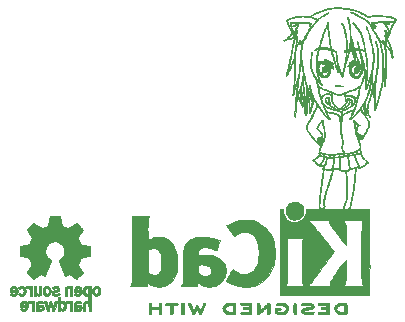
<source format=gbo>
G04 #@! TF.GenerationSoftware,KiCad,Pcbnew,(5.1.5)-3*
G04 #@! TF.CreationDate,2021-06-29T21:35:50-07:00*
G04 #@! TF.ProjectId,piggy,70696767-792e-46b6-9963-61645f706362,rev?*
G04 #@! TF.SameCoordinates,Original*
G04 #@! TF.FileFunction,Legend,Bot*
G04 #@! TF.FilePolarity,Positive*
%FSLAX46Y46*%
G04 Gerber Fmt 4.6, Leading zero omitted, Abs format (unit mm)*
G04 Created by KiCad (PCBNEW (5.1.5)-3) date 2021-06-29 21:35:50*
%MOMM*%
%LPD*%
G04 APERTURE LIST*
%ADD10C,0.010000*%
%ADD11C,4.502000*%
%ADD12C,2.102000*%
%ADD13O,1.802000X1.802000*%
%ADD14R,1.802000X1.802000*%
%ADD15C,2.702000*%
%ADD16R,2.702000X2.702000*%
G04 APERTURE END LIST*
D10*
G36*
X101814964Y-117196569D02*
G01*
X101806405Y-117224089D01*
X101806375Y-117226993D01*
X101810796Y-117257087D01*
X101827787Y-117279566D01*
X101862949Y-117298237D01*
X101921877Y-117316908D01*
X101949250Y-117324172D01*
X101999009Y-117340871D01*
X102069111Y-117369606D01*
X102152105Y-117407070D01*
X102240538Y-117449953D01*
X102292147Y-117476404D01*
X102371487Y-117517700D01*
X102440857Y-117553285D01*
X102495468Y-117580746D01*
X102530534Y-117597668D01*
X102541241Y-117602000D01*
X102557275Y-117590843D01*
X102559553Y-117587557D01*
X102563652Y-117564062D01*
X102545856Y-117537274D01*
X102503381Y-117504207D01*
X102452839Y-117473013D01*
X102363841Y-117422986D01*
X102268338Y-117372429D01*
X102171367Y-117323692D01*
X102077969Y-117279125D01*
X101993180Y-117241079D01*
X101922041Y-117211905D01*
X101869589Y-117193952D01*
X101844538Y-117189250D01*
X101814964Y-117196569D01*
G37*
X101814964Y-117196569D02*
X101806405Y-117224089D01*
X101806375Y-117226993D01*
X101810796Y-117257087D01*
X101827787Y-117279566D01*
X101862949Y-117298237D01*
X101921877Y-117316908D01*
X101949250Y-117324172D01*
X101999009Y-117340871D01*
X102069111Y-117369606D01*
X102152105Y-117407070D01*
X102240538Y-117449953D01*
X102292147Y-117476404D01*
X102371487Y-117517700D01*
X102440857Y-117553285D01*
X102495468Y-117580746D01*
X102530534Y-117597668D01*
X102541241Y-117602000D01*
X102557275Y-117590843D01*
X102559553Y-117587557D01*
X102563652Y-117564062D01*
X102545856Y-117537274D01*
X102503381Y-117504207D01*
X102452839Y-117473013D01*
X102363841Y-117422986D01*
X102268338Y-117372429D01*
X102171367Y-117323692D01*
X102077969Y-117279125D01*
X101993180Y-117241079D01*
X101922041Y-117211905D01*
X101869589Y-117193952D01*
X101844538Y-117189250D01*
X101814964Y-117196569D01*
G36*
X103031340Y-119404062D02*
G01*
X103022745Y-119413795D01*
X103002763Y-119432417D01*
X102977781Y-119441109D01*
X102938025Y-119441778D01*
X102896186Y-119438495D01*
X102837672Y-119431868D01*
X102787446Y-119424149D01*
X102762844Y-119418723D01*
X102734638Y-119416158D01*
X102727125Y-119431767D01*
X102736562Y-119460234D01*
X102766447Y-119480491D01*
X102819142Y-119492960D01*
X102897010Y-119498062D01*
X103002413Y-119496219D01*
X103068438Y-119492684D01*
X103101056Y-119493562D01*
X103152316Y-119497896D01*
X103195438Y-119502818D01*
X103255053Y-119508648D01*
X103308312Y-119510903D01*
X103334344Y-119509914D01*
X103368705Y-119498029D01*
X103378000Y-119474195D01*
X103374667Y-119457908D01*
X103360132Y-119448640D01*
X103327591Y-119444476D01*
X103270243Y-119443500D01*
X103269016Y-119443500D01*
X103202206Y-119441037D01*
X103157154Y-119432274D01*
X103124151Y-119415145D01*
X103119669Y-119411750D01*
X103082622Y-119386467D01*
X103056902Y-119383826D01*
X103031340Y-119404062D01*
G37*
X103031340Y-119404062D02*
X103022745Y-119413795D01*
X103002763Y-119432417D01*
X102977781Y-119441109D01*
X102938025Y-119441778D01*
X102896186Y-119438495D01*
X102837672Y-119431868D01*
X102787446Y-119424149D01*
X102762844Y-119418723D01*
X102734638Y-119416158D01*
X102727125Y-119431767D01*
X102736562Y-119460234D01*
X102766447Y-119480491D01*
X102819142Y-119492960D01*
X102897010Y-119498062D01*
X103002413Y-119496219D01*
X103068438Y-119492684D01*
X103101056Y-119493562D01*
X103152316Y-119497896D01*
X103195438Y-119502818D01*
X103255053Y-119508648D01*
X103308312Y-119510903D01*
X103334344Y-119509914D01*
X103368705Y-119498029D01*
X103378000Y-119474195D01*
X103374667Y-119457908D01*
X103360132Y-119448640D01*
X103327591Y-119444476D01*
X103270243Y-119443500D01*
X103269016Y-119443500D01*
X103202206Y-119441037D01*
X103157154Y-119432274D01*
X103124151Y-119415145D01*
X103119669Y-119411750D01*
X103082622Y-119386467D01*
X103056902Y-119383826D01*
X103031340Y-119404062D01*
G36*
X102159716Y-120526772D02*
G01*
X102127355Y-120578536D01*
X102102853Y-120637904D01*
X102092394Y-120689628D01*
X102092349Y-120692867D01*
X102100170Y-120726317D01*
X102120595Y-120778176D01*
X102149389Y-120839937D01*
X102182319Y-120903092D01*
X102215150Y-120959133D01*
X102243647Y-120999554D01*
X102246814Y-121003218D01*
X102275990Y-121025487D01*
X102301617Y-121029587D01*
X102313981Y-121014373D01*
X102314111Y-121011156D01*
X102306212Y-120989287D01*
X102285358Y-120947979D01*
X102255427Y-120894711D01*
X102242094Y-120872250D01*
X102199406Y-120799051D01*
X102172967Y-120745103D01*
X102161226Y-120703361D01*
X102162635Y-120666783D01*
X102175646Y-120628324D01*
X102184343Y-120609618D01*
X102203401Y-120565607D01*
X102206945Y-120539880D01*
X102196599Y-120524067D01*
X102173166Y-120515900D01*
X102159716Y-120526772D01*
G37*
X102159716Y-120526772D02*
X102127355Y-120578536D01*
X102102853Y-120637904D01*
X102092394Y-120689628D01*
X102092349Y-120692867D01*
X102100170Y-120726317D01*
X102120595Y-120778176D01*
X102149389Y-120839937D01*
X102182319Y-120903092D01*
X102215150Y-120959133D01*
X102243647Y-120999554D01*
X102246814Y-121003218D01*
X102275990Y-121025487D01*
X102301617Y-121029587D01*
X102313981Y-121014373D01*
X102314111Y-121011156D01*
X102306212Y-120989287D01*
X102285358Y-120947979D01*
X102255427Y-120894711D01*
X102242094Y-120872250D01*
X102199406Y-120799051D01*
X102172967Y-120745103D01*
X102161226Y-120703361D01*
X102162635Y-120666783D01*
X102175646Y-120628324D01*
X102184343Y-120609618D01*
X102203401Y-120565607D01*
X102206945Y-120539880D01*
X102196599Y-120524067D01*
X102173166Y-120515900D01*
X102159716Y-120526772D01*
G36*
X102741714Y-112828862D02*
G01*
X102535203Y-112838512D01*
X102342135Y-112855233D01*
X102169988Y-112878892D01*
X102115938Y-112888813D01*
X101890854Y-112942534D01*
X101654769Y-113015593D01*
X101415030Y-113104846D01*
X101178980Y-113207153D01*
X100953963Y-113319371D01*
X100747325Y-113438358D01*
X100597035Y-113538569D01*
X100538631Y-113580539D01*
X100406535Y-113556910D01*
X100334537Y-113547534D01*
X100239263Y-113540221D01*
X100127465Y-113535013D01*
X100005896Y-113531947D01*
X99881309Y-113531065D01*
X99760457Y-113532405D01*
X99650092Y-113536008D01*
X99556968Y-113541913D01*
X99487836Y-113550160D01*
X99480688Y-113551459D01*
X99368045Y-113575817D01*
X99251480Y-113606789D01*
X99123200Y-113646657D01*
X98975411Y-113697706D01*
X98948875Y-113707266D01*
X98820146Y-113757017D01*
X98716691Y-113803724D01*
X98640029Y-113846552D01*
X98591678Y-113884668D01*
X98573937Y-113912883D01*
X98576286Y-113948164D01*
X98593317Y-113999453D01*
X98606921Y-114028857D01*
X98633755Y-114092427D01*
X98641275Y-114142466D01*
X98639245Y-114161744D01*
X98640052Y-114184332D01*
X98649457Y-114218590D01*
X98668489Y-114266579D01*
X98698177Y-114330358D01*
X98739548Y-114411991D01*
X98793632Y-114513536D01*
X98861456Y-114637056D01*
X98944049Y-114784610D01*
X98995374Y-114875400D01*
X99022318Y-114925193D01*
X99033849Y-114954609D01*
X99031638Y-114970029D01*
X99021790Y-114976317D01*
X98999853Y-114992990D01*
X98996500Y-115002400D01*
X98986219Y-115024219D01*
X98958392Y-115063480D01*
X98917548Y-115114802D01*
X98868213Y-115172803D01*
X98814916Y-115232103D01*
X98762184Y-115287319D01*
X98731395Y-115317488D01*
X98676463Y-115364845D01*
X98605522Y-115419498D01*
X98530032Y-115472821D01*
X98492469Y-115497356D01*
X98432894Y-115536867D01*
X98384935Y-115572337D01*
X98354152Y-115599415D01*
X98345625Y-115612248D01*
X98354173Y-115635488D01*
X98381273Y-115640765D01*
X98429109Y-115627775D01*
X98499866Y-115596214D01*
X98514907Y-115588688D01*
X98600053Y-115547347D01*
X98669135Y-115519220D01*
X98733170Y-115500946D01*
X98803177Y-115489167D01*
X98861563Y-115482993D01*
X98953702Y-115471689D01*
X99027905Y-115454061D01*
X99097924Y-115425759D01*
X99175176Y-115383804D01*
X99222697Y-115357233D01*
X99258359Y-115339695D01*
X99274646Y-115334874D01*
X99274759Y-115334966D01*
X99271864Y-115351269D01*
X99259443Y-115390943D01*
X99239553Y-115447796D01*
X99217524Y-115507080D01*
X99186247Y-115596303D01*
X99157100Y-115695220D01*
X99129140Y-115808030D01*
X99101425Y-115938931D01*
X99073013Y-116092122D01*
X99042961Y-116271800D01*
X99035906Y-116316125D01*
X98987639Y-116614978D01*
X98941544Y-116885636D01*
X98896880Y-117131522D01*
X98852910Y-117356057D01*
X98808893Y-117562662D01*
X98764089Y-117754759D01*
X98717761Y-117935769D01*
X98669167Y-118109116D01*
X98617569Y-118278219D01*
X98600219Y-118332250D01*
X98566315Y-118438645D01*
X98542463Y-118518981D01*
X98527835Y-118577030D01*
X98521607Y-118616562D01*
X98522952Y-118641346D01*
X98529740Y-118653947D01*
X98540956Y-118659965D01*
X98554609Y-118656100D01*
X98571701Y-118640470D01*
X98593233Y-118611192D01*
X98620210Y-118566384D01*
X98653631Y-118504163D01*
X98694499Y-118422647D01*
X98743816Y-118319954D01*
X98802585Y-118194200D01*
X98871807Y-118043503D01*
X98952484Y-117865981D01*
X98971368Y-117824250D01*
X99019912Y-117717165D01*
X99066764Y-117614295D01*
X99109525Y-117520871D01*
X99145795Y-117442123D01*
X99173176Y-117383282D01*
X99186156Y-117355937D01*
X99232235Y-117260687D01*
X99227968Y-118117937D01*
X99225701Y-118407126D01*
X99221826Y-118667758D01*
X99216181Y-118902992D01*
X99208606Y-119115988D01*
X99198941Y-119309906D01*
X99187023Y-119487905D01*
X99172694Y-119653145D01*
X99155791Y-119808786D01*
X99136155Y-119957987D01*
X99133425Y-119976860D01*
X99121600Y-120061460D01*
X99112273Y-120135438D01*
X99106112Y-120192880D01*
X99103783Y-120227873D01*
X99104286Y-120235167D01*
X99121446Y-120252502D01*
X99146074Y-120246765D01*
X99167830Y-120221172D01*
X99170719Y-120214507D01*
X99179457Y-120186516D01*
X99194234Y-120133797D01*
X99213409Y-120062426D01*
X99235341Y-119978483D01*
X99251111Y-119916851D01*
X99271904Y-119838274D01*
X99297421Y-119747177D01*
X99326291Y-119647915D01*
X99357148Y-119544845D01*
X99388621Y-119442322D01*
X99419342Y-119344703D01*
X99447942Y-119256345D01*
X99473053Y-119181603D01*
X99493305Y-119124834D01*
X99507330Y-119090394D01*
X99513426Y-119082008D01*
X99514390Y-119099684D01*
X99510650Y-119139347D01*
X99504534Y-119182492D01*
X99487624Y-119295680D01*
X99468657Y-119435175D01*
X99448222Y-119595646D01*
X99426907Y-119771761D01*
X99405302Y-119958189D01*
X99383997Y-120149597D01*
X99363579Y-120340655D01*
X99344638Y-120526029D01*
X99327763Y-120700388D01*
X99313544Y-120858401D01*
X99302568Y-120994736D01*
X99299426Y-121038937D01*
X99294194Y-121126867D01*
X99288713Y-121237923D01*
X99283342Y-121363486D01*
X99278442Y-121494938D01*
X99274373Y-121623660D01*
X99273224Y-121666000D01*
X99270280Y-121792365D01*
X99268831Y-121890600D01*
X99268974Y-121964293D01*
X99270808Y-122017034D01*
X99274431Y-122052412D01*
X99279941Y-122074015D01*
X99284621Y-122082422D01*
X99304716Y-122102073D01*
X99320848Y-122102208D01*
X99333769Y-122080463D01*
X99344234Y-122034475D01*
X99352996Y-121961880D01*
X99360809Y-121860313D01*
X99362140Y-121839299D01*
X99375134Y-121631199D01*
X99386669Y-121451842D01*
X99397019Y-121298269D01*
X99406457Y-121167519D01*
X99415258Y-121056632D01*
X99423697Y-120962650D01*
X99432048Y-120882612D01*
X99440585Y-120813559D01*
X99449583Y-120752531D01*
X99459315Y-120696569D01*
X99470057Y-120642712D01*
X99475320Y-120618250D01*
X99490526Y-120548907D01*
X99503888Y-120487979D01*
X99513443Y-120444413D01*
X99516279Y-120431484D01*
X99527696Y-120400684D01*
X99541422Y-120385615D01*
X99550945Y-120391618D01*
X99552125Y-120402097D01*
X99558792Y-120441717D01*
X99577303Y-120504055D01*
X99605427Y-120583371D01*
X99640931Y-120673923D01*
X99681584Y-120769971D01*
X99725153Y-120865774D01*
X99760745Y-120938651D01*
X99812145Y-121038829D01*
X99852320Y-121113405D01*
X99883476Y-121165548D01*
X99907820Y-121198425D01*
X99927560Y-121215203D01*
X99944900Y-121219051D01*
X99954465Y-121216708D01*
X99970546Y-121206360D01*
X99977966Y-121187713D01*
X99976137Y-121156084D01*
X99964472Y-121106792D01*
X99942383Y-121035155D01*
X99925183Y-120983359D01*
X99898891Y-120901284D01*
X99820636Y-120901284D01*
X99814012Y-120897849D01*
X99798476Y-120870477D01*
X99776522Y-120824859D01*
X99750645Y-120766689D01*
X99723338Y-120701658D01*
X99697096Y-120635459D01*
X99674413Y-120573785D01*
X99665312Y-120546812D01*
X99632899Y-120445982D01*
X99609974Y-120368095D01*
X99596428Y-120305829D01*
X99592154Y-120251864D01*
X99597045Y-120198875D01*
X99610992Y-120139543D01*
X99633889Y-120066544D01*
X99657242Y-119997327D01*
X99734688Y-119768937D01*
X99744298Y-120189625D01*
X99747726Y-120324741D01*
X99751409Y-120433083D01*
X99755734Y-120519628D01*
X99761088Y-120589352D01*
X99767859Y-120647229D01*
X99776433Y-120698238D01*
X99787200Y-120747353D01*
X99787954Y-120750472D01*
X99802848Y-120813471D01*
X99814111Y-120864343D01*
X99820106Y-120895539D01*
X99820636Y-120901284D01*
X99898891Y-120901284D01*
X99889575Y-120872203D01*
X99862442Y-120772560D01*
X99842468Y-120676314D01*
X99828340Y-120575350D01*
X99818743Y-120461551D01*
X99812362Y-120326801D01*
X99810755Y-120276937D01*
X99808428Y-120183698D01*
X99807234Y-120103008D01*
X99807174Y-120039567D01*
X99808248Y-119998073D01*
X99810458Y-119983228D01*
X99810687Y-119983336D01*
X99816716Y-120001188D01*
X99827509Y-120045532D01*
X99842126Y-120111625D01*
X99859629Y-120194725D01*
X99879078Y-120290091D01*
X99899533Y-120392979D01*
X99920056Y-120498647D01*
X99939708Y-120602354D01*
X99957548Y-120699357D01*
X99972639Y-120784915D01*
X99984040Y-120854284D01*
X99986750Y-120872250D01*
X99995959Y-120935782D01*
X100008630Y-121023992D01*
X100023798Y-121130120D01*
X100040496Y-121247403D01*
X100057760Y-121369079D01*
X100068323Y-121443750D01*
X100088658Y-121586441D01*
X100105504Y-121700766D01*
X100119561Y-121789828D01*
X100131525Y-121856733D01*
X100142094Y-121904587D01*
X100151967Y-121936496D01*
X100161841Y-121955563D01*
X100172413Y-121964896D01*
X100184383Y-121967598D01*
X100186039Y-121967625D01*
X100207822Y-121962637D01*
X100222238Y-121944300D01*
X100230749Y-121907554D01*
X100234819Y-121847341D01*
X100235757Y-121795670D01*
X100237163Y-121735895D01*
X100240474Y-121705127D01*
X100246197Y-121700656D01*
X100251556Y-121710834D01*
X100273654Y-121738960D01*
X100293864Y-121742433D01*
X100306313Y-121736282D01*
X100316727Y-121721418D01*
X100325245Y-121695415D01*
X100332011Y-121655849D01*
X100337167Y-121600295D01*
X100338933Y-121564841D01*
X100172601Y-121564841D01*
X100170770Y-121605205D01*
X100165764Y-121617802D01*
X100164681Y-121617052D01*
X100160814Y-121600186D01*
X100153289Y-121556062D01*
X100142751Y-121488878D01*
X100129842Y-121402834D01*
X100115206Y-121302128D01*
X100100426Y-121197687D01*
X100075527Y-121021943D01*
X100053193Y-120870661D01*
X100032171Y-120736783D01*
X100011206Y-120613251D01*
X99989045Y-120493007D01*
X99964433Y-120368993D01*
X99936116Y-120234152D01*
X99902841Y-120081426D01*
X99898965Y-120063870D01*
X99870213Y-119934167D01*
X99847644Y-119831116D01*
X99830986Y-119750281D01*
X99819970Y-119687226D01*
X99814324Y-119637516D01*
X99813779Y-119596715D01*
X99818064Y-119560388D01*
X99826908Y-119524098D01*
X99840041Y-119483411D01*
X99857192Y-119433889D01*
X99860042Y-119425578D01*
X99883264Y-119355101D01*
X99901954Y-119293593D01*
X99913942Y-119248505D01*
X99917250Y-119229116D01*
X99918749Y-119201975D01*
X99923138Y-119205528D01*
X99930254Y-119238864D01*
X99939937Y-119301074D01*
X99952025Y-119391250D01*
X99965302Y-119499561D01*
X99975606Y-119585592D01*
X99989093Y-119696865D01*
X100004995Y-119827121D01*
X100022545Y-119970097D01*
X100040974Y-120119534D01*
X100059515Y-120269171D01*
X100070357Y-120356312D01*
X100086761Y-120493776D01*
X100102447Y-120636302D01*
X100117169Y-120780610D01*
X100130681Y-120923414D01*
X100142738Y-121061433D01*
X100153095Y-121191384D01*
X100161505Y-121309983D01*
X100167723Y-121413947D01*
X100171504Y-121499995D01*
X100172601Y-121564841D01*
X100338933Y-121564841D01*
X100340853Y-121526327D01*
X100343212Y-121431521D01*
X100344387Y-121313451D01*
X100344436Y-121259630D01*
X100280890Y-121259630D01*
X100280403Y-121334274D01*
X100279215Y-121385231D01*
X100277273Y-121409111D01*
X100276343Y-121410395D01*
X100271004Y-121392141D01*
X100262986Y-121347887D01*
X100253154Y-121283180D01*
X100242372Y-121203571D01*
X100235505Y-121148457D01*
X100222919Y-121045338D01*
X100207671Y-120922380D01*
X100191219Y-120791226D01*
X100175022Y-120663519D01*
X100165143Y-120586500D01*
X100153239Y-120492739D01*
X100138490Y-120374193D01*
X100121717Y-120237615D01*
X100103743Y-120089756D01*
X100085391Y-119937369D01*
X100067485Y-119787206D01*
X100059692Y-119721312D01*
X100041032Y-119565537D01*
X100025148Y-119438797D01*
X100011638Y-119338535D01*
X100000100Y-119262197D01*
X99990133Y-119207226D01*
X99981336Y-119171067D01*
X99973306Y-119151163D01*
X99969351Y-119146427D01*
X99958793Y-119135162D01*
X99953453Y-119117719D01*
X99953388Y-119088024D01*
X99958653Y-119039999D01*
X99969305Y-118967570D01*
X99971106Y-118955927D01*
X99983591Y-118874603D01*
X99995639Y-118794594D01*
X100005532Y-118727388D01*
X100009803Y-118697375D01*
X100021923Y-118610062D01*
X100051179Y-118729125D01*
X100065185Y-118784350D01*
X100085562Y-118862363D01*
X100110238Y-118955344D01*
X100137140Y-119055473D01*
X100157945Y-119132069D01*
X100183833Y-119227663D01*
X100203436Y-119304049D01*
X100217882Y-119368734D01*
X100228299Y-119429226D01*
X100235812Y-119493032D01*
X100241550Y-119567657D01*
X100246639Y-119660610D01*
X100250909Y-119751194D01*
X100254788Y-119845470D01*
X100258590Y-119956767D01*
X100262263Y-120081694D01*
X100265753Y-120216858D01*
X100269010Y-120358867D01*
X100271980Y-120504329D01*
X100274613Y-120649850D01*
X100276856Y-120792040D01*
X100278657Y-120927505D01*
X100279965Y-121052853D01*
X100280726Y-121164692D01*
X100280890Y-121259630D01*
X100344436Y-121259630D01*
X100344518Y-121169692D01*
X100343747Y-120997819D01*
X100343074Y-120901340D01*
X100342090Y-120758357D01*
X100341370Y-120625853D01*
X100340918Y-120507052D01*
X100340738Y-120405180D01*
X100340833Y-120323462D01*
X100341206Y-120265123D01*
X100341860Y-120233388D01*
X100342384Y-120228453D01*
X100347648Y-120245921D01*
X100357177Y-120288926D01*
X100369890Y-120351709D01*
X100384705Y-120428510D01*
X100400540Y-120513570D01*
X100416316Y-120601128D01*
X100430949Y-120685427D01*
X100443360Y-120760705D01*
X100448350Y-120792875D01*
X100456323Y-120859910D01*
X100464150Y-120951515D01*
X100471374Y-121060511D01*
X100477536Y-121179721D01*
X100482179Y-121301965D01*
X100483270Y-121340562D01*
X100486596Y-121448698D01*
X100490667Y-121547247D01*
X100495201Y-121631440D01*
X100499918Y-121696508D01*
X100504537Y-121737683D01*
X100507338Y-121749343D01*
X100532423Y-121774482D01*
X100562961Y-121771566D01*
X100593096Y-121742209D01*
X100604085Y-121722675D01*
X100617605Y-121686251D01*
X100636139Y-121625157D01*
X100658068Y-121545772D01*
X100681774Y-121454476D01*
X100705639Y-121357647D01*
X100728043Y-121261667D01*
X100747369Y-121172913D01*
X100760443Y-121106406D01*
X100771943Y-121049410D01*
X100782712Y-121017080D01*
X100796330Y-121002624D01*
X100816377Y-120999251D01*
X100816932Y-120999250D01*
X100840306Y-120995125D01*
X100851343Y-120979441D01*
X100850245Y-120947232D01*
X100837214Y-120893530D01*
X100831074Y-120873215D01*
X100742308Y-120873215D01*
X100694701Y-121098951D01*
X100662002Y-121253537D01*
X100635167Y-121377925D01*
X100613542Y-121472990D01*
X100596474Y-121539609D01*
X100583309Y-121578657D01*
X100573394Y-121591011D01*
X100566075Y-121577546D01*
X100560701Y-121539139D01*
X100556616Y-121476664D01*
X100553169Y-121390999D01*
X100550013Y-121292937D01*
X100544180Y-121139500D01*
X100536618Y-121009164D01*
X100526582Y-120893298D01*
X100513329Y-120783268D01*
X100496672Y-120673812D01*
X100478939Y-120570870D01*
X100456708Y-120448341D01*
X100432124Y-120317684D01*
X100407332Y-120190357D01*
X100391188Y-120110250D01*
X100371051Y-120010716D01*
X100352756Y-119917764D01*
X100337449Y-119837416D01*
X100326276Y-119775697D01*
X100320383Y-119738630D01*
X100320206Y-119737187D01*
X100323718Y-119738523D01*
X100336378Y-119765996D01*
X100356766Y-119815800D01*
X100383464Y-119884132D01*
X100415055Y-119967188D01*
X100450120Y-120061162D01*
X100487241Y-120162251D01*
X100525000Y-120266651D01*
X100561978Y-120370557D01*
X100596757Y-120470164D01*
X100627919Y-120561669D01*
X100630914Y-120570625D01*
X100642465Y-120603491D01*
X100661676Y-120656410D01*
X100685027Y-120719721D01*
X100693235Y-120741764D01*
X100742308Y-120873215D01*
X100831074Y-120873215D01*
X100823146Y-120846990D01*
X100807483Y-120790131D01*
X100800677Y-120740593D01*
X100801797Y-120684736D01*
X100807965Y-120624740D01*
X100815626Y-120563839D01*
X100822353Y-120515013D01*
X100826932Y-120486970D01*
X100827565Y-120484337D01*
X100836268Y-120491190D01*
X100856418Y-120521181D01*
X100884842Y-120569265D01*
X100912430Y-120619275D01*
X100958584Y-120702847D01*
X101012067Y-120796056D01*
X101063639Y-120882899D01*
X101080227Y-120909955D01*
X101119146Y-120973596D01*
X101143175Y-121016801D01*
X101154559Y-121045864D01*
X101155544Y-121067078D01*
X101148375Y-121086736D01*
X101145373Y-121092518D01*
X101133866Y-121115471D01*
X101110186Y-121163822D01*
X101075894Y-121234347D01*
X101032553Y-121323817D01*
X100981724Y-121429006D01*
X100924969Y-121546689D01*
X100863851Y-121673638D01*
X100832707Y-121738407D01*
X100767032Y-121873813D01*
X100701985Y-122005636D01*
X100639601Y-122129908D01*
X100581917Y-122242663D01*
X100530970Y-122339934D01*
X100488796Y-122417755D01*
X100457432Y-122472160D01*
X100449648Y-122484532D01*
X100401815Y-122561246D01*
X100352675Y-122645725D01*
X100310205Y-122724060D01*
X100295881Y-122752597D01*
X100263917Y-122823880D01*
X100242795Y-122887663D01*
X100233585Y-122948097D01*
X100237360Y-123009329D01*
X100255191Y-123075510D01*
X100288150Y-123150788D01*
X100337309Y-123239313D01*
X100403740Y-123345233D01*
X100477799Y-123456813D01*
X100578404Y-123602783D01*
X100676855Y-123739179D01*
X100771254Y-123863759D01*
X100859703Y-123974281D01*
X100940301Y-124068504D01*
X101011151Y-124144186D01*
X101070353Y-124199085D01*
X101116008Y-124230958D01*
X101139824Y-124238400D01*
X101167339Y-124245315D01*
X101190573Y-124269533D01*
X101214717Y-124314675D01*
X101256811Y-124378633D01*
X101312114Y-124426268D01*
X101373145Y-124452654D01*
X101426647Y-124454189D01*
X101459232Y-124449742D01*
X101472998Y-124451975D01*
X101473000Y-124452046D01*
X101467574Y-124469151D01*
X101453189Y-124508092D01*
X101432686Y-124561231D01*
X101427395Y-124574680D01*
X101400179Y-124647230D01*
X101373554Y-124724126D01*
X101354274Y-124785437D01*
X101337687Y-124857129D01*
X101323989Y-124943112D01*
X101313995Y-125034196D01*
X101308518Y-125121194D01*
X101308372Y-125194918D01*
X101313717Y-125243448D01*
X101319314Y-125275337D01*
X101316332Y-125300504D01*
X101300849Y-125327304D01*
X101268941Y-125364092D01*
X101245302Y-125389158D01*
X101178793Y-125449276D01*
X101090766Y-125511319D01*
X100980875Y-125576199D01*
X100896665Y-125624144D01*
X100839345Y-125661781D01*
X100807270Y-125692728D01*
X100798799Y-125720602D01*
X100812287Y-125749024D01*
X100846092Y-125781610D01*
X100876692Y-125805611D01*
X100925006Y-125849544D01*
X100980219Y-125911226D01*
X101033611Y-125980760D01*
X101043379Y-125994849D01*
X101085807Y-126054466D01*
X101126473Y-126106781D01*
X101159267Y-126144137D01*
X101171375Y-126155259D01*
X101252623Y-126198734D01*
X101344738Y-126216426D01*
X101400529Y-126213512D01*
X101444985Y-126209898D01*
X101486273Y-126215718D01*
X101536090Y-126233499D01*
X101575910Y-126251414D01*
X101628457Y-126278624D01*
X101668813Y-126304402D01*
X101688737Y-126323440D01*
X101689139Y-126324345D01*
X101685548Y-126351970D01*
X101663753Y-126389491D01*
X101657171Y-126397733D01*
X101625083Y-126443260D01*
X101618613Y-126476799D01*
X101637277Y-126504441D01*
X101648026Y-126512719D01*
X101656915Y-126519592D01*
X101663472Y-126528512D01*
X101667440Y-126542876D01*
X101668560Y-126566080D01*
X101666576Y-126601522D01*
X101661230Y-126652598D01*
X101652265Y-126722706D01*
X101639421Y-126815242D01*
X101622443Y-126933603D01*
X101609126Y-127025587D01*
X101576729Y-127253570D01*
X101544782Y-127486806D01*
X101513609Y-127722426D01*
X101483534Y-127957563D01*
X101454881Y-128189351D01*
X101427973Y-128414920D01*
X101403134Y-128631404D01*
X101380687Y-128835935D01*
X101360956Y-129025645D01*
X101344264Y-129197666D01*
X101330936Y-129349132D01*
X101321294Y-129477174D01*
X101315663Y-129578925D01*
X101314262Y-129638666D01*
X101315256Y-129702555D01*
X101320050Y-129744699D01*
X101331336Y-129775080D01*
X101351809Y-129803683D01*
X101361972Y-129815497D01*
X101435266Y-129880433D01*
X101512313Y-129914292D01*
X101590938Y-129917185D01*
X101668963Y-129889227D01*
X101744213Y-129830529D01*
X101776737Y-129793935D01*
X101816787Y-129734336D01*
X101831390Y-129681190D01*
X101820754Y-129625894D01*
X101785089Y-129559846D01*
X101782499Y-129555875D01*
X101763047Y-129526103D01*
X101748278Y-129500257D01*
X101738472Y-129474322D01*
X101733906Y-129444280D01*
X101734859Y-129406117D01*
X101741609Y-129355817D01*
X101754435Y-129289362D01*
X101773616Y-129202737D01*
X101799430Y-129091927D01*
X101821022Y-129000250D01*
X101855110Y-128857120D01*
X101886566Y-128729298D01*
X101917021Y-128611130D01*
X101948100Y-128496961D01*
X101981432Y-128381137D01*
X102018643Y-128258006D01*
X102061363Y-128121912D01*
X102111218Y-127967201D01*
X102169837Y-127788221D01*
X102170630Y-127785812D01*
X102236099Y-127585692D01*
X102293084Y-127408449D01*
X102343742Y-127247045D01*
X102390231Y-127094445D01*
X102434711Y-126943611D01*
X102479339Y-126787508D01*
X102505411Y-126694406D01*
X102556859Y-126509512D01*
X102480054Y-126509512D01*
X102478852Y-126527657D01*
X102468758Y-126573027D01*
X102450657Y-126642638D01*
X102425435Y-126733509D01*
X102393976Y-126842656D01*
X102357167Y-126967097D01*
X102315892Y-127103850D01*
X102271037Y-127249931D01*
X102223486Y-127402358D01*
X102174126Y-127558148D01*
X102123841Y-127714319D01*
X102108315Y-127762000D01*
X102050971Y-127938105D01*
X102002531Y-128088148D01*
X101961793Y-128216166D01*
X101927557Y-128326197D01*
X101898623Y-128422279D01*
X101873790Y-128508448D01*
X101851858Y-128588742D01*
X101831626Y-128667199D01*
X101811893Y-128747855D01*
X101799132Y-128801812D01*
X101778392Y-128890159D01*
X101753663Y-128995121D01*
X101728311Y-129102428D01*
X101709263Y-129182812D01*
X101684924Y-129294054D01*
X101671451Y-129380866D01*
X101668953Y-129448689D01*
X101677538Y-129502962D01*
X101697314Y-129549129D01*
X101717102Y-129578526D01*
X101751007Y-129638820D01*
X101754778Y-129694032D01*
X101728597Y-129748514D01*
X101724440Y-129753962D01*
X101662033Y-129815128D01*
X101595999Y-129845963D01*
X101528325Y-129846032D01*
X101460999Y-129814905D01*
X101457125Y-129812118D01*
X101426555Y-129787729D01*
X101404435Y-129762728D01*
X101389880Y-129732075D01*
X101382010Y-129690727D01*
X101379941Y-129633644D01*
X101382791Y-129555783D01*
X101389677Y-129452103D01*
X101390984Y-129434278D01*
X101398819Y-129332717D01*
X101407313Y-129230359D01*
X101415654Y-129136489D01*
X101423034Y-129060387D01*
X101426099Y-129032000D01*
X101450297Y-128822015D01*
X101475395Y-128608310D01*
X101501086Y-128393238D01*
X101527064Y-128179150D01*
X101553024Y-127968400D01*
X101578659Y-127763339D01*
X101603664Y-127566321D01*
X101627732Y-127379699D01*
X101650557Y-127205823D01*
X101671834Y-127047048D01*
X101691257Y-126905726D01*
X101708519Y-126784209D01*
X101723314Y-126684850D01*
X101735337Y-126610001D01*
X101744282Y-126562014D01*
X101749789Y-126543294D01*
X101766747Y-126542637D01*
X101808389Y-126545000D01*
X101867843Y-126549915D01*
X101917317Y-126554720D01*
X102063536Y-126567265D01*
X102182253Y-126571769D01*
X102276713Y-126568112D01*
X102350159Y-126556175D01*
X102403806Y-126536867D01*
X102445182Y-126518201D01*
X102473516Y-126509140D01*
X102480054Y-126509512D01*
X102556859Y-126509512D01*
X102557315Y-126507875D01*
X102606501Y-126508133D01*
X102642161Y-126509535D01*
X102700710Y-126513133D01*
X102773407Y-126518348D01*
X102836649Y-126523359D01*
X102918092Y-126530812D01*
X102978446Y-126539297D01*
X103028317Y-126551708D01*
X103078310Y-126570941D01*
X103139033Y-126599890D01*
X103165032Y-126612980D01*
X103237542Y-126648390D01*
X103293303Y-126671219D01*
X103343099Y-126684693D01*
X103397715Y-126692044D01*
X103438759Y-126694943D01*
X103565063Y-126702255D01*
X103575259Y-126766017D01*
X103606450Y-126981433D01*
X103633135Y-127206586D01*
X103654262Y-127430684D01*
X103668781Y-127642938D01*
X103674646Y-127785812D01*
X103676685Y-127914470D01*
X103676491Y-128056545D01*
X103674275Y-128206709D01*
X103670252Y-128359635D01*
X103664634Y-128509997D01*
X103657636Y-128652466D01*
X103649471Y-128781716D01*
X103640351Y-128892420D01*
X103630491Y-128979250D01*
X103625578Y-129010771D01*
X103603955Y-129109588D01*
X103573230Y-129219280D01*
X103536537Y-129330750D01*
X103497009Y-129434900D01*
X103457780Y-129522631D01*
X103434488Y-129565610D01*
X103388493Y-129657047D01*
X103368253Y-129738856D01*
X103372349Y-129817834D01*
X103377363Y-129839255D01*
X103394773Y-129888197D01*
X103419297Y-129921942D01*
X103455337Y-129941578D01*
X103507300Y-129948193D01*
X103579589Y-129942876D01*
X103676608Y-129926715D01*
X103707110Y-129920734D01*
X103808886Y-129896828D01*
X103883023Y-129870735D01*
X103933629Y-129840646D01*
X103962761Y-129808162D01*
X103973468Y-129779709D01*
X103989149Y-129721255D01*
X104009526Y-129634111D01*
X104034321Y-129519589D01*
X104063256Y-129379000D01*
X104096053Y-129213655D01*
X104132434Y-129024867D01*
X104162535Y-128865312D01*
X104205346Y-128633416D01*
X104242150Y-128426660D01*
X104273813Y-128239188D01*
X104301201Y-128065143D01*
X104325179Y-127898669D01*
X104346613Y-127733909D01*
X104366371Y-127565006D01*
X104385316Y-127386104D01*
X104393724Y-127301625D01*
X104406131Y-127173656D01*
X104418526Y-127043596D01*
X104430534Y-126915601D01*
X104441778Y-126793827D01*
X104451881Y-126682430D01*
X104460467Y-126585565D01*
X104467160Y-126507388D01*
X104471582Y-126452055D01*
X104471827Y-126448135D01*
X104402060Y-126448135D01*
X104399950Y-126493950D01*
X104395042Y-126564009D01*
X104387696Y-126654656D01*
X104378274Y-126762236D01*
X104367137Y-126883094D01*
X104354646Y-127013574D01*
X104341160Y-127150022D01*
X104327042Y-127288781D01*
X104312652Y-127426196D01*
X104298352Y-127558613D01*
X104284500Y-127682375D01*
X104271460Y-127793828D01*
X104259591Y-127889316D01*
X104249943Y-127960437D01*
X104233327Y-128070580D01*
X104213047Y-128196576D01*
X104189731Y-128335143D01*
X104164009Y-128482998D01*
X104136510Y-128636858D01*
X104107862Y-128793442D01*
X104078696Y-128949467D01*
X104049641Y-129101650D01*
X104021325Y-129246709D01*
X103994377Y-129381360D01*
X103969428Y-129502322D01*
X103947106Y-129606313D01*
X103928039Y-129690048D01*
X103912859Y-129750247D01*
X103902192Y-129783627D01*
X103899563Y-129788466D01*
X103878021Y-129800547D01*
X103833703Y-129816963D01*
X103774860Y-129835309D01*
X103709743Y-129853178D01*
X103646602Y-129868164D01*
X103593688Y-129877863D01*
X103592313Y-129878051D01*
X103531805Y-129885034D01*
X103494274Y-129885446D01*
X103471536Y-129878798D01*
X103460550Y-129870200D01*
X103444358Y-129834968D01*
X103439971Y-129780887D01*
X103446511Y-129718214D01*
X103463100Y-129657208D01*
X103482156Y-129617841D01*
X103535347Y-129518165D01*
X103586040Y-129394207D01*
X103631979Y-129253434D01*
X103670906Y-129103312D01*
X103700565Y-128951309D01*
X103714423Y-128849437D01*
X103719446Y-128785945D01*
X103723910Y-128694737D01*
X103727713Y-128579843D01*
X103730754Y-128445294D01*
X103732929Y-128295121D01*
X103734137Y-128133355D01*
X103734331Y-128063625D01*
X103734101Y-127873575D01*
X103732609Y-127710071D01*
X103729512Y-127567924D01*
X103724467Y-127441942D01*
X103717131Y-127326935D01*
X103707163Y-127217714D01*
X103694219Y-127109088D01*
X103677957Y-126995865D01*
X103658035Y-126872857D01*
X103654275Y-126850690D01*
X103642892Y-126776622D01*
X103640062Y-126728170D01*
X103647409Y-126699965D01*
X103666555Y-126686640D01*
X103699122Y-126682825D01*
X103705038Y-126682743D01*
X103780692Y-126667301D01*
X103848236Y-126625795D01*
X103877530Y-126594474D01*
X103914318Y-126557177D01*
X103964545Y-126529020D01*
X104018667Y-126509730D01*
X104075126Y-126493786D01*
X104142618Y-126476952D01*
X104214157Y-126460681D01*
X104220990Y-126459261D01*
X103878408Y-126459261D01*
X103875594Y-126483960D01*
X103869364Y-126501654D01*
X103859811Y-126515842D01*
X103847032Y-126530020D01*
X103833905Y-126544443D01*
X103794495Y-126581046D01*
X103746734Y-126606469D01*
X103685093Y-126622024D01*
X103604045Y-126629027D01*
X103498061Y-126628790D01*
X103481188Y-126628263D01*
X103401788Y-126623667D01*
X103340755Y-126614277D01*
X103284766Y-126597235D01*
X103231157Y-126574580D01*
X103124000Y-126525741D01*
X103124000Y-126032620D01*
X103124073Y-125910453D01*
X103124279Y-125798545D01*
X103124600Y-125700835D01*
X103125017Y-125621259D01*
X103125513Y-125563755D01*
X103126069Y-125532259D01*
X103126338Y-125527593D01*
X103133614Y-125523625D01*
X103060500Y-125523625D01*
X103060500Y-126480093D01*
X103015481Y-126471089D01*
X102984031Y-126467190D01*
X102927736Y-126462510D01*
X102853477Y-126457536D01*
X102768133Y-126452753D01*
X102728950Y-126450839D01*
X102636195Y-126446170D01*
X102570872Y-126441756D01*
X102528678Y-126436919D01*
X102505309Y-126430976D01*
X102496463Y-126423247D01*
X102497360Y-126414203D01*
X102521397Y-126340077D01*
X102546360Y-126240273D01*
X102571024Y-126120788D01*
X102594162Y-125987619D01*
X102614550Y-125846765D01*
X102616630Y-125830599D01*
X102651007Y-125559954D01*
X102586268Y-125559954D01*
X102577585Y-125617196D01*
X102572320Y-125654776D01*
X102564269Y-125715680D01*
X102554497Y-125791715D01*
X102544070Y-125874690D01*
X102543310Y-125880812D01*
X102529576Y-125976812D01*
X102511973Y-126078783D01*
X102492934Y-126173508D01*
X102477561Y-126238000D01*
X102459449Y-126306598D01*
X102443893Y-126366566D01*
X102433117Y-126409275D01*
X102430024Y-126422328D01*
X102405628Y-126460843D01*
X102351955Y-126487631D01*
X102268950Y-126502698D01*
X102156558Y-126506052D01*
X102014722Y-126497703D01*
X101957188Y-126491916D01*
X101884884Y-126483651D01*
X101817294Y-126475372D01*
X101765953Y-126468509D01*
X101754574Y-126466803D01*
X101694835Y-126457389D01*
X101734877Y-126409802D01*
X101762805Y-126364185D01*
X101772771Y-126320675D01*
X101772739Y-126319952D01*
X101778485Y-126288194D01*
X101795719Y-126236328D01*
X101821498Y-126172526D01*
X101842228Y-126126875D01*
X101906606Y-125979776D01*
X101953418Y-125843758D01*
X101986616Y-125706555D01*
X101997573Y-125644869D01*
X102017683Y-125520051D01*
X102090623Y-125530115D01*
X102134548Y-125534709D01*
X102201377Y-125539927D01*
X102282290Y-125545151D01*
X102368465Y-125549762D01*
X102374915Y-125550067D01*
X102586268Y-125559954D01*
X102651007Y-125559954D01*
X102653102Y-125543463D01*
X102748005Y-125533544D01*
X102817705Y-125528121D01*
X102898154Y-125524518D01*
X102951704Y-125523625D01*
X103060500Y-125523625D01*
X103133614Y-125523625D01*
X103141932Y-125519089D01*
X103173708Y-125510181D01*
X101952491Y-125510181D01*
X101942020Y-125584371D01*
X101916441Y-125715292D01*
X101876877Y-125856620D01*
X101827956Y-125993513D01*
X101783025Y-126094204D01*
X101751630Y-126154408D01*
X101724490Y-126202223D01*
X101705161Y-126231615D01*
X101698266Y-126238000D01*
X101676929Y-126228133D01*
X101669198Y-126221472D01*
X101646617Y-126208190D01*
X101603182Y-126189154D01*
X101548228Y-126168451D01*
X101547351Y-126168144D01*
X101442031Y-126131342D01*
X101552870Y-125990202D01*
X101619618Y-125901802D01*
X101668785Y-125827093D01*
X101705122Y-125757194D01*
X101733379Y-125683226D01*
X101753219Y-125615676D01*
X101768794Y-125561996D01*
X101783001Y-125520629D01*
X101785734Y-125514905D01*
X101710591Y-125514905D01*
X101700193Y-125561600D01*
X101679483Y-125632437D01*
X101678067Y-125637270D01*
X101645733Y-125723579D01*
X101596911Y-125814309D01*
X101528714Y-125914096D01*
X101438252Y-126027577D01*
X101425407Y-126042755D01*
X101375318Y-126099565D01*
X101337814Y-126133236D01*
X101305873Y-126145600D01*
X101272476Y-126138492D01*
X101230603Y-126113746D01*
X101209643Y-126099132D01*
X101182519Y-126072190D01*
X101147021Y-126026652D01*
X101110197Y-125971675D01*
X101105144Y-125963427D01*
X101059909Y-125897699D01*
X101005300Y-125831104D01*
X100955792Y-125780586D01*
X100871693Y-125705629D01*
X101023999Y-125627953D01*
X101137760Y-125563046D01*
X101231864Y-125492882D01*
X101278777Y-125449802D01*
X101381248Y-125349328D01*
X101425602Y-125380911D01*
X101462500Y-125399831D01*
X101519231Y-125420803D01*
X101584480Y-125439722D01*
X101594509Y-125442178D01*
X101652635Y-125455988D01*
X101689539Y-125468468D01*
X101707949Y-125485984D01*
X101710591Y-125514905D01*
X101785734Y-125514905D01*
X101791994Y-125501799D01*
X101813556Y-125495757D01*
X101854547Y-125496275D01*
X101878240Y-125499046D01*
X101952491Y-125510181D01*
X103173708Y-125510181D01*
X103180550Y-125508263D01*
X103233495Y-125497524D01*
X103306117Y-125483063D01*
X103389099Y-125463804D01*
X103452546Y-125447180D01*
X103524205Y-125428961D01*
X103598233Y-125413242D01*
X103653241Y-125404197D01*
X103739702Y-125393394D01*
X103750632Y-125478353D01*
X103755848Y-125517526D01*
X103764735Y-125582749D01*
X103776550Y-125668633D01*
X103790548Y-125769786D01*
X103805987Y-125880817D01*
X103818176Y-125968125D01*
X103837872Y-126108294D01*
X103853577Y-126220475D01*
X103865388Y-126308165D01*
X103873400Y-126374861D01*
X103877708Y-126424061D01*
X103878408Y-126459261D01*
X104220990Y-126459261D01*
X104282758Y-126446425D01*
X104341434Y-126435639D01*
X104383200Y-126429773D01*
X104401012Y-126430219D01*
X104402060Y-126448135D01*
X104471827Y-126448135D01*
X104473358Y-126423722D01*
X104473375Y-126422458D01*
X104486987Y-126404630D01*
X104521365Y-126384422D01*
X104540844Y-126376381D01*
X104606013Y-126353204D01*
X104647073Y-126340970D01*
X104669422Y-126338901D01*
X104678457Y-126346217D01*
X104679750Y-126356333D01*
X104693205Y-126387183D01*
X104730747Y-126402803D01*
X104788147Y-126402322D01*
X104844013Y-126390200D01*
X104905876Y-126365361D01*
X104983212Y-126324219D01*
X105068101Y-126271932D01*
X105152620Y-126213660D01*
X105228846Y-126154562D01*
X105286949Y-126101755D01*
X105336231Y-126059170D01*
X105389140Y-126025082D01*
X105417938Y-126012378D01*
X105463605Y-125992822D01*
X105485787Y-125968998D01*
X105483941Y-125939604D01*
X105407355Y-125939604D01*
X105398421Y-125949442D01*
X105377706Y-125952250D01*
X105346609Y-125963449D01*
X105304927Y-125992842D01*
X105277164Y-126018257D01*
X105214956Y-126075103D01*
X105135996Y-126139075D01*
X105050471Y-126202568D01*
X104968565Y-126257976D01*
X104908431Y-126293553D01*
X104852370Y-126321247D01*
X104812017Y-126332351D01*
X104781511Y-126323962D01*
X104754994Y-126293180D01*
X104739261Y-126262100D01*
X104660104Y-126262100D01*
X104636244Y-126273001D01*
X104587314Y-126289666D01*
X104519135Y-126310529D01*
X104437529Y-126334025D01*
X104348318Y-126358590D01*
X104257323Y-126382658D01*
X104170366Y-126404665D01*
X104093270Y-126423045D01*
X104031856Y-126436233D01*
X103991946Y-126442664D01*
X103987199Y-126442996D01*
X103973447Y-126441405D01*
X103962653Y-126432158D01*
X103953328Y-126410466D01*
X103943984Y-126371545D01*
X103933136Y-126310606D01*
X103919792Y-126226093D01*
X103905292Y-126128204D01*
X103888964Y-126011685D01*
X103872567Y-125889454D01*
X103857860Y-125774426D01*
X103854359Y-125745875D01*
X103843135Y-125654404D01*
X103832620Y-125570705D01*
X103823653Y-125501307D01*
X103817074Y-125452740D01*
X103814508Y-125435633D01*
X103806421Y-125387329D01*
X104014407Y-125359150D01*
X104093257Y-125348134D01*
X104161323Y-125338000D01*
X104212101Y-125329763D01*
X104239081Y-125324437D01*
X104240918Y-125323861D01*
X104255700Y-125334210D01*
X104277610Y-125370011D01*
X104303871Y-125426555D01*
X104309439Y-125440032D01*
X104337938Y-125508736D01*
X104373976Y-125593375D01*
X104411991Y-125680965D01*
X104433644Y-125730000D01*
X104487989Y-125852690D01*
X104537221Y-125965052D01*
X104580005Y-126063949D01*
X104615006Y-126146243D01*
X104640888Y-126208797D01*
X104656317Y-126248474D01*
X104660104Y-126262100D01*
X104739261Y-126262100D01*
X104726605Y-126237102D01*
X104708018Y-126194304D01*
X104672679Y-126111717D01*
X104632108Y-126017695D01*
X104593906Y-125929839D01*
X104586344Y-125912562D01*
X104518082Y-125756658D01*
X104461860Y-125627835D01*
X104416845Y-125524150D01*
X104382206Y-125443659D01*
X104357109Y-125384420D01*
X104340723Y-125344490D01*
X104332215Y-125321925D01*
X104330500Y-125315348D01*
X104331545Y-125314744D01*
X103824268Y-125314744D01*
X103732103Y-125325642D01*
X103669842Y-125334073D01*
X103611106Y-125343756D01*
X103584375Y-125349112D01*
X103532094Y-125359882D01*
X103503614Y-125358230D01*
X103491703Y-125338422D01*
X103489125Y-125294724D01*
X103489089Y-125273593D01*
X103489062Y-125202751D01*
X103422330Y-125202751D01*
X103419441Y-125245636D01*
X103416167Y-125279509D01*
X103410407Y-125334360D01*
X103405485Y-125374826D01*
X103402432Y-125392468D01*
X103402361Y-125392583D01*
X103383989Y-125399730D01*
X103343093Y-125409521D01*
X103288609Y-125420324D01*
X103229474Y-125430507D01*
X103174625Y-125438437D01*
X103132998Y-125442481D01*
X103128273Y-125442655D01*
X103061108Y-125444250D01*
X103069767Y-125368843D01*
X103077579Y-125302153D01*
X103085953Y-125263403D01*
X103011662Y-125263403D01*
X103010156Y-125304149D01*
X103005665Y-125355617D01*
X102994602Y-125458923D01*
X102856895Y-125464197D01*
X102785716Y-125467046D01*
X102719488Y-125469909D01*
X102670060Y-125472268D01*
X102661429Y-125472735D01*
X102603671Y-125476000D01*
X102626759Y-125384343D01*
X102641558Y-125325595D01*
X102564588Y-125325595D01*
X102559033Y-125365152D01*
X102551050Y-125404842D01*
X102530897Y-125494897D01*
X102400137Y-125489417D01*
X102338533Y-125485695D01*
X102289740Y-125480618D01*
X102261969Y-125475111D01*
X102258936Y-125473486D01*
X102254798Y-125452772D01*
X102256533Y-125412695D01*
X102259100Y-125392308D01*
X102269706Y-125321582D01*
X102413033Y-125310762D01*
X102467149Y-125307374D01*
X102204296Y-125307374D01*
X102193813Y-125379780D01*
X102186342Y-125425262D01*
X102179596Y-125456388D01*
X102177412Y-125462582D01*
X102169324Y-125466817D01*
X102148878Y-125467626D01*
X102111879Y-125464603D01*
X102054131Y-125457338D01*
X101971439Y-125445423D01*
X101917500Y-125437302D01*
X101798438Y-125419213D01*
X101794210Y-125337914D01*
X101726249Y-125337914D01*
X101723125Y-125380048D01*
X101708493Y-125396527D01*
X101706813Y-125396625D01*
X101682168Y-125392591D01*
X101636743Y-125382002D01*
X101580256Y-125367128D01*
X101578853Y-125366740D01*
X101518227Y-125346358D01*
X101465265Y-125322340D01*
X101433177Y-125301246D01*
X101407599Y-125267836D01*
X101387927Y-125226196D01*
X101378336Y-125187728D01*
X101382890Y-125163944D01*
X101400823Y-125163785D01*
X101442741Y-125169832D01*
X101501740Y-125180957D01*
X101549560Y-125191174D01*
X101621124Y-125207597D01*
X101667584Y-125220371D01*
X101694895Y-125232429D01*
X101709013Y-125246704D01*
X101715893Y-125266129D01*
X101717535Y-125273892D01*
X101726249Y-125337914D01*
X101794210Y-125337914D01*
X101793617Y-125326518D01*
X101792125Y-125274622D01*
X101795537Y-125248213D01*
X101805282Y-125241218D01*
X101813213Y-125243193D01*
X101838019Y-125249170D01*
X101886955Y-125258328D01*
X101952718Y-125269375D01*
X102020964Y-125279969D01*
X102204296Y-125307374D01*
X102467149Y-125307374D01*
X102477053Y-125306754D01*
X102528093Y-125305109D01*
X102558627Y-125305997D01*
X102563782Y-125307364D01*
X102564588Y-125325595D01*
X102641558Y-125325595D01*
X102649848Y-125292686D01*
X102826127Y-125265337D01*
X102897113Y-125255016D01*
X102955767Y-125247794D01*
X102995496Y-125244397D01*
X103009567Y-125245149D01*
X103011662Y-125263403D01*
X103085953Y-125263403D01*
X103086665Y-125260112D01*
X103103481Y-125236047D01*
X103134483Y-125223283D01*
X103186129Y-125215146D01*
X103222870Y-125210581D01*
X103288794Y-125201390D01*
X103346277Y-125191863D01*
X103385039Y-125183741D01*
X103390556Y-125182149D01*
X103409513Y-125177189D01*
X103419562Y-125181996D01*
X103422330Y-125202751D01*
X103489062Y-125202751D01*
X103489053Y-125182312D01*
X103651808Y-125190250D01*
X103814563Y-125198187D01*
X103819415Y-125256466D01*
X103824268Y-125314744D01*
X104331545Y-125314744D01*
X104344875Y-125307042D01*
X104383441Y-125294143D01*
X104439366Y-125278794D01*
X104473770Y-125270384D01*
X104552592Y-125250985D01*
X104633728Y-125229566D01*
X104702373Y-125210067D01*
X104715864Y-125205948D01*
X104766821Y-125192271D01*
X104804191Y-125186391D01*
X104819558Y-125189370D01*
X104838195Y-125234118D01*
X104868445Y-125296800D01*
X104905420Y-125368227D01*
X104944230Y-125439207D01*
X104979989Y-125500550D01*
X105007316Y-125542399D01*
X105040075Y-125581556D01*
X105090403Y-125635144D01*
X105151971Y-125696694D01*
X105218450Y-125759734D01*
X105232598Y-125772698D01*
X105293330Y-125828498D01*
X105345179Y-125877114D01*
X105383800Y-125914399D01*
X105404850Y-125936203D01*
X105407355Y-125939604D01*
X105483941Y-125939604D01*
X105483831Y-125937866D01*
X105457086Y-125896388D01*
X105404901Y-125841527D01*
X105375395Y-125813904D01*
X105273204Y-125719315D01*
X105191664Y-125641121D01*
X105127199Y-125575193D01*
X105076234Y-125517406D01*
X105035194Y-125463631D01*
X105000503Y-125409741D01*
X104968586Y-125351609D01*
X104959643Y-125333976D01*
X104925921Y-125265143D01*
X104904791Y-125216177D01*
X104893988Y-125178885D01*
X104893392Y-125171521D01*
X104561283Y-125171521D01*
X104541364Y-125180405D01*
X104499478Y-125193135D01*
X104444282Y-125207656D01*
X104384432Y-125221912D01*
X104328584Y-125233849D01*
X104285396Y-125241411D01*
X104263525Y-125242542D01*
X104263032Y-125242336D01*
X104260040Y-125236854D01*
X104187625Y-125236854D01*
X104182020Y-125254565D01*
X104160842Y-125267125D01*
X104117547Y-125277543D01*
X104088407Y-125282442D01*
X104027176Y-125290501D01*
X103971473Y-125295212D01*
X103941563Y-125295734D01*
X103907565Y-125289523D01*
X103892969Y-125268512D01*
X103889082Y-125243427D01*
X103884225Y-125193418D01*
X103996713Y-125174444D01*
X104058198Y-125165223D01*
X104098120Y-125163279D01*
X104125914Y-125169029D01*
X104148413Y-125181163D01*
X104176923Y-125209299D01*
X104187625Y-125236854D01*
X104260040Y-125236854D01*
X104252501Y-125223043D01*
X104251125Y-125210406D01*
X104241036Y-125179024D01*
X104225218Y-125156184D01*
X104208950Y-125134051D01*
X104217855Y-125121316D01*
X104237124Y-125113165D01*
X104276227Y-125097601D01*
X104326024Y-125076956D01*
X104338438Y-125071692D01*
X104401066Y-125045038D01*
X104441665Y-125030519D01*
X104467826Y-125028838D01*
X104487139Y-125040699D01*
X104507196Y-125066805D01*
X104522140Y-125088719D01*
X104547630Y-125130053D01*
X104561189Y-125160811D01*
X104561283Y-125171521D01*
X104893392Y-125171521D01*
X104891251Y-125145074D01*
X104894314Y-125106550D01*
X104895083Y-125100271D01*
X104896490Y-125081292D01*
X104836387Y-125081292D01*
X104833442Y-125089475D01*
X104810824Y-125102341D01*
X104771080Y-125117665D01*
X104724582Y-125132328D01*
X104681703Y-125143208D01*
X104652816Y-125147186D01*
X104646857Y-125145605D01*
X104632641Y-125127595D01*
X104606223Y-125093481D01*
X104587325Y-125068903D01*
X104558819Y-125030065D01*
X104540528Y-125001943D01*
X104536875Y-124993654D01*
X104550230Y-124982991D01*
X104585447Y-124963655D01*
X104635257Y-124939600D01*
X104641694Y-124936663D01*
X104746513Y-124889136D01*
X104775332Y-124924599D01*
X104798161Y-124960751D01*
X104818404Y-125005893D01*
X104832376Y-125049561D01*
X104836387Y-125081292D01*
X104896490Y-125081292D01*
X104899174Y-125045122D01*
X104892229Y-125003161D01*
X104870691Y-124957326D01*
X104862246Y-124942641D01*
X104843843Y-124909688D01*
X104832049Y-124880749D01*
X104826686Y-124849282D01*
X104827579Y-124808743D01*
X104834550Y-124752590D01*
X104847423Y-124674280D01*
X104853977Y-124636481D01*
X104861646Y-124583699D01*
X104864303Y-124534659D01*
X104860769Y-124484787D01*
X104849868Y-124429510D01*
X104830423Y-124364255D01*
X104801256Y-124284449D01*
X104761191Y-124185520D01*
X104709050Y-124062893D01*
X104702306Y-124047250D01*
X104682004Y-123997445D01*
X104668174Y-123958257D01*
X104664252Y-123941579D01*
X104676052Y-123930768D01*
X104706005Y-123934003D01*
X104744805Y-123949392D01*
X104766627Y-123962405D01*
X104800489Y-123974894D01*
X104851261Y-123982579D01*
X104879579Y-123983750D01*
X104953237Y-123974953D01*
X105008087Y-123945598D01*
X105050617Y-123891239D01*
X105069010Y-123853934D01*
X105094776Y-123802382D01*
X105108230Y-123778888D01*
X105017200Y-123778888D01*
X105013320Y-123814034D01*
X105005140Y-123835625D01*
X104982110Y-123875296D01*
X104955579Y-123901974D01*
X104955030Y-123902299D01*
X104918416Y-123915420D01*
X104876771Y-123919654D01*
X104841293Y-123915269D01*
X104823180Y-123902532D01*
X104822625Y-123899148D01*
X104831727Y-123874462D01*
X104854868Y-123834613D01*
X104885806Y-123788518D01*
X104918297Y-123745091D01*
X104946098Y-123713245D01*
X104960600Y-123702151D01*
X104980075Y-123710353D01*
X105001557Y-123738659D01*
X105002773Y-123740955D01*
X105017200Y-123778888D01*
X105108230Y-123778888D01*
X105130022Y-123740837D01*
X105157065Y-123698000D01*
X105197011Y-123634083D01*
X105246235Y-123549493D01*
X105300782Y-123451624D01*
X105356694Y-123347876D01*
X105410015Y-123245646D01*
X105456790Y-123152330D01*
X105493060Y-123075327D01*
X105505464Y-123046606D01*
X105557799Y-122904528D01*
X105588944Y-122781351D01*
X105598465Y-122682000D01*
X105527759Y-122682000D01*
X105518404Y-122798527D01*
X105490187Y-122904250D01*
X105460380Y-122978528D01*
X105417743Y-123073094D01*
X105365815Y-123181028D01*
X105308135Y-123295412D01*
X105248241Y-123409327D01*
X105189674Y-123515856D01*
X105135971Y-123608081D01*
X105104086Y-123659019D01*
X105072544Y-123707351D01*
X105055246Y-123690053D01*
X104851476Y-123690053D01*
X104834863Y-123738148D01*
X104804378Y-123792195D01*
X104765850Y-123846249D01*
X104735980Y-123870190D01*
X104714272Y-123864306D01*
X104706008Y-123849459D01*
X104706361Y-123821769D01*
X104716810Y-123775737D01*
X104734146Y-123721848D01*
X104755161Y-123670588D01*
X104768704Y-123644601D01*
X104787160Y-123624647D01*
X104812484Y-123629280D01*
X104820298Y-123633254D01*
X104846476Y-123656532D01*
X104851476Y-123690053D01*
X105055246Y-123690053D01*
X105029106Y-123663913D01*
X104985205Y-123631990D01*
X104953811Y-123628805D01*
X104915634Y-123622674D01*
X104913863Y-123621318D01*
X104689205Y-123621318D01*
X104675343Y-123683558D01*
X104672443Y-123692553D01*
X104651721Y-123754418D01*
X104638033Y-123789776D01*
X104628322Y-123802224D01*
X104619534Y-123795358D01*
X104608613Y-123772777D01*
X104607127Y-123769437D01*
X104591910Y-123727891D01*
X104585217Y-123695317D01*
X104592651Y-123661231D01*
X104611847Y-123621622D01*
X104635912Y-123587877D01*
X104657952Y-123571384D01*
X104660405Y-123571100D01*
X104684208Y-123583659D01*
X104689205Y-123621318D01*
X104913863Y-123621318D01*
X104880949Y-123596130D01*
X104835907Y-123564988D01*
X104795566Y-123554958D01*
X104754050Y-123543659D01*
X104715521Y-123522319D01*
X104575222Y-123522319D01*
X104567691Y-123549645D01*
X104547479Y-123594782D01*
X104531080Y-123610642D01*
X104516937Y-123596529D01*
X104503490Y-123551748D01*
X104496597Y-123517943D01*
X104485168Y-123456948D01*
X104534376Y-123482395D01*
X104566641Y-123502321D01*
X104575222Y-123522319D01*
X104715521Y-123522319D01*
X104696907Y-123512010D01*
X104656250Y-123483520D01*
X104607921Y-123448981D01*
X104568069Y-123423660D01*
X104544429Y-123412422D01*
X104542915Y-123412250D01*
X104517889Y-123402789D01*
X104491556Y-123384468D01*
X104458594Y-123356687D01*
X104552375Y-123078875D01*
X104585453Y-122980253D01*
X104610615Y-122907643D01*
X104631057Y-122857317D01*
X104649974Y-122825544D01*
X104670563Y-122808596D01*
X104696020Y-122802742D01*
X104729540Y-122804254D01*
X104774321Y-122809402D01*
X104782541Y-122810292D01*
X104825615Y-122811687D01*
X104846103Y-122802345D01*
X104850831Y-122790936D01*
X104845792Y-122773143D01*
X104819081Y-122758384D01*
X104806170Y-122754754D01*
X104581698Y-122754754D01*
X104578944Y-122770301D01*
X104567863Y-122810491D01*
X104550076Y-122869814D01*
X104527200Y-122942761D01*
X104518372Y-122970238D01*
X104449913Y-123182062D01*
X104437943Y-123110625D01*
X104431106Y-123069531D01*
X104420386Y-123004760D01*
X104407048Y-122923964D01*
X104392356Y-122834795D01*
X104386174Y-122797228D01*
X104372412Y-122712477D01*
X104360711Y-122638362D01*
X104351971Y-122580740D01*
X104347090Y-122545468D01*
X104346375Y-122537834D01*
X104355094Y-122540002D01*
X104377915Y-122562595D01*
X104408765Y-122599327D01*
X104451672Y-122648618D01*
X104496746Y-122692774D01*
X104523859Y-122714675D01*
X104558219Y-122738442D01*
X104579372Y-122753122D01*
X104581698Y-122754754D01*
X104806170Y-122754754D01*
X104771853Y-122745106D01*
X104681296Y-122719123D01*
X104606382Y-122685244D01*
X104540158Y-122638406D01*
X104475669Y-122573542D01*
X104405959Y-122485587D01*
X104395060Y-122470692D01*
X104348465Y-122410919D01*
X104313197Y-122377016D01*
X104285960Y-122366672D01*
X104263456Y-122377575D01*
X104262954Y-122378071D01*
X104257147Y-122395034D01*
X104257550Y-122430669D01*
X104264517Y-122488480D01*
X104278402Y-122571969D01*
X104287643Y-122622273D01*
X104304092Y-122712495D01*
X104320047Y-122805827D01*
X104336280Y-122907325D01*
X104353559Y-123022045D01*
X104372655Y-123155043D01*
X104394337Y-123311375D01*
X104409382Y-123421986D01*
X104424640Y-123510701D01*
X104444456Y-123590758D01*
X104466734Y-123655431D01*
X104489375Y-123697994D01*
X104498431Y-123707614D01*
X104512052Y-123728928D01*
X104532476Y-123773866D01*
X104556908Y-123835784D01*
X104581886Y-123906052D01*
X104610485Y-123987579D01*
X104640492Y-124067876D01*
X104667929Y-124136561D01*
X104685234Y-124175910D01*
X104743333Y-124314013D01*
X104778244Y-124437613D01*
X104790922Y-124552826D01*
X104782325Y-124665765D01*
X104770683Y-124721937D01*
X104751102Y-124801312D01*
X104536833Y-124907331D01*
X104362495Y-124988372D01*
X104205572Y-125050551D01*
X104068407Y-125093000D01*
X103989188Y-125109896D01*
X103936426Y-125115668D01*
X103863651Y-125119756D01*
X103779412Y-125122109D01*
X103692256Y-125122677D01*
X103610730Y-125121407D01*
X103543381Y-125118249D01*
X103498756Y-125113151D01*
X103497314Y-125112853D01*
X103463103Y-125099588D01*
X103446126Y-125071999D01*
X103444339Y-125063830D01*
X103378000Y-125063830D01*
X103365406Y-125097832D01*
X103326486Y-125123131D01*
X103259534Y-125140491D01*
X103187500Y-125148951D01*
X103112913Y-125156391D01*
X103021016Y-125167788D01*
X102925719Y-125181337D01*
X102870000Y-125190196D01*
X102792551Y-125203079D01*
X102722280Y-125214629D01*
X102667651Y-125223462D01*
X102639813Y-125227805D01*
X102608042Y-125229994D01*
X102551104Y-125231469D01*
X102475575Y-125232156D01*
X102388030Y-125231977D01*
X102330250Y-125231394D01*
X102239270Y-125229708D01*
X102162673Y-125226721D01*
X102093020Y-125221539D01*
X102022875Y-125213268D01*
X101944800Y-125201016D01*
X101851357Y-125183887D01*
X101735109Y-125160989D01*
X101721300Y-125158218D01*
X101374287Y-125088513D01*
X101384974Y-124976663D01*
X101404514Y-124860666D01*
X101442884Y-124728644D01*
X101500868Y-124578404D01*
X101579251Y-124407752D01*
X101612595Y-124340937D01*
X101625286Y-124315972D01*
X101504750Y-124315972D01*
X101492767Y-124335871D01*
X101464502Y-124361957D01*
X101431483Y-124385099D01*
X101405240Y-124396166D01*
X101403391Y-124396256D01*
X101375488Y-124388039D01*
X101361875Y-124380625D01*
X101349408Y-124369045D01*
X101365175Y-124365169D01*
X101373782Y-124364993D01*
X101411600Y-124353891D01*
X101441250Y-124333000D01*
X101473690Y-124307621D01*
X101496986Y-124302329D01*
X101504750Y-124315972D01*
X101625286Y-124315972D01*
X101645242Y-124276715D01*
X101388162Y-124276715D01*
X101374018Y-124293456D01*
X101352223Y-124285794D01*
X101320971Y-124252278D01*
X101278456Y-124191457D01*
X101274563Y-124185444D01*
X101232644Y-124118792D01*
X101209477Y-124077470D01*
X101205419Y-124061258D01*
X101220823Y-124069933D01*
X101256043Y-124103275D01*
X101311435Y-124161060D01*
X101312212Y-124161889D01*
X101358870Y-124216068D01*
X101384486Y-124256039D01*
X101388162Y-124276715D01*
X101645242Y-124276715D01*
X101656845Y-124253891D01*
X101680369Y-124207616D01*
X101594366Y-124207616D01*
X101588937Y-124231509D01*
X101579195Y-124252467D01*
X101573726Y-124243974D01*
X101571285Y-124232538D01*
X101570892Y-124211989D01*
X101497911Y-124211989D01*
X101484506Y-124220615D01*
X101454231Y-124203863D01*
X101406649Y-124161503D01*
X101347326Y-124099837D01*
X101285914Y-124029948D01*
X101247887Y-123979060D01*
X101233542Y-123947643D01*
X101243173Y-123936169D01*
X101244657Y-123936125D01*
X101260112Y-123945894D01*
X101293555Y-123972128D01*
X101339231Y-124010214D01*
X101367688Y-124034721D01*
X101416679Y-124077285D01*
X101455390Y-124110753D01*
X101478509Y-124130540D01*
X101482674Y-124133940D01*
X101487150Y-124147838D01*
X101494882Y-124178218D01*
X101497911Y-124211989D01*
X101570892Y-124211989D01*
X101570730Y-124203555D01*
X101574785Y-124194174D01*
X101589385Y-124189969D01*
X101594366Y-124207616D01*
X101680369Y-124207616D01*
X101699713Y-124169565D01*
X101736700Y-124096807D01*
X101615875Y-124096807D01*
X101612904Y-124117183D01*
X101601478Y-124123417D01*
X101577832Y-124113891D01*
X101538201Y-124086985D01*
X101478817Y-124041081D01*
X101470072Y-124034128D01*
X101401299Y-123978543D01*
X101355137Y-123938422D01*
X101328804Y-123910169D01*
X101319519Y-123890189D01*
X101324501Y-123874882D01*
X101337728Y-123862969D01*
X101369367Y-123845406D01*
X101387236Y-123840875D01*
X101408241Y-123852448D01*
X101442683Y-123882876D01*
X101484811Y-123925717D01*
X101528870Y-123974534D01*
X101569108Y-124022885D01*
X101599772Y-124064331D01*
X101615108Y-124092432D01*
X101615875Y-124096807D01*
X101736700Y-124096807D01*
X101737553Y-124095130D01*
X101766720Y-124037754D01*
X101778033Y-124015500D01*
X101791121Y-123979793D01*
X101688747Y-123979793D01*
X101687734Y-123983068D01*
X101677730Y-123994450D01*
X101664615Y-123994180D01*
X101643802Y-123979073D01*
X101610704Y-123945943D01*
X101568734Y-123900406D01*
X101527726Y-123853496D01*
X101507611Y-123825045D01*
X101506354Y-123811549D01*
X101515661Y-123809125D01*
X101541686Y-123819540D01*
X101577822Y-123846246D01*
X101617332Y-123882434D01*
X101653481Y-123921294D01*
X101679531Y-123956017D01*
X101688747Y-123979793D01*
X101791121Y-123979793D01*
X101814972Y-123914729D01*
X101837353Y-123787726D01*
X101843181Y-123675183D01*
X101774338Y-123675183D01*
X101773036Y-123761992D01*
X101769413Y-123831835D01*
X101764404Y-123872136D01*
X101754183Y-123923242D01*
X101675410Y-123844469D01*
X101634158Y-123801456D01*
X101612836Y-123772802D01*
X101607708Y-123751699D01*
X101614194Y-123732891D01*
X101629325Y-123678515D01*
X101628857Y-123611527D01*
X101613274Y-123546692D01*
X101607640Y-123533711D01*
X101587048Y-123500483D01*
X101549795Y-123449208D01*
X101500376Y-123385516D01*
X101443286Y-123315034D01*
X101383021Y-123243390D01*
X101324076Y-123176212D01*
X101307538Y-123158006D01*
X101256072Y-123099178D01*
X101225093Y-123054981D01*
X101211594Y-123018683D01*
X101212574Y-122983554D01*
X101219035Y-122959708D01*
X101237144Y-122918978D01*
X101268684Y-122862262D01*
X101310295Y-122794385D01*
X101358614Y-122720175D01*
X101410281Y-122644458D01*
X101461935Y-122572061D01*
X101510213Y-122507810D01*
X101551756Y-122456533D01*
X101583201Y-122423055D01*
X101600370Y-122412125D01*
X101608744Y-122426514D01*
X101614485Y-122463779D01*
X101616151Y-122503406D01*
X101620034Y-122571033D01*
X101629743Y-122648618D01*
X101638741Y-122697875D01*
X101671040Y-122848368D01*
X101697019Y-122972219D01*
X101717506Y-123073723D01*
X101733330Y-123157171D01*
X101745320Y-123226858D01*
X101754303Y-123287077D01*
X101758124Y-123316583D01*
X101765212Y-123392107D01*
X101770336Y-123482325D01*
X101773408Y-123579322D01*
X101774338Y-123675183D01*
X101843181Y-123675183D01*
X101845187Y-123636463D01*
X101838486Y-123462917D01*
X101817265Y-123269062D01*
X101781534Y-123056873D01*
X101771627Y-123007437D01*
X101744313Y-122874020D01*
X101722961Y-122767344D01*
X101706855Y-122683111D01*
X101695279Y-122617022D01*
X101687519Y-122564779D01*
X101682858Y-122522081D01*
X101680582Y-122484632D01*
X101680006Y-122456915D01*
X101672773Y-122387093D01*
X101653360Y-122339462D01*
X101623524Y-122317793D01*
X101614787Y-122316875D01*
X101586640Y-122329883D01*
X101545002Y-122366667D01*
X101492861Y-122423862D01*
X101433203Y-122498104D01*
X101369015Y-122586028D01*
X101345611Y-122620033D01*
X101262211Y-122747727D01*
X101200501Y-122852760D01*
X101160294Y-122935488D01*
X101141407Y-122996262D01*
X101139781Y-123013876D01*
X101148986Y-123046994D01*
X101172129Y-123092209D01*
X101202214Y-123137744D01*
X101232248Y-123171823D01*
X101234952Y-123174125D01*
X101259347Y-123198680D01*
X101297270Y-123242072D01*
X101344019Y-123298356D01*
X101394891Y-123361588D01*
X101445186Y-123425825D01*
X101490201Y-123485123D01*
X101525235Y-123533537D01*
X101545585Y-123565124D01*
X101547785Y-123569597D01*
X101563903Y-123630947D01*
X101559932Y-123684541D01*
X101537563Y-123723200D01*
X101508024Y-123738455D01*
X101419739Y-123759246D01*
X101353387Y-123781513D01*
X101299250Y-123809237D01*
X101251018Y-123843663D01*
X101188508Y-123904893D01*
X101152986Y-123971349D01*
X101140536Y-124051844D01*
X101141184Y-124090824D01*
X101140392Y-124141586D01*
X101131160Y-124162201D01*
X101126985Y-124162501D01*
X101105744Y-124148311D01*
X101069403Y-124114038D01*
X101022585Y-124064479D01*
X100969911Y-124004434D01*
X100939464Y-123967875D01*
X100910181Y-123932635D01*
X100889444Y-123908776D01*
X100885178Y-123904375D01*
X100866470Y-123882912D01*
X100833169Y-123840007D01*
X100788675Y-123780379D01*
X100736388Y-123708743D01*
X100679711Y-123629818D01*
X100622042Y-123548319D01*
X100566784Y-123468965D01*
X100517337Y-123396471D01*
X100496599Y-123365396D01*
X100427921Y-123259637D01*
X100376252Y-123175120D01*
X100339540Y-123107696D01*
X100315731Y-123053216D01*
X100302771Y-123007532D01*
X100298610Y-122966495D01*
X100298599Y-122965261D01*
X100308718Y-122902806D01*
X100338640Y-122820371D01*
X100386788Y-122721447D01*
X100451589Y-122609527D01*
X100477760Y-122568165D01*
X100525037Y-122490472D01*
X100582255Y-122388247D01*
X100649825Y-122260687D01*
X100728159Y-122106985D01*
X100817667Y-121926337D01*
X100918761Y-121717940D01*
X101015624Y-121515187D01*
X101063306Y-121415314D01*
X101106980Y-121324848D01*
X101144678Y-121247785D01*
X101174431Y-121188120D01*
X101194271Y-121149847D01*
X101201820Y-121137171D01*
X101214365Y-121145524D01*
X101241757Y-121176409D01*
X101281037Y-121226070D01*
X101329246Y-121290753D01*
X101383426Y-121366701D01*
X101389425Y-121375296D01*
X101538851Y-121586178D01*
X101674154Y-121769299D01*
X101795758Y-121925123D01*
X101904089Y-122054110D01*
X101999571Y-122156722D01*
X102082631Y-122233420D01*
X102153692Y-122284666D01*
X102213180Y-122310920D01*
X102254280Y-122314032D01*
X102278409Y-122304217D01*
X102286097Y-122281973D01*
X102276514Y-122244319D01*
X102248832Y-122188274D01*
X102202221Y-122110856D01*
X102194313Y-122098418D01*
X102154511Y-122033094D01*
X102112415Y-121958921D01*
X102070627Y-121881129D01*
X102031746Y-121804948D01*
X101998373Y-121735609D01*
X101973108Y-121678342D01*
X101958552Y-121638377D01*
X101957051Y-121621157D01*
X101973268Y-121621985D01*
X101977895Y-121626920D01*
X102005333Y-121652053D01*
X102052587Y-121683383D01*
X102109998Y-121715308D01*
X102167907Y-121742226D01*
X102193215Y-121751782D01*
X102261105Y-121767064D01*
X102350911Y-121775644D01*
X102411441Y-121777125D01*
X102492467Y-121779095D01*
X102555231Y-121786505D01*
X102613061Y-121801602D01*
X102660918Y-121819206D01*
X102787420Y-121876990D01*
X102892003Y-121943197D01*
X102984470Y-122024883D01*
X103051842Y-122100645D01*
X103111383Y-122173308D01*
X103062129Y-122214752D01*
X103021420Y-122266284D01*
X103010022Y-122323443D01*
X103027948Y-122379821D01*
X103061719Y-122418651D01*
X103097520Y-122444912D01*
X103125661Y-122458994D01*
X103130331Y-122459750D01*
X103136412Y-122466686D01*
X103141153Y-122489346D01*
X103144670Y-122530504D01*
X103147080Y-122592937D01*
X103148503Y-122679420D01*
X103149053Y-122792728D01*
X103148957Y-122900281D01*
X103147813Y-123340812D01*
X103223219Y-123700893D01*
X103253246Y-123849342D01*
X103275301Y-123972430D01*
X103289685Y-124075448D01*
X103296699Y-124163687D01*
X103296641Y-124242439D01*
X103289813Y-124316996D01*
X103276515Y-124392650D01*
X103265268Y-124441955D01*
X103246308Y-124534769D01*
X103239885Y-124614951D01*
X103247016Y-124692031D01*
X103268714Y-124775538D01*
X103305996Y-124875003D01*
X103313255Y-124892510D01*
X103340011Y-124957934D01*
X103361384Y-125013037D01*
X103374769Y-125050933D01*
X103378000Y-125063830D01*
X103444339Y-125063830D01*
X103440714Y-125047262D01*
X103429880Y-125006916D01*
X103409243Y-124948710D01*
X103382712Y-124883420D01*
X103374524Y-124864812D01*
X103336595Y-124773742D01*
X103314171Y-124699606D01*
X103305888Y-124632442D01*
X103310383Y-124562285D01*
X103323476Y-124491750D01*
X103344272Y-124396214D01*
X103358769Y-124324574D01*
X103367625Y-124269748D01*
X103371497Y-124224652D01*
X103371044Y-124182204D01*
X103366921Y-124135322D01*
X103361054Y-124086937D01*
X103351915Y-124024242D01*
X103337717Y-123938641D01*
X103319904Y-123838308D01*
X103299923Y-123731412D01*
X103282130Y-123640586D01*
X103261894Y-123535395D01*
X103243252Y-123430476D01*
X103227504Y-123333766D01*
X103215951Y-123253207D01*
X103210298Y-123202131D01*
X103206964Y-123138587D01*
X103205561Y-123059123D01*
X103205878Y-122968954D01*
X103207706Y-122873292D01*
X103210834Y-122777352D01*
X103215052Y-122686347D01*
X103220151Y-122605491D01*
X103225920Y-122539996D01*
X103232149Y-122495078D01*
X103238628Y-122475948D01*
X103239565Y-122475625D01*
X103270907Y-122462268D01*
X103299222Y-122430512D01*
X103312716Y-122396250D01*
X103235125Y-122396250D01*
X103223045Y-122411663D01*
X103219250Y-122412125D01*
X103203837Y-122400044D01*
X103203375Y-122396250D01*
X103215456Y-122380836D01*
X103219250Y-122380375D01*
X103234664Y-122392455D01*
X103235125Y-122396250D01*
X103312716Y-122396250D01*
X103314065Y-122392827D01*
X103314500Y-122386173D01*
X103311322Y-122364500D01*
X103131938Y-122364500D01*
X103131212Y-122379151D01*
X103125874Y-122380375D01*
X103103432Y-122368790D01*
X103100188Y-122364500D01*
X103100914Y-122349848D01*
X103106252Y-122348625D01*
X103128694Y-122360209D01*
X103131938Y-122364500D01*
X103311322Y-122364500D01*
X103309062Y-122349098D01*
X103295479Y-122303841D01*
X103294317Y-122301000D01*
X103219250Y-122301000D01*
X103213442Y-122314066D01*
X103208667Y-122311583D01*
X103206767Y-122292743D01*
X103208667Y-122290416D01*
X103218105Y-122292595D01*
X103219250Y-122301000D01*
X103294317Y-122301000D01*
X103281331Y-122269250D01*
X103139875Y-122269250D01*
X103126954Y-122283182D01*
X103115126Y-122285125D01*
X103098695Y-122277428D01*
X103100188Y-122269250D01*
X103120484Y-122253980D01*
X103124937Y-122253375D01*
X103139448Y-122265483D01*
X103139875Y-122269250D01*
X103281331Y-122269250D01*
X103277852Y-122260745D01*
X103260280Y-122230153D01*
X103249277Y-122221625D01*
X103237166Y-122209644D01*
X103240705Y-122177646D01*
X103257227Y-122131545D01*
X103284060Y-122077253D01*
X103314275Y-122027678D01*
X103223263Y-122027678D01*
X103213542Y-122058695D01*
X103208116Y-122070812D01*
X103188619Y-122106314D01*
X103173165Y-122125353D01*
X103170569Y-122126375D01*
X103154879Y-122114914D01*
X103129139Y-122086289D01*
X103120059Y-122074781D01*
X103013242Y-121957420D01*
X102889398Y-121859686D01*
X102753688Y-121784258D01*
X102611274Y-121733816D01*
X102467320Y-121711039D01*
X102417563Y-121710099D01*
X102348178Y-121709281D01*
X102283187Y-121704851D01*
X102235507Y-121697733D01*
X102231727Y-121696786D01*
X102191831Y-121680281D01*
X102134065Y-121649056D01*
X102065811Y-121607641D01*
X101994447Y-121560564D01*
X101927353Y-121512355D01*
X101911903Y-121500494D01*
X101898585Y-121480782D01*
X101876214Y-121438204D01*
X101847709Y-121379297D01*
X101815991Y-121310601D01*
X101783978Y-121238655D01*
X101754591Y-121169999D01*
X101730749Y-121111170D01*
X101715372Y-121068709D01*
X101711125Y-121050809D01*
X101721511Y-121057802D01*
X101749440Y-121082863D01*
X101790068Y-121121545D01*
X101818282Y-121149202D01*
X101927511Y-121243056D01*
X102036563Y-121308395D01*
X102113334Y-121341218D01*
X102215392Y-121378991D01*
X102337001Y-121419895D01*
X102472429Y-121462112D01*
X102615940Y-121503825D01*
X102761801Y-121543215D01*
X102838250Y-121562566D01*
X102922965Y-121583888D01*
X102999723Y-121603976D01*
X103061773Y-121621009D01*
X103102363Y-121633163D01*
X103110980Y-121636210D01*
X103159270Y-121672158D01*
X103191200Y-121735204D01*
X103206714Y-121825205D01*
X103208118Y-121892218D01*
X103208578Y-121950148D01*
X103212218Y-121993409D01*
X103218300Y-122014380D01*
X103220016Y-122015250D01*
X103223263Y-122027678D01*
X103314275Y-122027678D01*
X103318537Y-122020686D01*
X103357989Y-121967757D01*
X103370195Y-121953694D01*
X103417344Y-121911460D01*
X103487538Y-121861229D01*
X103574264Y-121806604D01*
X103671013Y-121751189D01*
X103771275Y-121698587D01*
X103868537Y-121652404D01*
X103956291Y-121616243D01*
X104014043Y-121597288D01*
X104098699Y-121574959D01*
X104156056Y-121563689D01*
X104189183Y-121565279D01*
X104201152Y-121581527D01*
X104195032Y-121614233D01*
X104173893Y-121665197D01*
X104164535Y-121685492D01*
X104085545Y-121856037D01*
X104020458Y-121998508D01*
X103969103Y-122113291D01*
X103931312Y-122200774D01*
X103906916Y-122261344D01*
X103895747Y-122295387D01*
X103895333Y-122303257D01*
X103920871Y-122315729D01*
X103967278Y-122304730D01*
X104034232Y-122270431D01*
X104121412Y-122213006D01*
X104228498Y-122132628D01*
X104263155Y-122105109D01*
X104329645Y-122046056D01*
X104409302Y-121966004D01*
X104497389Y-121870176D01*
X104589174Y-121763795D01*
X104679919Y-121652085D01*
X104716008Y-121605585D01*
X104757534Y-121552611D01*
X104792772Y-121510067D01*
X104816805Y-121483767D01*
X104823692Y-121478240D01*
X104836344Y-121489286D01*
X104863220Y-121523129D01*
X104901455Y-121575808D01*
X104948185Y-121643361D01*
X105000546Y-121721827D01*
X105007367Y-121732240D01*
X105071879Y-121830874D01*
X105141681Y-121937502D01*
X105210608Y-122042714D01*
X105272496Y-122137097D01*
X105307140Y-122189875D01*
X105376275Y-122296080D01*
X105429402Y-122380789D01*
X105468586Y-122448608D01*
X105495892Y-122504146D01*
X105513386Y-122552008D01*
X105523133Y-122596801D01*
X105527198Y-122643134D01*
X105527759Y-122682000D01*
X105598465Y-122682000D01*
X105599353Y-122672745D01*
X105589481Y-122574380D01*
X105563691Y-122491179D01*
X105546801Y-122457982D01*
X105514536Y-122401925D01*
X105469111Y-122326581D01*
X105412738Y-122235525D01*
X105347630Y-122132330D01*
X105276002Y-122020571D01*
X105200065Y-121903820D01*
X105197949Y-121900591D01*
X104868263Y-121397636D01*
X104949419Y-121277368D01*
X104995037Y-121213976D01*
X105027881Y-121178550D01*
X105048988Y-121170468D01*
X105059397Y-121189107D01*
X105060938Y-121210530D01*
X105066235Y-121255603D01*
X105080441Y-121323258D01*
X105101537Y-121406265D01*
X105127501Y-121497397D01*
X105156315Y-121589425D01*
X105185959Y-121675120D01*
X105203733Y-121721562D01*
X105246889Y-121821324D01*
X105285880Y-121895931D01*
X105319681Y-121943808D01*
X105347268Y-121963379D01*
X105359748Y-121961311D01*
X105372624Y-121946569D01*
X105376878Y-121920021D01*
X105372146Y-121876547D01*
X105358059Y-121811024D01*
X105345380Y-121760601D01*
X105330650Y-121698626D01*
X105320706Y-121646596D01*
X105317212Y-121613584D01*
X105317599Y-121609069D01*
X105326039Y-121612621D01*
X105345363Y-121640288D01*
X105372764Y-121687539D01*
X105405433Y-121749843D01*
X105407953Y-121754866D01*
X105471050Y-121877321D01*
X105523848Y-121971284D01*
X105567267Y-122037962D01*
X105602229Y-122078563D01*
X105629657Y-122094296D01*
X105650471Y-122086369D01*
X105655612Y-122079479D01*
X105652082Y-122060249D01*
X105635201Y-122020144D01*
X105607888Y-121965555D01*
X105582278Y-121918891D01*
X105533053Y-121824274D01*
X105498154Y-121735299D01*
X105475472Y-121643044D01*
X105468151Y-121582210D01*
X105243109Y-121582210D01*
X105241523Y-121612624D01*
X105235544Y-121618573D01*
X105233615Y-121616075D01*
X105221629Y-121589311D01*
X105205648Y-121543960D01*
X105195379Y-121510857D01*
X105182096Y-121460679D01*
X105165172Y-121389602D01*
X105146984Y-121307900D01*
X105133048Y-121241439D01*
X105117247Y-121161754D01*
X105107844Y-121106437D01*
X105104491Y-121068833D01*
X105106839Y-121042286D01*
X105114539Y-121020138D01*
X105120811Y-121007644D01*
X105146305Y-120959562D01*
X105159100Y-121038937D01*
X105168506Y-121091930D01*
X105182257Y-121162966D01*
X105197820Y-121239091D01*
X105202508Y-121261187D01*
X105215446Y-121329057D01*
X105226470Y-121400753D01*
X105235087Y-121470616D01*
X105240798Y-121532988D01*
X105243109Y-121582210D01*
X105468151Y-121582210D01*
X105462900Y-121538589D01*
X105458328Y-121413011D01*
X105458209Y-121393894D01*
X105461764Y-121289093D01*
X105474144Y-121185014D01*
X105496810Y-121074869D01*
X105531222Y-120951873D01*
X105578839Y-120809240D01*
X105591799Y-120772980D01*
X105611852Y-120712401D01*
X105637359Y-120627640D01*
X105666434Y-120525404D01*
X105697193Y-120412401D01*
X105727752Y-120295339D01*
X105743041Y-120234674D01*
X105769445Y-120129189D01*
X105793532Y-120034314D01*
X105814202Y-119954272D01*
X105830354Y-119893293D01*
X105840889Y-119855601D01*
X105844505Y-119845078D01*
X105848405Y-119856878D01*
X105853687Y-119893618D01*
X105859466Y-119948573D01*
X105862084Y-119978572D01*
X105869885Y-120059492D01*
X105880028Y-120144548D01*
X105891484Y-120226977D01*
X105903221Y-120300016D01*
X105914212Y-120356904D01*
X105923425Y-120390879D01*
X105925576Y-120395414D01*
X105950265Y-120410768D01*
X105979745Y-120405047D01*
X105990431Y-120394393D01*
X105999024Y-120369522D01*
X106009069Y-120325261D01*
X106014455Y-120295175D01*
X106018354Y-120281405D01*
X106020765Y-120295231D01*
X106021798Y-120332539D01*
X106021565Y-120389214D01*
X106020177Y-120461142D01*
X106017745Y-120544210D01*
X106014379Y-120634303D01*
X106010191Y-120727307D01*
X106005293Y-120819108D01*
X105999794Y-120905592D01*
X105996918Y-120944746D01*
X105988996Y-121065453D01*
X105984193Y-121179392D01*
X105982499Y-121281796D01*
X105983905Y-121367893D01*
X105988401Y-121432916D01*
X105995979Y-121472096D01*
X105997934Y-121476543D01*
X106024925Y-121504218D01*
X106057197Y-121503054D01*
X106089967Y-121474324D01*
X106106225Y-121447718D01*
X106128618Y-121395984D01*
X106157803Y-121316747D01*
X106192781Y-121213287D01*
X106232553Y-121088880D01*
X106276120Y-120946804D01*
X106322484Y-120790337D01*
X106370645Y-120622757D01*
X106419604Y-120447340D01*
X106468364Y-120267365D01*
X106484776Y-120205500D01*
X106504929Y-120129498D01*
X106524858Y-120054987D01*
X106541330Y-119994032D01*
X106546457Y-119975312D01*
X106618159Y-119699624D01*
X106674489Y-119447073D01*
X106716153Y-119213418D01*
X106743853Y-118994417D01*
X106758295Y-118785828D01*
X106760766Y-118683786D01*
X106762582Y-118606125D01*
X106766234Y-118530319D01*
X106771058Y-118468857D01*
X106773135Y-118451312D01*
X106777762Y-118422647D01*
X106781891Y-118412208D01*
X106786182Y-118422812D01*
X106791293Y-118457277D01*
X106797883Y-118518420D01*
X106804297Y-118584579D01*
X106812043Y-118678751D01*
X106819560Y-118792465D01*
X106826141Y-118913517D01*
X106831080Y-119029702D01*
X106832342Y-119068766D01*
X106836261Y-119193776D01*
X106840201Y-119290553D01*
X106844624Y-119362609D01*
X106849989Y-119413458D01*
X106856758Y-119446614D01*
X106865391Y-119465590D01*
X106876349Y-119473899D01*
X106885650Y-119475250D01*
X106902212Y-119473056D01*
X106914662Y-119463441D01*
X106924160Y-119441852D01*
X106931868Y-119403740D01*
X106938945Y-119344552D01*
X106946553Y-119259736D01*
X106949381Y-119225306D01*
X106970805Y-118945232D01*
X106989503Y-118667475D01*
X107005421Y-118394579D01*
X107018502Y-118129086D01*
X107028693Y-117873541D01*
X107035938Y-117630486D01*
X107040183Y-117402463D01*
X107041373Y-117192018D01*
X107040838Y-117138955D01*
X106979955Y-117138955D01*
X106978656Y-117332797D01*
X106976920Y-117427375D01*
X106973320Y-117568199D01*
X106968145Y-117730276D01*
X106961794Y-117903170D01*
X106954666Y-118076443D01*
X106947160Y-118239659D01*
X106942011Y-118340187D01*
X106932629Y-118506919D01*
X106924142Y-118642267D01*
X106916514Y-118746581D01*
X106909706Y-118820213D01*
X106903681Y-118863514D01*
X106898403Y-118876836D01*
X106893834Y-118860531D01*
X106890528Y-118824375D01*
X106887442Y-118784068D01*
X106882022Y-118719417D01*
X106874895Y-118637687D01*
X106866693Y-118546143D01*
X106861652Y-118491000D01*
X106853156Y-118398902D01*
X106842493Y-118283513D01*
X106830434Y-118153154D01*
X106817748Y-118016149D01*
X106805205Y-117880820D01*
X106798485Y-117808375D01*
X106787684Y-117685834D01*
X106778015Y-117564379D01*
X106769914Y-117450447D01*
X106763816Y-117350473D01*
X106760157Y-117270892D01*
X106759276Y-117228937D01*
X106756015Y-117085394D01*
X106746177Y-116934778D01*
X106729221Y-116773158D01*
X106704607Y-116596605D01*
X106671794Y-116401190D01*
X106630240Y-116182983D01*
X106585563Y-115966875D01*
X106569253Y-115889016D01*
X106556003Y-115823296D01*
X106546921Y-115775419D01*
X106543120Y-115751090D01*
X106543189Y-115749220D01*
X106556979Y-115755311D01*
X106588975Y-115774536D01*
X106617197Y-115792808D01*
X106664382Y-115819756D01*
X106706779Y-115836761D01*
X106724050Y-115839807D01*
X106741522Y-115841875D01*
X106756112Y-115850890D01*
X106769767Y-115871181D01*
X106784436Y-115907075D01*
X106802069Y-115962900D01*
X106824612Y-116042983D01*
X106838443Y-116093875D01*
X106879114Y-116251344D01*
X106911938Y-116396190D01*
X106937533Y-116534351D01*
X106956515Y-116671768D01*
X106969502Y-116814381D01*
X106977109Y-116968130D01*
X106979955Y-117138955D01*
X107040838Y-117138955D01*
X107039454Y-117001692D01*
X107034370Y-116834029D01*
X107026067Y-116691572D01*
X107014490Y-116576864D01*
X107007409Y-116530437D01*
X106985685Y-116418174D01*
X106958760Y-116295346D01*
X106929130Y-116172297D01*
X106899292Y-116059368D01*
X106871742Y-115966902D01*
X106870361Y-115962670D01*
X106854979Y-115912121D01*
X106845945Y-115874961D01*
X106845079Y-115860004D01*
X106857312Y-115867425D01*
X106880378Y-115893624D01*
X106890006Y-115906301D01*
X106923764Y-115952352D01*
X106955632Y-115995825D01*
X106959077Y-116000525D01*
X106981813Y-116030837D01*
X107018147Y-116078511D01*
X107062191Y-116135843D01*
X107089854Y-116171652D01*
X107158070Y-116263625D01*
X107223887Y-116359406D01*
X107283220Y-116452493D01*
X107331982Y-116536383D01*
X107366088Y-116604570D01*
X107373874Y-116623706D01*
X107387087Y-116663511D01*
X107406018Y-116726042D01*
X107428324Y-116803318D01*
X107451660Y-116887355D01*
X107456036Y-116903500D01*
X107479904Y-116989837D01*
X107498233Y-117049836D01*
X107512911Y-117088025D01*
X107525827Y-117108935D01*
X107538871Y-117117093D01*
X107545412Y-117117812D01*
X107558709Y-117115936D01*
X107567579Y-117106801D01*
X107572862Y-117085146D01*
X107575398Y-117045711D01*
X107576024Y-116983236D01*
X107575803Y-116927312D01*
X107574551Y-116849870D01*
X107570934Y-116785138D01*
X107568861Y-116767915D01*
X107504726Y-116767915D01*
X107499855Y-116769027D01*
X107487469Y-116744706D01*
X107469805Y-116699736D01*
X107460396Y-116673066D01*
X107432083Y-116598412D01*
X107398451Y-116521378D01*
X107366424Y-116457746D01*
X107364182Y-116453782D01*
X107334363Y-116405370D01*
X107291077Y-116339829D01*
X107239914Y-116265427D01*
X107186465Y-116190431D01*
X107181521Y-116183643D01*
X107051518Y-116005541D01*
X107031509Y-115852597D01*
X107023774Y-115773260D01*
X107020634Y-115694284D01*
X107021786Y-115621896D01*
X107026931Y-115562320D01*
X107035768Y-115521781D01*
X107047994Y-115506505D01*
X107048244Y-115506500D01*
X107060958Y-115520287D01*
X107083554Y-115558250D01*
X107113622Y-115615294D01*
X107148750Y-115686321D01*
X107186527Y-115766236D01*
X107224541Y-115849941D01*
X107260380Y-115932341D01*
X107291633Y-116008339D01*
X107314913Y-116070062D01*
X107336474Y-116134820D01*
X107361480Y-116215747D01*
X107388400Y-116307220D01*
X107415706Y-116403616D01*
X107441867Y-116499310D01*
X107465354Y-116588679D01*
X107484637Y-116666101D01*
X107498187Y-116725950D01*
X107504475Y-116762604D01*
X107504726Y-116767915D01*
X107568861Y-116767915D01*
X107563612Y-116724310D01*
X107551243Y-116658580D01*
X107532487Y-116579144D01*
X107508938Y-116488281D01*
X107466444Y-116332085D01*
X107427198Y-116199061D01*
X107388319Y-116081230D01*
X107346925Y-115970611D01*
X107300135Y-115859225D01*
X107245070Y-115739091D01*
X107218135Y-115682769D01*
X107092462Y-115422475D01*
X107180735Y-115254144D01*
X107218421Y-115185230D01*
X107254376Y-115124680D01*
X107284345Y-115079355D01*
X107303009Y-115056971D01*
X107327650Y-115023649D01*
X107328729Y-115018608D01*
X107219248Y-115018608D01*
X107212653Y-115036661D01*
X107194288Y-115077142D01*
X107166887Y-115134236D01*
X107133184Y-115202127D01*
X107129663Y-115209108D01*
X107092466Y-115282119D01*
X107066777Y-115329930D01*
X107050051Y-115355811D01*
X107039742Y-115363033D01*
X107033304Y-115354866D01*
X107029009Y-115338426D01*
X107018011Y-115297827D01*
X107007034Y-115270958D01*
X107010170Y-115257127D01*
X107043028Y-115252501D01*
X107043864Y-115252500D01*
X107092102Y-115252500D01*
X107087760Y-115129468D01*
X107083308Y-115059169D01*
X107073957Y-115008893D01*
X107056798Y-114966976D01*
X107040260Y-114938968D01*
X107017772Y-114900876D01*
X107006938Y-114876412D01*
X107007788Y-114871500D01*
X107026963Y-114879961D01*
X107062725Y-114901719D01*
X107107253Y-114931332D01*
X107152724Y-114963356D01*
X107191316Y-114992352D01*
X107215207Y-115012876D01*
X107219248Y-115018608D01*
X107328729Y-115018608D01*
X107338603Y-114972515D01*
X107339689Y-114953784D01*
X107344253Y-114922620D01*
X107251500Y-114922620D01*
X107247492Y-114934122D01*
X107232637Y-114932838D01*
X107202688Y-114916844D01*
X107153399Y-114884217D01*
X107128469Y-114866885D01*
X107054347Y-114815698D01*
X107000959Y-114781066D01*
X106963598Y-114760546D01*
X106937560Y-114751695D01*
X106918138Y-114752071D01*
X106911338Y-114754192D01*
X106889305Y-114776729D01*
X106893220Y-114817323D01*
X106918185Y-114867914D01*
X106941304Y-114907640D01*
X106947904Y-114927528D01*
X106938779Y-114934355D01*
X106926063Y-114935000D01*
X106908779Y-114947931D01*
X106902077Y-114977525D01*
X106907598Y-115009976D01*
X106915585Y-115023106D01*
X106931491Y-115045278D01*
X106955661Y-115083126D01*
X106965660Y-115099588D01*
X106987238Y-115136652D01*
X106992715Y-115151765D01*
X106982527Y-115150082D01*
X106969351Y-115143301D01*
X106928686Y-115132828D01*
X106898087Y-115144907D01*
X106886375Y-115175163D01*
X106894830Y-115206638D01*
X106916052Y-115249415D01*
X106926057Y-115265519D01*
X106940480Y-115288404D01*
X106950818Y-115310340D01*
X106957659Y-115336770D01*
X106961590Y-115373138D01*
X106963197Y-115424889D01*
X106963067Y-115497465D01*
X106961786Y-115596312D01*
X106961776Y-115596967D01*
X106959886Y-115685219D01*
X106957116Y-115760710D01*
X106953743Y-115818466D01*
X106950046Y-115853513D01*
X106946975Y-115861824D01*
X106933721Y-115847184D01*
X106905732Y-115812290D01*
X106867147Y-115762413D01*
X106823485Y-115704660D01*
X106762883Y-115627506D01*
X106717182Y-115578050D01*
X106686092Y-115556110D01*
X106669325Y-115561501D01*
X106666594Y-115594040D01*
X106667973Y-115605718D01*
X106679647Y-115655424D01*
X106698722Y-115709967D01*
X106701902Y-115717391D01*
X106728510Y-115777471D01*
X106667000Y-115746091D01*
X106595002Y-115695570D01*
X106516433Y-115614179D01*
X106431427Y-115502079D01*
X106340120Y-115359433D01*
X106326950Y-115337219D01*
X106280931Y-115259693D01*
X106222920Y-115163138D01*
X106157716Y-115055473D01*
X106090117Y-114944616D01*
X106024922Y-114838487D01*
X106016046Y-114824112D01*
X105961739Y-114735737D01*
X105913815Y-114656818D01*
X105874557Y-114591194D01*
X105846248Y-114542700D01*
X105831170Y-114515175D01*
X105829356Y-114510353D01*
X105844868Y-114514087D01*
X105880872Y-114528232D01*
X105923419Y-114546951D01*
X105997198Y-114575343D01*
X106047943Y-114582491D01*
X106075451Y-114568406D01*
X106080275Y-114538478D01*
X106066346Y-114500065D01*
X106038584Y-114460380D01*
X106036619Y-114458286D01*
X106006548Y-114423059D01*
X105999208Y-114405505D01*
X106014176Y-114407621D01*
X106043482Y-114425919D01*
X106084942Y-114451671D01*
X106112532Y-114456297D01*
X106135289Y-114440657D01*
X106140088Y-114435133D01*
X106148402Y-114416357D01*
X106142331Y-114390322D01*
X106119565Y-114349194D01*
X106110586Y-114334999D01*
X106075310Y-114284495D01*
X106039084Y-114239462D01*
X106021492Y-114220910D01*
X105989572Y-114185950D01*
X105984758Y-114165389D01*
X106006877Y-114157384D01*
X106015460Y-114157125D01*
X106044743Y-114152621D01*
X106095853Y-114140507D01*
X106160388Y-114122882D01*
X106201991Y-114110554D01*
X106331153Y-114073917D01*
X106441517Y-114049450D01*
X106542851Y-114035462D01*
X106644920Y-114030260D01*
X106666104Y-114030125D01*
X106742715Y-114033436D01*
X106789267Y-114043259D01*
X106805409Y-114059423D01*
X106790788Y-114081760D01*
X106784174Y-114086929D01*
X106766111Y-114108808D01*
X106767994Y-114136501D01*
X106791624Y-114173277D01*
X106838806Y-114222402D01*
X106879270Y-114259253D01*
X106916752Y-114293407D01*
X106947615Y-114325269D01*
X106975309Y-114360093D01*
X107003288Y-114403136D01*
X107035001Y-114459653D01*
X107073903Y-114534900D01*
X107117151Y-114621447D01*
X107159349Y-114708028D01*
X107196114Y-114786419D01*
X107225215Y-114851619D01*
X107244421Y-114898623D01*
X107251498Y-114922427D01*
X107251500Y-114922620D01*
X107344253Y-114922620D01*
X107347172Y-114902692D01*
X107365427Y-114832856D01*
X107392513Y-114748778D01*
X107426488Y-114654960D01*
X107465409Y-114555904D01*
X107507334Y-114456112D01*
X107550320Y-114360087D01*
X107592427Y-114272330D01*
X107631712Y-114197344D01*
X107666232Y-114139631D01*
X107694045Y-114103692D01*
X107710747Y-114093625D01*
X107722540Y-114081889D01*
X107610182Y-114081889D01*
X107608544Y-114099909D01*
X107591710Y-114131436D01*
X107587416Y-114137682D01*
X107555614Y-114190838D01*
X107515473Y-114272150D01*
X107467975Y-114379424D01*
X107414104Y-114510466D01*
X107370610Y-114621721D01*
X107292863Y-114824381D01*
X107168874Y-114574096D01*
X107117810Y-114473160D01*
X107075962Y-114396030D01*
X107039994Y-114337350D01*
X107006571Y-114291763D01*
X106972354Y-114253912D01*
X106964852Y-114246538D01*
X106926056Y-114207923D01*
X106899110Y-114178863D01*
X106889438Y-114165234D01*
X106889566Y-114164993D01*
X106905901Y-114166928D01*
X106946363Y-114175498D01*
X107004383Y-114189234D01*
X107056508Y-114202309D01*
X107133037Y-114220975D01*
X107184698Y-114230858D01*
X107216937Y-114232614D01*
X107235200Y-114226898D01*
X107238390Y-114224210D01*
X107248006Y-114205803D01*
X107237782Y-114186503D01*
X107204936Y-114164364D01*
X107146686Y-114137441D01*
X107072967Y-114108533D01*
X107013325Y-114085654D01*
X106967394Y-114067054D01*
X106941468Y-114055335D01*
X106938029Y-114052751D01*
X106955312Y-114051343D01*
X106998559Y-114051489D01*
X107062036Y-114052942D01*
X107140009Y-114055452D01*
X107226743Y-114058772D01*
X107316504Y-114062651D01*
X107403557Y-114066843D01*
X107482168Y-114071098D01*
X107546603Y-114075168D01*
X107591128Y-114078803D01*
X107610007Y-114081757D01*
X107610182Y-114081889D01*
X107722540Y-114081889D01*
X107724205Y-114080233D01*
X107745703Y-114045359D01*
X107771378Y-113996952D01*
X107797363Y-113942964D01*
X107819793Y-113891344D01*
X107831853Y-113858162D01*
X107761870Y-113858162D01*
X107738574Y-113917291D01*
X107720399Y-113947016D01*
X107678944Y-114009659D01*
X107485066Y-114003535D01*
X107395903Y-114000200D01*
X107287374Y-113995354D01*
X107171797Y-113989586D01*
X107061486Y-113983489D01*
X107036763Y-113982017D01*
X106883738Y-113973530D01*
X106757274Y-113968504D01*
X106652355Y-113967106D01*
X106563963Y-113969500D01*
X106487081Y-113975854D01*
X106416692Y-113986332D01*
X106347779Y-114001099D01*
X106330750Y-114005339D01*
X106259788Y-114024118D01*
X106195411Y-114042391D01*
X106147311Y-114057355D01*
X106132313Y-114062751D01*
X106097334Y-114071290D01*
X106039265Y-114079794D01*
X105966748Y-114087178D01*
X105902297Y-114091650D01*
X105822168Y-114096657D01*
X105768550Y-114102021D01*
X105736212Y-114108769D01*
X105719923Y-114117928D01*
X105714776Y-114128438D01*
X105719838Y-114148308D01*
X105748295Y-114160991D01*
X105770167Y-114165358D01*
X105848274Y-114183397D01*
X105907402Y-114211144D01*
X105960122Y-114254744D01*
X105966655Y-114261375D01*
X105999030Y-114296914D01*
X106007685Y-114312529D01*
X105992279Y-114308281D01*
X105952469Y-114284233D01*
X105928400Y-114268250D01*
X105874392Y-114238120D01*
X105826727Y-114222726D01*
X105791683Y-114223027D01*
X105775539Y-114239981D01*
X105775125Y-114244837D01*
X105785400Y-114266787D01*
X105812830Y-114304629D01*
X105852329Y-114351599D01*
X105870375Y-114371437D01*
X105912930Y-114418107D01*
X105945676Y-114455785D01*
X105963663Y-114478694D01*
X105965625Y-114482569D01*
X105953510Y-114482304D01*
X105924078Y-114469814D01*
X105921421Y-114468456D01*
X105873137Y-114448960D01*
X105822202Y-114435216D01*
X105794194Y-114427291D01*
X105770904Y-114411763D01*
X105747014Y-114382801D01*
X105717205Y-114334580D01*
X105695750Y-114296644D01*
X105593609Y-114144613D01*
X105461354Y-114000617D01*
X105299780Y-113865416D01*
X105124250Y-113748452D01*
X104892473Y-113611899D01*
X104681663Y-113493115D01*
X104492734Y-113392582D01*
X104326599Y-113310783D01*
X104184172Y-113248201D01*
X104156773Y-113237317D01*
X104067670Y-113203878D01*
X104004188Y-113183234D01*
X103963144Y-113174816D01*
X103941357Y-113178059D01*
X103935645Y-113192393D01*
X103936430Y-113198013D01*
X103953608Y-113216008D01*
X103996058Y-113240353D01*
X104058657Y-113268221D01*
X104076500Y-113275271D01*
X104191929Y-113323561D01*
X104327027Y-113386279D01*
X104475207Y-113460003D01*
X104629881Y-113541313D01*
X104784460Y-113626788D01*
X104932356Y-113713006D01*
X105005188Y-113757467D01*
X105058382Y-113789955D01*
X105108625Y-113819717D01*
X105132188Y-113833148D01*
X105278804Y-113929677D01*
X105417224Y-114050223D01*
X105539567Y-114187057D01*
X105633754Y-114325148D01*
X105670851Y-114388860D01*
X105718030Y-114469596D01*
X105769249Y-114557029D01*
X105818465Y-114640833D01*
X105818746Y-114641312D01*
X105872965Y-114734160D01*
X105933890Y-114839554D01*
X105993438Y-114943462D01*
X106036394Y-115019177D01*
X106084076Y-115101184D01*
X106143242Y-115199025D01*
X106207480Y-115302305D01*
X106270379Y-115400630D01*
X106292442Y-115434299D01*
X106342063Y-115510262D01*
X106382185Y-115575103D01*
X106414736Y-115634085D01*
X106441641Y-115692468D01*
X106464826Y-115755515D01*
X106486217Y-115828488D01*
X106507740Y-115916648D01*
X106531322Y-116025257D01*
X106558889Y-116159578D01*
X106560084Y-116165475D01*
X106587126Y-116301889D01*
X106610408Y-116427333D01*
X106630201Y-116545510D01*
X106646777Y-116660122D01*
X106660407Y-116774872D01*
X106671361Y-116893461D01*
X106679911Y-117019593D01*
X106686328Y-117156971D01*
X106690883Y-117309296D01*
X106693847Y-117480271D01*
X106695491Y-117673599D01*
X106696086Y-117892982D01*
X106696068Y-118022687D01*
X106695617Y-118246408D01*
X106694304Y-118442711D01*
X106691568Y-118615928D01*
X106686845Y-118770390D01*
X106679574Y-118910429D01*
X106669194Y-119040375D01*
X106655143Y-119164561D01*
X106636858Y-119287317D01*
X106613779Y-119412974D01*
X106585343Y-119545864D01*
X106550988Y-119690318D01*
X106510153Y-119850667D01*
X106462275Y-120031243D01*
X106410869Y-120221375D01*
X106385129Y-120316280D01*
X106359561Y-120410805D01*
X106336563Y-120496069D01*
X106318531Y-120563190D01*
X106313170Y-120583256D01*
X106290141Y-120666768D01*
X106261748Y-120765259D01*
X106229983Y-120872249D01*
X106196840Y-120981255D01*
X106164312Y-121085799D01*
X106134394Y-121179398D01*
X106109078Y-121255574D01*
X106090358Y-121307844D01*
X106089983Y-121308812D01*
X106052938Y-121404062D01*
X106047829Y-121332625D01*
X106047388Y-121296783D01*
X106048903Y-121234659D01*
X106052145Y-121151641D01*
X106056887Y-121053123D01*
X106062901Y-120944494D01*
X106067306Y-120872250D01*
X106074366Y-120747588D01*
X106081355Y-120600497D01*
X106087914Y-120440298D01*
X106093684Y-120276310D01*
X106098305Y-120117852D01*
X106100975Y-119999125D01*
X106105656Y-119778161D01*
X106111128Y-119583747D01*
X106117816Y-119410686D01*
X106126145Y-119253778D01*
X106136537Y-119107826D01*
X106149417Y-118967632D01*
X106165210Y-118827998D01*
X106184339Y-118683725D01*
X106207228Y-118529617D01*
X106234302Y-118360474D01*
X106235027Y-118356062D01*
X106273768Y-118099855D01*
X106306063Y-117843375D01*
X106331652Y-117590905D01*
X106350279Y-117346732D01*
X106361685Y-117115140D01*
X106365612Y-116900413D01*
X106361803Y-116706837D01*
X106349998Y-116538696D01*
X106346383Y-116506208D01*
X106333816Y-116417169D01*
X106316374Y-116315871D01*
X106295242Y-116207309D01*
X106271606Y-116096477D01*
X106246652Y-115988369D01*
X106221564Y-115887979D01*
X106197528Y-115800303D01*
X106175730Y-115730333D01*
X106157355Y-115683065D01*
X106146945Y-115665930D01*
X106125389Y-115649182D01*
X106113160Y-115654247D01*
X106110361Y-115682753D01*
X106117090Y-115736329D01*
X106133449Y-115816602D01*
X106159538Y-115925200D01*
X106164050Y-115943062D01*
X106200070Y-116086823D01*
X106228552Y-116207025D01*
X106250363Y-116310681D01*
X106266373Y-116404804D01*
X106277448Y-116496407D01*
X106284457Y-116592501D01*
X106288267Y-116700099D01*
X106289748Y-116826214D01*
X106289810Y-116959062D01*
X106287734Y-117162829D01*
X106281983Y-117350253D01*
X106271891Y-117529106D01*
X106256791Y-117707165D01*
X106236017Y-117892203D01*
X106208903Y-118091997D01*
X106174782Y-118314320D01*
X106172363Y-118329381D01*
X106153554Y-118448018D01*
X106135348Y-118566167D01*
X106118751Y-118677040D01*
X106104772Y-118773850D01*
X106094416Y-118849811D01*
X106090667Y-118879937D01*
X106080880Y-118949762D01*
X106069618Y-119009146D01*
X106058567Y-119050007D01*
X106052558Y-119062500D01*
X106044768Y-119087069D01*
X106036198Y-119141761D01*
X106027025Y-119224962D01*
X106017424Y-119335058D01*
X106007571Y-119470437D01*
X106006719Y-119483187D01*
X105995737Y-119648515D01*
X105986633Y-119784743D01*
X105979167Y-119894449D01*
X105973098Y-119980213D01*
X105968189Y-120044614D01*
X105964198Y-120090231D01*
X105960886Y-120119643D01*
X105958015Y-120135429D01*
X105955344Y-120140168D01*
X105952634Y-120136439D01*
X105949645Y-120126821D01*
X105947632Y-120119345D01*
X105938135Y-120069711D01*
X105928341Y-119992491D01*
X105918459Y-119891847D01*
X105908701Y-119771939D01*
X105899274Y-119636927D01*
X105896720Y-119594957D01*
X105824013Y-119594957D01*
X105821761Y-119643141D01*
X105816820Y-119675669D01*
X105812464Y-119689562D01*
X105803571Y-119717609D01*
X105788545Y-119771846D01*
X105768605Y-119847578D01*
X105744969Y-119940107D01*
X105718857Y-120044737D01*
X105695061Y-120142000D01*
X105663884Y-120267083D01*
X105630066Y-120396656D01*
X105595747Y-120522940D01*
X105563064Y-120638155D01*
X105534156Y-120734520D01*
X105520531Y-120777000D01*
X105480403Y-120899413D01*
X105449711Y-120997989D01*
X105427200Y-121078785D01*
X105411613Y-121147859D01*
X105401698Y-121211270D01*
X105396198Y-121275076D01*
X105393859Y-121345335D01*
X105393460Y-121390478D01*
X105392795Y-121578687D01*
X105362094Y-121523125D01*
X105340472Y-121477303D01*
X105316295Y-121416239D01*
X105299821Y-121368490D01*
X105276551Y-121284369D01*
X105254973Y-121186557D01*
X105237004Y-121085882D01*
X105224564Y-120993173D01*
X105219572Y-120919258D01*
X105219551Y-120915509D01*
X105227071Y-120850714D01*
X105251691Y-120778255D01*
X105272849Y-120732947D01*
X105351688Y-120563478D01*
X105426473Y-120378027D01*
X105498101Y-120173757D01*
X105567469Y-119947833D01*
X105635472Y-119697417D01*
X105703007Y-119419672D01*
X105740549Y-119253000D01*
X105756452Y-119180588D01*
X105771164Y-119113592D01*
X105782412Y-119062365D01*
X105785868Y-119046625D01*
X105790853Y-119038321D01*
X105796071Y-119058554D01*
X105801604Y-119108096D01*
X105807535Y-119187723D01*
X105813948Y-119298210D01*
X105814906Y-119316500D01*
X105820560Y-119435633D01*
X105823604Y-119527120D01*
X105824013Y-119594957D01*
X105896720Y-119594957D01*
X105890389Y-119490973D01*
X105882256Y-119338237D01*
X105875083Y-119182880D01*
X105869081Y-119029061D01*
X105864460Y-118880943D01*
X105861428Y-118742685D01*
X105860196Y-118618449D01*
X105860973Y-118512395D01*
X105863185Y-118443375D01*
X105865794Y-118387903D01*
X105801685Y-118387903D01*
X105800067Y-118399354D01*
X105795806Y-118425051D01*
X105789809Y-118475366D01*
X105782842Y-118543264D01*
X105775672Y-118621711D01*
X105775000Y-118629541D01*
X105757933Y-118779182D01*
X105730866Y-118952255D01*
X105695273Y-119142591D01*
X105652628Y-119344018D01*
X105604406Y-119550365D01*
X105552080Y-119755461D01*
X105497124Y-119953136D01*
X105441012Y-120137218D01*
X105385219Y-120301536D01*
X105358732Y-120372226D01*
X105302765Y-120505129D01*
X105233117Y-120653367D01*
X105154988Y-120806750D01*
X105073579Y-120955087D01*
X104994091Y-121088188D01*
X104990109Y-121094500D01*
X104832103Y-121333539D01*
X104674121Y-121551710D01*
X104518485Y-121746007D01*
X104367516Y-121913423D01*
X104322776Y-121958654D01*
X104274666Y-122003677D01*
X104219058Y-122051924D01*
X104161278Y-122099259D01*
X104106650Y-122141542D01*
X104060499Y-122174637D01*
X104028149Y-122194405D01*
X104015377Y-122197543D01*
X104019379Y-122181669D01*
X104034632Y-122142138D01*
X104059010Y-122084087D01*
X104090388Y-122012652D01*
X104108622Y-121972235D01*
X104217412Y-121728184D01*
X104311146Y-121506601D01*
X104391470Y-121302954D01*
X104460029Y-121112708D01*
X104518470Y-120931330D01*
X104568437Y-120754287D01*
X104605809Y-120602375D01*
X104608594Y-120589555D01*
X104540426Y-120589555D01*
X104513228Y-120703121D01*
X104491440Y-120786944D01*
X104463771Y-120882547D01*
X104431967Y-120984924D01*
X104397776Y-121089066D01*
X104362947Y-121189968D01*
X104329227Y-121282621D01*
X104298363Y-121362021D01*
X104272104Y-121423159D01*
X104252196Y-121461028D01*
X104245881Y-121469047D01*
X104221693Y-121480301D01*
X104175851Y-121493329D01*
X104118126Y-121505370D01*
X104116188Y-121505708D01*
X104023439Y-121528840D01*
X103913193Y-121567449D01*
X103793214Y-121617779D01*
X103671268Y-121676075D01*
X103555120Y-121738582D01*
X103452533Y-121801544D01*
X103371275Y-121861206D01*
X103358583Y-121872128D01*
X103290688Y-121932515D01*
X103279398Y-121835782D01*
X103269959Y-121774792D01*
X103257531Y-121719555D01*
X103248630Y-121692026D01*
X103238410Y-121660866D01*
X103243343Y-121638456D01*
X103267755Y-121612970D01*
X103281978Y-121600904D01*
X103316234Y-121577990D01*
X103372459Y-121546598D01*
X103443360Y-121510567D01*
X103521641Y-121473733D01*
X103536159Y-121467221D01*
X103653647Y-121412204D01*
X103778651Y-121348898D01*
X103903562Y-121281515D01*
X104020767Y-121214267D01*
X104122653Y-121151366D01*
X104191057Y-121104808D01*
X104273231Y-121034157D01*
X104340206Y-120954921D01*
X104385259Y-120875366D01*
X104391785Y-120857974D01*
X104410448Y-120756693D01*
X104409033Y-120736171D01*
X104346027Y-120736171D01*
X104336044Y-120813888D01*
X104305481Y-120887192D01*
X104252110Y-120958716D01*
X104173702Y-121031091D01*
X104068030Y-121106950D01*
X103991866Y-121154481D01*
X103936552Y-121186214D01*
X103865807Y-121224740D01*
X103784667Y-121267536D01*
X103698164Y-121312083D01*
X103611334Y-121355859D01*
X103529210Y-121396343D01*
X103456826Y-121431015D01*
X103399217Y-121457354D01*
X103361415Y-121472838D01*
X103350053Y-121475884D01*
X103331899Y-121484980D01*
X103297375Y-121508041D01*
X103266875Y-121530384D01*
X103226364Y-121560122D01*
X103196585Y-121580226D01*
X103186360Y-121585562D01*
X103167113Y-121581657D01*
X103128785Y-121570549D01*
X103106985Y-121563600D01*
X103045100Y-121544496D01*
X102980994Y-121526380D01*
X102968740Y-121523172D01*
X102929918Y-121509957D01*
X102910036Y-121496590D01*
X102909558Y-121491585D01*
X102912234Y-121481406D01*
X102905427Y-121469140D01*
X102885481Y-121452105D01*
X102848739Y-121427618D01*
X102791544Y-121392999D01*
X102711250Y-121346151D01*
X102601317Y-121281842D01*
X102499177Y-121220451D01*
X102395197Y-121156051D01*
X102279744Y-121082719D01*
X102211188Y-121038580D01*
X102088043Y-120948366D01*
X101996100Y-120856750D01*
X101934816Y-120762995D01*
X101903650Y-120666363D01*
X101899160Y-120614032D01*
X101901289Y-120565693D01*
X101912095Y-120531791D01*
X101936882Y-120507875D01*
X101980953Y-120489491D01*
X102049613Y-120472188D01*
X102074514Y-120466814D01*
X102146384Y-120451399D01*
X102192773Y-120440319D01*
X102219257Y-120431326D01*
X102231417Y-120422174D01*
X102234830Y-120410615D01*
X102235000Y-120402174D01*
X102230804Y-120387512D01*
X102213465Y-120381292D01*
X102175854Y-120382193D01*
X102143719Y-120385270D01*
X102058306Y-120399177D01*
X101978625Y-120420889D01*
X101912989Y-120447567D01*
X101869715Y-120476371D01*
X101866243Y-120480034D01*
X101835725Y-120538111D01*
X101827700Y-120615366D01*
X101837566Y-120687339D01*
X101854211Y-120748849D01*
X101876671Y-120804860D01*
X101907574Y-120857826D01*
X101949547Y-120910199D01*
X102005218Y-120964435D01*
X102077213Y-121022986D01*
X102168160Y-121088306D01*
X102280686Y-121162849D01*
X102417417Y-121249068D01*
X102481063Y-121288350D01*
X102550510Y-121330711D01*
X102619185Y-121372079D01*
X102676806Y-121406284D01*
X102700061Y-121419807D01*
X102740450Y-121444715D01*
X102765251Y-121463426D01*
X102769407Y-121470260D01*
X102750605Y-121469893D01*
X102706667Y-121460530D01*
X102642431Y-121443635D01*
X102562737Y-121420676D01*
X102472425Y-121393117D01*
X102376335Y-121362423D01*
X102279307Y-121330061D01*
X102186180Y-121297496D01*
X102126346Y-121275531D01*
X102028691Y-121230616D01*
X101939025Y-121170574D01*
X101851066Y-121090460D01*
X101760168Y-120987343D01*
X101723016Y-120945164D01*
X101691265Y-120915188D01*
X101672058Y-120904000D01*
X101658676Y-120889864D01*
X101638332Y-120851340D01*
X101613818Y-120794253D01*
X101593420Y-120740077D01*
X101535017Y-120576155D01*
X101574086Y-120468522D01*
X101600261Y-120406961D01*
X101630466Y-120351326D01*
X101656559Y-120315585D01*
X101715979Y-120268652D01*
X101796542Y-120225259D01*
X101887650Y-120189615D01*
X101978704Y-120165931D01*
X102052438Y-120158322D01*
X102110517Y-120162167D01*
X102177226Y-120172192D01*
X102243912Y-120186380D01*
X102301919Y-120202715D01*
X102342594Y-120219180D01*
X102355611Y-120228959D01*
X102362434Y-120252671D01*
X102369362Y-120301887D01*
X102375744Y-120370369D01*
X102380931Y-120451880D01*
X102382535Y-120487004D01*
X102389455Y-120611261D01*
X102399941Y-120710297D01*
X102415485Y-120790571D01*
X102437580Y-120858545D01*
X102467718Y-120920679D01*
X102491863Y-120960280D01*
X102528748Y-121009335D01*
X102583078Y-121071981D01*
X102649268Y-121142691D01*
X102721734Y-121215937D01*
X102794892Y-121286191D01*
X102863159Y-121347927D01*
X102920951Y-121395616D01*
X102956677Y-121420404D01*
X103002552Y-121445350D01*
X103035304Y-121455125D01*
X103068255Y-121452130D01*
X103093895Y-121445132D01*
X103149899Y-121418297D01*
X103220862Y-121368047D01*
X103303684Y-121297086D01*
X103395265Y-121208112D01*
X103492506Y-121103828D01*
X103515501Y-121077783D01*
X103591680Y-120989669D01*
X103648890Y-120920454D01*
X103689779Y-120865783D01*
X103716998Y-120821301D01*
X103723158Y-120806601D01*
X103647875Y-120806601D01*
X103637857Y-120823713D01*
X103610573Y-120859437D01*
X103570186Y-120908950D01*
X103520853Y-120967433D01*
X103466736Y-121030064D01*
X103411994Y-121092023D01*
X103360786Y-121148488D01*
X103317273Y-121194638D01*
X103288764Y-121222786D01*
X103208304Y-121294378D01*
X103144170Y-121343498D01*
X103091658Y-121371462D01*
X103046065Y-121379585D01*
X103002687Y-121369183D01*
X102956822Y-121341571D01*
X102932389Y-121322466D01*
X102875762Y-121272735D01*
X102809878Y-121209834D01*
X102740035Y-121139385D01*
X102671535Y-121067009D01*
X102609676Y-120998325D01*
X102559759Y-120938954D01*
X102527084Y-120894518D01*
X102523783Y-120889124D01*
X102506031Y-120856710D01*
X102494041Y-120826340D01*
X102486646Y-120790710D01*
X102482677Y-120742515D01*
X102480969Y-120674451D01*
X102480530Y-120618442D01*
X102478845Y-120518529D01*
X102475121Y-120407699D01*
X102469971Y-120301892D01*
X102465990Y-120241218D01*
X102461231Y-120170304D01*
X102458521Y-120112723D01*
X102458321Y-120095606D01*
X102393750Y-120095606D01*
X102392407Y-120134934D01*
X102389058Y-120156482D01*
X102387809Y-120157875D01*
X102370756Y-120152786D01*
X102334298Y-120139886D01*
X102312403Y-120131768D01*
X102246036Y-120115430D01*
X102152120Y-120106307D01*
X102076250Y-120104139D01*
X101996598Y-120104339D01*
X101938378Y-120107735D01*
X101891309Y-120115950D01*
X101845113Y-120130611D01*
X101804070Y-120147143D01*
X101691470Y-120206011D01*
X101606290Y-120275546D01*
X101550053Y-120354443D01*
X101542112Y-120371959D01*
X101523274Y-120413431D01*
X101508101Y-120439284D01*
X101503094Y-120443565D01*
X101494352Y-120429543D01*
X101479946Y-120392390D01*
X101462711Y-120339566D01*
X101459397Y-120328531D01*
X101446966Y-120283817D01*
X101430016Y-120218951D01*
X101409757Y-120138966D01*
X101387402Y-120048899D01*
X101364161Y-119953784D01*
X101341247Y-119858656D01*
X101319872Y-119768550D01*
X101301247Y-119688500D01*
X101286584Y-119623542D01*
X101277095Y-119578711D01*
X101273991Y-119559041D01*
X101274103Y-119558614D01*
X101288480Y-119563926D01*
X101325327Y-119581317D01*
X101379029Y-119608051D01*
X101442553Y-119640655D01*
X101502739Y-119670050D01*
X101586386Y-119708262D01*
X101687325Y-119752710D01*
X101799384Y-119800812D01*
X101916392Y-119849985D01*
X102032179Y-119897646D01*
X102140575Y-119941214D01*
X102235408Y-119978106D01*
X102310507Y-120005739D01*
X102334219Y-120013812D01*
X102372929Y-120029390D01*
X102389767Y-120049825D01*
X102393715Y-120087456D01*
X102393750Y-120095606D01*
X102458321Y-120095606D01*
X102458077Y-120074778D01*
X102459810Y-120062625D01*
X102476512Y-120068212D01*
X102516724Y-120083452D01*
X102574534Y-120106059D01*
X102644031Y-120133749D01*
X102648728Y-120135636D01*
X102771467Y-120183572D01*
X102871550Y-120218237D01*
X102954971Y-120240043D01*
X103027725Y-120249403D01*
X103095803Y-120246730D01*
X103165202Y-120232437D01*
X103241914Y-120206936D01*
X103307191Y-120180978D01*
X103369611Y-120156929D01*
X103422452Y-120139853D01*
X103457978Y-120132099D01*
X103466976Y-120132503D01*
X103482908Y-120154863D01*
X103489344Y-120203419D01*
X103489413Y-120208970D01*
X103492510Y-120253101D01*
X103500668Y-120319204D01*
X103512572Y-120399639D01*
X103526910Y-120486763D01*
X103542368Y-120572936D01*
X103557632Y-120650515D01*
X103571388Y-120711860D01*
X103582280Y-120749218D01*
X103601974Y-120780518D01*
X103623670Y-120792875D01*
X103645063Y-120800199D01*
X103647875Y-120806601D01*
X103723158Y-120806601D01*
X103733195Y-120782654D01*
X103741020Y-120745489D01*
X103743123Y-120705450D01*
X103743125Y-120703671D01*
X103746435Y-120650941D01*
X103757293Y-120628410D01*
X103777095Y-120635817D01*
X103807236Y-120672899D01*
X103818334Y-120689511D01*
X103855940Y-120765285D01*
X103872274Y-120840036D01*
X103865658Y-120905155D01*
X103862177Y-120914537D01*
X103834357Y-120957230D01*
X103784013Y-121011767D01*
X103716128Y-121074130D01*
X103635682Y-121140304D01*
X103547658Y-121206270D01*
X103457035Y-121268013D01*
X103368797Y-121321515D01*
X103334209Y-121340269D01*
X103277402Y-121371913D01*
X103246644Y-121395426D01*
X103238518Y-121414500D01*
X103249050Y-121432274D01*
X103275206Y-121437164D01*
X103320507Y-121423354D01*
X103380909Y-121393832D01*
X103452368Y-121351584D01*
X103530839Y-121299599D01*
X103612279Y-121240863D01*
X103692643Y-121178364D01*
X103767887Y-121115090D01*
X103833968Y-121054026D01*
X103886841Y-120998162D01*
X103922462Y-120950484D01*
X103934161Y-120926190D01*
X103942176Y-120860767D01*
X103931533Y-120783359D01*
X103905378Y-120705061D01*
X103866856Y-120636967D01*
X103844793Y-120611060D01*
X103827265Y-120588302D01*
X103825848Y-120577860D01*
X103846813Y-120576238D01*
X103886749Y-120585957D01*
X103936522Y-120603587D01*
X103986995Y-120625699D01*
X104029035Y-120648866D01*
X104043998Y-120659740D01*
X104075884Y-120692472D01*
X104089760Y-120728357D01*
X104092375Y-120771262D01*
X104086695Y-120827493D01*
X104072584Y-120879046D01*
X104067914Y-120889379D01*
X104052356Y-120934236D01*
X104060644Y-120960757D01*
X104084062Y-120967500D01*
X104103253Y-120953242D01*
X104123978Y-120916240D01*
X104143062Y-120865145D01*
X104157330Y-120808611D01*
X104163609Y-120755292D01*
X104163675Y-120750497D01*
X104155578Y-120691475D01*
X104127244Y-120645181D01*
X104124125Y-120641770D01*
X104060123Y-120589666D01*
X103979921Y-120548484D01*
X103892507Y-120520799D01*
X103806871Y-120509187D01*
X103732001Y-120516225D01*
X103710672Y-120523291D01*
X103683247Y-120535975D01*
X103669497Y-120550886D01*
X103666297Y-120577182D01*
X103670521Y-120624022D01*
X103671985Y-120636683D01*
X103676828Y-120688735D01*
X103675327Y-120715392D01*
X103666662Y-120722524D01*
X103660230Y-120720935D01*
X103641056Y-120698413D01*
X103622826Y-120648606D01*
X103606687Y-120575981D01*
X103593785Y-120485003D01*
X103590079Y-120447789D01*
X103579853Y-120332891D01*
X103641645Y-120334125D01*
X103682512Y-120333633D01*
X103745829Y-120331352D01*
X103822372Y-120327667D01*
X103889969Y-120323777D01*
X103969213Y-120319104D01*
X104022100Y-120317171D01*
X104053951Y-120318566D01*
X104070084Y-120323875D01*
X104075821Y-120333686D01*
X104076500Y-120344351D01*
X104092175Y-120376625D01*
X104132707Y-120403179D01*
X104224909Y-120462747D01*
X104292379Y-120540912D01*
X104333326Y-120634877D01*
X104346027Y-120736171D01*
X104409033Y-120736171D01*
X104403184Y-120651391D01*
X104372191Y-120550304D01*
X104319667Y-120461668D01*
X104273017Y-120412916D01*
X104211438Y-120360645D01*
X104325073Y-120419210D01*
X104387427Y-120455190D01*
X104445312Y-120495149D01*
X104487016Y-120530936D01*
X104489567Y-120533664D01*
X104540426Y-120589555D01*
X104608594Y-120589555D01*
X104636039Y-120463261D01*
X104667984Y-120302603D01*
X104699847Y-120130412D01*
X104729832Y-119956699D01*
X104756143Y-119791476D01*
X104775264Y-119657812D01*
X104781524Y-119616828D01*
X104711500Y-119616828D01*
X104708910Y-119648676D01*
X104701701Y-119704066D01*
X104690715Y-119778162D01*
X104676792Y-119866132D01*
X104660776Y-119963141D01*
X104643507Y-120064356D01*
X104625826Y-120164943D01*
X104608577Y-120260068D01*
X104592600Y-120344897D01*
X104578736Y-120414597D01*
X104567829Y-120464333D01*
X104560718Y-120489273D01*
X104559255Y-120491250D01*
X104544624Y-120482400D01*
X104511999Y-120459230D01*
X104469729Y-120427727D01*
X104411714Y-120388934D01*
X104339411Y-120347829D01*
X104268282Y-120313190D01*
X104267000Y-120312633D01*
X104147938Y-120261062D01*
X103560563Y-120261062D01*
X103550782Y-120181687D01*
X103546950Y-120134354D01*
X103547973Y-120101205D01*
X103550782Y-120092781D01*
X103568491Y-120083856D01*
X103610106Y-120066123D01*
X103669821Y-120041966D01*
X103741832Y-120013774D01*
X103759000Y-120007170D01*
X103970981Y-119924816D01*
X104157603Y-119850051D01*
X104317979Y-119783257D01*
X104451225Y-119724816D01*
X104556454Y-119675113D01*
X104632779Y-119634530D01*
X104659907Y-119617725D01*
X104711500Y-119583257D01*
X104711500Y-119616828D01*
X104781524Y-119616828D01*
X104786532Y-119584048D01*
X104798728Y-119533489D01*
X104814635Y-119497643D01*
X104837034Y-119468021D01*
X104837678Y-119467312D01*
X104876954Y-119419947D01*
X104913129Y-119366095D01*
X104947844Y-119301947D01*
X104982739Y-119223693D01*
X105019457Y-119127524D01*
X105059637Y-119009629D01*
X105104922Y-118866200D01*
X105124913Y-118800562D01*
X105157436Y-118695753D01*
X105182707Y-118620891D01*
X105201104Y-118575103D01*
X105213004Y-118557518D01*
X105218786Y-118567262D01*
X105219500Y-118582280D01*
X105220882Y-118608735D01*
X105224715Y-118660961D01*
X105230531Y-118733115D01*
X105237860Y-118819353D01*
X105244897Y-118898986D01*
X105258758Y-119093683D01*
X105263413Y-119274225D01*
X105260159Y-119436635D01*
X105257324Y-119525098D01*
X105256077Y-119603689D01*
X105256416Y-119666351D01*
X105258340Y-119707028D01*
X105260274Y-119718417D01*
X105282075Y-119741585D01*
X105313996Y-119740918D01*
X105346676Y-119717654D01*
X105355653Y-119705811D01*
X105381765Y-119657347D01*
X105414692Y-119582637D01*
X105452910Y-119486068D01*
X105494896Y-119372031D01*
X105539127Y-119244913D01*
X105584078Y-119109103D01*
X105628227Y-118968991D01*
X105670051Y-118828965D01*
X105708025Y-118693414D01*
X105711314Y-118681166D01*
X105734745Y-118595121D01*
X105756507Y-118518083D01*
X105774827Y-118456118D01*
X105787931Y-118415291D01*
X105792443Y-118403687D01*
X105801685Y-118387903D01*
X105865794Y-118387903D01*
X105867659Y-118348258D01*
X105871808Y-118255104D01*
X105875256Y-118172770D01*
X105877621Y-118110112D01*
X105878134Y-118094125D01*
X105882401Y-118034764D01*
X105891528Y-117955930D01*
X105904040Y-117869260D01*
X105914345Y-117808375D01*
X105948039Y-117597345D01*
X105970448Y-117393221D01*
X105981285Y-117191605D01*
X105980261Y-116988102D01*
X105967089Y-116778315D01*
X105941481Y-116557849D01*
X105903149Y-116322305D01*
X105851806Y-116067289D01*
X105787164Y-115788404D01*
X105780319Y-115760500D01*
X105743982Y-115613816D01*
X105712971Y-115491264D01*
X105685281Y-115386083D01*
X105658906Y-115291512D01*
X105631843Y-115200791D01*
X105602087Y-115107160D01*
X105567632Y-115003856D01*
X105526475Y-114884121D01*
X105486100Y-114768312D01*
X105444106Y-114649818D01*
X105410364Y-114558797D01*
X105383495Y-114492470D01*
X105362121Y-114448056D01*
X105344866Y-114422775D01*
X105330350Y-114413845D01*
X105317197Y-114418486D01*
X105314136Y-114421264D01*
X105311341Y-114440137D01*
X105319619Y-114481723D01*
X105339498Y-114547937D01*
X105371505Y-114640698D01*
X105383767Y-114674584D01*
X105469143Y-114918964D01*
X105550796Y-115172973D01*
X105627265Y-115431027D01*
X105697089Y-115687548D01*
X105758808Y-115936953D01*
X105810959Y-116173663D01*
X105852083Y-116392097D01*
X105877377Y-116560008D01*
X105899302Y-116765390D01*
X105910918Y-116967359D01*
X105911787Y-117169577D01*
X105901468Y-117375706D01*
X105879520Y-117589405D01*
X105845505Y-117814337D01*
X105798981Y-118054162D01*
X105739509Y-118312543D01*
X105666648Y-118593139D01*
X105607696Y-118803862D01*
X105575573Y-118912281D01*
X105539574Y-119027768D01*
X105501534Y-119144977D01*
X105463285Y-119258566D01*
X105426663Y-119363192D01*
X105393502Y-119453511D01*
X105365634Y-119524180D01*
X105344895Y-119569855D01*
X105344554Y-119570500D01*
X105314979Y-119626062D01*
X105322681Y-119546687D01*
X105326295Y-119506031D01*
X105331766Y-119440160D01*
X105338575Y-119355517D01*
X105346204Y-119258550D01*
X105354135Y-119155702D01*
X105354584Y-119149812D01*
X105364172Y-119030415D01*
X105375384Y-118901027D01*
X105387198Y-118772809D01*
X105398596Y-118656922D01*
X105406097Y-118586250D01*
X105421716Y-118403618D01*
X105431160Y-118199449D01*
X105434496Y-117983125D01*
X105434005Y-117943312D01*
X105377975Y-117943312D01*
X105376081Y-118029811D01*
X105370879Y-118139950D01*
X105362948Y-118265856D01*
X105352865Y-118399658D01*
X105341208Y-118533483D01*
X105328554Y-118659459D01*
X105319885Y-118734908D01*
X105307979Y-118832312D01*
X105295017Y-118697375D01*
X105288289Y-118632447D01*
X105278608Y-118545733D01*
X105267092Y-118446935D01*
X105256580Y-118359994D01*
X105192995Y-118359994D01*
X105134532Y-118548528D01*
X105078559Y-118727947D01*
X105030718Y-118878854D01*
X104990341Y-119003242D01*
X104956758Y-119103104D01*
X104929301Y-119180434D01*
X104907299Y-119237223D01*
X104891115Y-119273413D01*
X104818714Y-119384792D01*
X104717679Y-119487574D01*
X104590484Y-119579523D01*
X104493441Y-119633170D01*
X104432877Y-119661399D01*
X104346727Y-119698953D01*
X104239191Y-119744157D01*
X104114466Y-119795336D01*
X103976752Y-119850816D01*
X103830248Y-119908920D01*
X103679150Y-119967974D01*
X103527659Y-120026304D01*
X103379972Y-120082233D01*
X103240288Y-120134088D01*
X103211313Y-120144686D01*
X103120789Y-120172491D01*
X103040874Y-120183294D01*
X102961685Y-120176626D01*
X102873337Y-120152018D01*
X102804365Y-120125372D01*
X102740263Y-120099357D01*
X102658150Y-120066873D01*
X102569768Y-120032532D01*
X102504875Y-120007743D01*
X102269184Y-119917727D01*
X102062527Y-119837036D01*
X101883753Y-119765161D01*
X101731706Y-119701596D01*
X101605234Y-119645832D01*
X101503181Y-119597363D01*
X101424395Y-119555681D01*
X101367721Y-119520278D01*
X101334218Y-119492917D01*
X101286883Y-119426115D01*
X101251437Y-119335246D01*
X101234447Y-119272443D01*
X101218377Y-119203980D01*
X101204644Y-119137239D01*
X101194662Y-119079604D01*
X101189848Y-119038457D01*
X101191259Y-119021449D01*
X101203169Y-119030222D01*
X101230209Y-119058724D01*
X101267702Y-119101868D01*
X101291296Y-119130254D01*
X101368336Y-119222786D01*
X101428862Y-119291803D01*
X101475018Y-119339481D01*
X101508950Y-119367995D01*
X101532802Y-119379518D01*
X101537585Y-119380000D01*
X101562169Y-119375831D01*
X101572644Y-119360604D01*
X101568474Y-119330235D01*
X101549120Y-119280642D01*
X101515195Y-119210037D01*
X101476815Y-119129036D01*
X101435316Y-119034483D01*
X101397849Y-118942867D01*
X101386971Y-118914436D01*
X101360973Y-118841679D01*
X101333202Y-118758632D01*
X101305327Y-118670951D01*
X101279018Y-118584292D01*
X101255946Y-118504310D01*
X101237780Y-118436660D01*
X101226190Y-118386998D01*
X101222846Y-118360980D01*
X101223128Y-118359556D01*
X101233493Y-118363831D01*
X101255836Y-118389429D01*
X101284588Y-118429742D01*
X101374485Y-118546373D01*
X101471577Y-118637802D01*
X101573283Y-118702267D01*
X101677020Y-118738004D01*
X101746255Y-118745000D01*
X101871334Y-118732040D01*
X101983069Y-118694556D01*
X102077636Y-118634634D01*
X102151214Y-118554364D01*
X102178032Y-118509063D01*
X102216949Y-118422309D01*
X102248618Y-118333661D01*
X102270492Y-118251744D01*
X102272308Y-118239057D01*
X102089937Y-118239057D01*
X102088046Y-118286327D01*
X102072587Y-118354537D01*
X102066132Y-118377431D01*
X102026875Y-118466028D01*
X101968085Y-118534500D01*
X101893843Y-118578279D01*
X101883656Y-118581795D01*
X101825672Y-118596595D01*
X101777656Y-118596928D01*
X101725393Y-118581615D01*
X101688612Y-118565598D01*
X101610536Y-118529480D01*
X101609237Y-118440462D01*
X101607803Y-118423760D01*
X101552375Y-118423760D01*
X101542124Y-118439694D01*
X101518559Y-118437513D01*
X101492461Y-118419777D01*
X101482640Y-118407204D01*
X101473915Y-118380758D01*
X101488875Y-118363844D01*
X101515265Y-118362354D01*
X101539422Y-118383041D01*
X101552046Y-118417128D01*
X101552375Y-118423760D01*
X101607803Y-118423760D01*
X101603573Y-118374502D01*
X101587504Y-118330986D01*
X101577696Y-118318034D01*
X101536757Y-118290519D01*
X101492245Y-118287007D01*
X101459443Y-118304468D01*
X101438455Y-118310677D01*
X101413706Y-118289814D01*
X101384322Y-118240658D01*
X101349429Y-118161986D01*
X101339380Y-118136632D01*
X101314757Y-118066617D01*
X101302724Y-118010386D01*
X101300771Y-117953793D01*
X101302271Y-117927584D01*
X101315035Y-117844629D01*
X101339173Y-117759218D01*
X101370975Y-117681447D01*
X101406730Y-117621413D01*
X101420792Y-117605140D01*
X101439179Y-117588177D01*
X101458029Y-117577603D01*
X101484251Y-117572517D01*
X101524753Y-117572020D01*
X101586442Y-117575210D01*
X101628881Y-117578006D01*
X101752631Y-117587557D01*
X101848638Y-117598548D01*
X101920911Y-117612511D01*
X101973456Y-117630976D01*
X102010282Y-117655476D01*
X102035395Y-117687541D01*
X102052804Y-117728703D01*
X102056674Y-117741472D01*
X102075988Y-117812650D01*
X102085261Y-117860926D01*
X102084446Y-117893535D01*
X102073493Y-117917712D01*
X102055347Y-117937838D01*
X102023752Y-117979299D01*
X102004452Y-118022687D01*
X101992197Y-118070312D01*
X101976996Y-118010407D01*
X101969265Y-117969244D01*
X101976067Y-117943669D01*
X102001472Y-117919296D01*
X102003148Y-117917973D01*
X102037279Y-117874467D01*
X102040740Y-117829452D01*
X101976377Y-117829452D01*
X101966485Y-117862292D01*
X101966067Y-117862802D01*
X101940731Y-117877038D01*
X101917517Y-117865154D01*
X101903280Y-117832427D01*
X101901625Y-117813204D01*
X101908338Y-117783866D01*
X101927705Y-117779429D01*
X101961677Y-117797978D01*
X101976377Y-117829452D01*
X102040740Y-117829452D01*
X102041272Y-117822542D01*
X102015026Y-117764064D01*
X102011670Y-117759231D01*
X101971236Y-117724100D01*
X101923606Y-117712826D01*
X101877857Y-117724153D01*
X101843066Y-117756824D01*
X101831712Y-117784143D01*
X101815293Y-117815103D01*
X101781317Y-117824277D01*
X101778292Y-117824309D01*
X101726433Y-117835617D01*
X101671768Y-117863953D01*
X101628428Y-117901126D01*
X101616673Y-117918010D01*
X101595135Y-117983547D01*
X101589421Y-118061932D01*
X101598099Y-118143587D01*
X101619735Y-118218933D01*
X101652898Y-118278391D01*
X101673720Y-118299458D01*
X101728048Y-118324696D01*
X101796545Y-118332055D01*
X101866421Y-118320426D01*
X101876191Y-118316991D01*
X101908221Y-118294670D01*
X101943606Y-118255504D01*
X101958736Y-118233647D01*
X101983829Y-118193702D01*
X102001226Y-118166639D01*
X102005572Y-118160325D01*
X102020278Y-118164302D01*
X102049737Y-118181131D01*
X102051061Y-118181994D01*
X102077772Y-118206391D01*
X102089937Y-118239057D01*
X102272308Y-118239057D01*
X102280024Y-118185182D01*
X102279793Y-118164573D01*
X102274370Y-118124314D01*
X102261900Y-118106921D01*
X102234689Y-118103515D01*
X102227063Y-118103722D01*
X102176997Y-118107184D01*
X102139750Y-118111660D01*
X102111755Y-118112011D01*
X102101307Y-118094910D01*
X102100063Y-118070312D01*
X102101163Y-118044014D01*
X102109071Y-118030605D01*
X102130702Y-118028176D01*
X102172970Y-118034816D01*
X102205396Y-118041218D01*
X102251251Y-118040600D01*
X102282797Y-118030533D01*
X102303116Y-118016335D01*
X102312025Y-117996012D01*
X102311868Y-117959929D01*
X102308294Y-117925811D01*
X102304500Y-117878699D01*
X102305335Y-117847576D01*
X102308734Y-117840125D01*
X102324590Y-117850272D01*
X102356618Y-117877024D01*
X102398235Y-117914846D01*
X102403173Y-117919499D01*
X102446169Y-117958323D01*
X102481201Y-117986606D01*
X102501297Y-117998761D01*
X102502227Y-117998875D01*
X102523210Y-117986931D01*
X102526667Y-117955870D01*
X102512904Y-117912844D01*
X102497397Y-117885596D01*
X102470578Y-117844234D01*
X102460300Y-117821951D01*
X102465790Y-117811213D01*
X102486275Y-117804486D01*
X102489000Y-117803775D01*
X102514398Y-117785395D01*
X102515491Y-117752528D01*
X102494165Y-117708631D01*
X102452310Y-117657162D01*
X102391811Y-117601578D01*
X102368679Y-117583378D01*
X102318128Y-117544996D01*
X102273369Y-117510972D01*
X102244671Y-117489111D01*
X102196053Y-117460830D01*
X102124615Y-117430358D01*
X102038888Y-117400506D01*
X101947407Y-117374084D01*
X101858703Y-117353904D01*
X101809947Y-117345905D01*
X101731314Y-117337623D01*
X101653613Y-117334781D01*
X101566212Y-117337371D01*
X101458480Y-117345390D01*
X101454802Y-117345716D01*
X101372054Y-117353493D01*
X101297259Y-117361277D01*
X101237928Y-117368234D01*
X101201576Y-117373530D01*
X101198512Y-117374142D01*
X101154212Y-117383697D01*
X101164199Y-117274567D01*
X101180979Y-117121465D01*
X101203744Y-116957748D01*
X101230685Y-116794530D01*
X101259996Y-116642922D01*
X101284270Y-116536121D01*
X101334031Y-116335429D01*
X101466617Y-116324385D01*
X101618125Y-116319868D01*
X101780939Y-116329058D01*
X101933375Y-116350127D01*
X101983709Y-116361098D01*
X102048624Y-116377574D01*
X102121049Y-116397467D01*
X102193908Y-116418695D01*
X102260130Y-116439171D01*
X102312640Y-116456811D01*
X102344365Y-116469531D01*
X102349724Y-116472842D01*
X102358201Y-116491715D01*
X102372444Y-116534717D01*
X102390376Y-116595212D01*
X102407615Y-116657860D01*
X102466650Y-116879540D01*
X102518331Y-117073035D01*
X102563411Y-117240855D01*
X102602645Y-117385513D01*
X102636787Y-117509521D01*
X102666589Y-117615390D01*
X102692807Y-117705632D01*
X102716194Y-117782759D01*
X102737504Y-117849281D01*
X102757491Y-117907712D01*
X102776908Y-117960562D01*
X102796510Y-118010343D01*
X102817051Y-118059568D01*
X102839283Y-118110747D01*
X102852999Y-118141750D01*
X102886038Y-118214461D01*
X102910426Y-118262620D01*
X102929458Y-118291092D01*
X102946432Y-118304739D01*
X102964646Y-118308426D01*
X102965983Y-118308437D01*
X102989109Y-118305765D01*
X103000635Y-118292346D01*
X103004527Y-118260072D01*
X103004852Y-118229062D01*
X103002264Y-118163485D01*
X102995905Y-118096239D01*
X102993349Y-118078250D01*
X102990517Y-118052603D01*
X102994429Y-118049890D01*
X103006214Y-118072019D01*
X103027000Y-118120900D01*
X103044935Y-118165562D01*
X103078603Y-118252925D01*
X103114531Y-118350201D01*
X103146732Y-118441058D01*
X103157312Y-118472195D01*
X103195447Y-118573525D01*
X103231980Y-118644562D01*
X103266624Y-118684877D01*
X103299095Y-118694043D01*
X103304300Y-118692502D01*
X103323375Y-118679867D01*
X103339127Y-118655192D01*
X103352977Y-118613907D01*
X103366344Y-118551443D01*
X103380652Y-118463229D01*
X103385121Y-118432584D01*
X103397566Y-118357431D01*
X103415326Y-118266056D01*
X103437145Y-118163539D01*
X103461772Y-118054958D01*
X103487951Y-117945394D01*
X103514430Y-117839926D01*
X103539955Y-117743633D01*
X103563271Y-117661595D01*
X103583126Y-117598891D01*
X103598265Y-117560601D01*
X103601880Y-117554375D01*
X103616727Y-117523977D01*
X103637978Y-117467767D01*
X103664170Y-117390689D01*
X103693841Y-117297691D01*
X103725528Y-117193719D01*
X103757768Y-117083718D01*
X103789099Y-116972636D01*
X103818057Y-116865420D01*
X103843179Y-116767014D01*
X103863004Y-116682367D01*
X103870825Y-116644964D01*
X103883799Y-116588930D01*
X103894936Y-116553406D01*
X103819502Y-116553406D01*
X103816732Y-116578484D01*
X103807756Y-116621932D01*
X103792160Y-116688214D01*
X103774555Y-116761023D01*
X103744671Y-116881459D01*
X103717490Y-116985136D01*
X103693829Y-117069309D01*
X103674504Y-117131232D01*
X103660329Y-117168157D01*
X103652122Y-117177339D01*
X103651340Y-117175830D01*
X103650287Y-117153442D01*
X103652049Y-117106406D01*
X103656257Y-117041666D01*
X103662370Y-116968064D01*
X103669451Y-116881246D01*
X103675124Y-116794131D01*
X103678711Y-116718241D01*
X103679625Y-116674851D01*
X103680366Y-116618842D01*
X103684593Y-116586730D01*
X103695318Y-116570667D01*
X103715550Y-116562804D01*
X103723282Y-116561014D01*
X103766416Y-116550936D01*
X103794719Y-116543767D01*
X103808081Y-116540511D01*
X103816481Y-116542237D01*
X103819502Y-116553406D01*
X103894936Y-116553406D01*
X103897448Y-116545395D01*
X103908826Y-116523746D01*
X103908869Y-116523710D01*
X103933435Y-116513923D01*
X103977502Y-116503928D01*
X104006848Y-116499275D01*
X104088007Y-116488371D01*
X104107264Y-116564966D01*
X104117540Y-116599385D01*
X104136685Y-116657720D01*
X104162629Y-116734081D01*
X104193305Y-116822578D01*
X104226645Y-116917320D01*
X104260581Y-117012416D01*
X104293044Y-117101975D01*
X104321968Y-117180108D01*
X104338209Y-117222801D01*
X104337978Y-117240486D01*
X104316322Y-117252012D01*
X104282430Y-117258917D01*
X104211338Y-117279134D01*
X104131031Y-117315903D01*
X104049482Y-117364024D01*
X103974665Y-117418294D01*
X103914555Y-117473510D01*
X103877987Y-117522772D01*
X103863874Y-117555776D01*
X103867200Y-117575196D01*
X103878226Y-117586260D01*
X103891217Y-117590558D01*
X103913494Y-117586489D01*
X103948682Y-117572403D01*
X104000408Y-117546652D01*
X104072300Y-117507588D01*
X104159589Y-117458346D01*
X104241720Y-117411011D01*
X104314359Y-117368117D01*
X104372946Y-117332441D01*
X104412921Y-117306759D01*
X104429690Y-117293896D01*
X104434854Y-117278659D01*
X104435737Y-117251571D01*
X104431856Y-117209288D01*
X104422730Y-117148462D01*
X104407877Y-117065747D01*
X104386816Y-116957797D01*
X104383564Y-116941727D01*
X104313406Y-116941727D01*
X104308397Y-116934448D01*
X104295671Y-116902817D01*
X104277229Y-116852710D01*
X104255071Y-116790000D01*
X104231198Y-116720563D01*
X104207612Y-116650273D01*
X104186314Y-116585005D01*
X104169305Y-116530632D01*
X104158585Y-116493031D01*
X104155875Y-116479260D01*
X104169126Y-116462820D01*
X104187625Y-116459000D01*
X104213461Y-116462373D01*
X104219375Y-116467022D01*
X104222497Y-116484599D01*
X104231081Y-116527498D01*
X104243955Y-116589993D01*
X104259948Y-116666357D01*
X104267000Y-116699718D01*
X104283905Y-116780992D01*
X104297994Y-116851653D01*
X104308110Y-116905666D01*
X104313098Y-116936999D01*
X104313406Y-116941727D01*
X104383564Y-116941727D01*
X104367792Y-116863812D01*
X104342990Y-116741352D01*
X104325054Y-116649196D01*
X104314138Y-116586614D01*
X104310398Y-116552877D01*
X104313989Y-116547255D01*
X104325067Y-116569021D01*
X104343786Y-116617443D01*
X104370302Y-116691794D01*
X104391449Y-116752687D01*
X104426610Y-116853357D01*
X104463254Y-116956302D01*
X104498146Y-117052568D01*
X104528053Y-117133200D01*
X104542512Y-117170999D01*
X104566955Y-117234941D01*
X104586290Y-117287879D01*
X104598017Y-117322830D01*
X104600375Y-117332591D01*
X104586383Y-117343501D01*
X104550054Y-117358482D01*
X104509094Y-117371401D01*
X104433905Y-117396061D01*
X104342886Y-117431447D01*
X104241630Y-117474826D01*
X104135729Y-117523462D01*
X104030776Y-117574617D01*
X103932363Y-117625559D01*
X103846082Y-117673549D01*
X103777527Y-117715854D01*
X103732289Y-117749736D01*
X103728614Y-117753183D01*
X103716351Y-117779989D01*
X103731512Y-117804249D01*
X103769814Y-117821729D01*
X103803620Y-117827332D01*
X103861698Y-117832187D01*
X103881338Y-118054437D01*
X103898602Y-118204860D01*
X103922146Y-118329279D01*
X103953401Y-118433065D01*
X103993798Y-118521592D01*
X104015435Y-118558030D01*
X104098815Y-118663038D01*
X104196488Y-118739731D01*
X104308293Y-118788020D01*
X104434071Y-118807813D01*
X104459105Y-118808344D01*
X104561841Y-118800266D01*
X104649893Y-118773821D01*
X104727243Y-118726127D01*
X104797875Y-118654299D01*
X104865772Y-118555454D01*
X104904982Y-118485528D01*
X104957567Y-118382742D01*
X104993868Y-118303535D01*
X105015018Y-118244941D01*
X105022154Y-118203994D01*
X105019788Y-118185358D01*
X105012414Y-118169653D01*
X104998124Y-118161056D01*
X104969990Y-118158492D01*
X104921085Y-118160886D01*
X104882035Y-118163992D01*
X104817326Y-118168612D01*
X104775647Y-118168441D01*
X104748473Y-118162216D01*
X104727281Y-118148675D01*
X104717096Y-118139549D01*
X104691001Y-118109415D01*
X104679760Y-118085289D01*
X104679750Y-118084836D01*
X104693563Y-118065314D01*
X104728642Y-118042529D01*
X104775449Y-118020911D01*
X104824446Y-118004886D01*
X104864914Y-117998875D01*
X104897795Y-118003475D01*
X104920480Y-118022635D01*
X104942123Y-118063339D01*
X104974818Y-118119047D01*
X105008928Y-118146146D01*
X105042532Y-118143155D01*
X105044193Y-118142171D01*
X105052757Y-118132146D01*
X105057666Y-118112139D01*
X105058803Y-118078063D01*
X105056050Y-118025829D01*
X105050465Y-117964278D01*
X104981760Y-117964278D01*
X104978929Y-117982256D01*
X104974367Y-117981282D01*
X104965708Y-117965246D01*
X104946120Y-117925218D01*
X104934838Y-117901544D01*
X104850550Y-117901544D01*
X104849583Y-117924396D01*
X104835041Y-117933933D01*
X104817052Y-117935375D01*
X104781898Y-117942696D01*
X104733221Y-117961399D01*
X104703908Y-117975689D01*
X104661769Y-117997154D01*
X104633393Y-118009820D01*
X104626138Y-118011408D01*
X104617830Y-117995720D01*
X104604210Y-117971093D01*
X104592962Y-117946009D01*
X104602827Y-117936676D01*
X104631091Y-117935375D01*
X104677834Y-117922067D01*
X104710479Y-117887843D01*
X104723184Y-117851478D01*
X104656240Y-117851478D01*
X104642210Y-117870272D01*
X104616090Y-117863440D01*
X104603550Y-117852825D01*
X104586775Y-117820973D01*
X104584500Y-117805200D01*
X104594877Y-117781728D01*
X104618039Y-117777131D01*
X104642036Y-117790379D01*
X104653321Y-117811129D01*
X104656240Y-117851478D01*
X104723184Y-117851478D01*
X104726758Y-117841249D01*
X104724403Y-117790833D01*
X104701145Y-117745140D01*
X104685547Y-117730152D01*
X104637562Y-117702246D01*
X104594122Y-117702258D01*
X104554836Y-117722975D01*
X104531296Y-117745494D01*
X104522510Y-117776074D01*
X104523585Y-117817567D01*
X104529062Y-117886434D01*
X104461809Y-117885084D01*
X104387654Y-117895426D01*
X104334206Y-117929772D01*
X104301623Y-117988013D01*
X104299627Y-117994756D01*
X104283773Y-118088838D01*
X104288303Y-118174700D01*
X104310562Y-118248690D01*
X104347893Y-118307157D01*
X104397640Y-118346451D01*
X104457148Y-118362920D01*
X104523761Y-118352912D01*
X104551398Y-118340886D01*
X104587217Y-118310760D01*
X104620712Y-118264636D01*
X104643274Y-118215980D01*
X104648000Y-118189792D01*
X104658407Y-118185448D01*
X104684763Y-118200236D01*
X104689829Y-118204097D01*
X104730442Y-118227352D01*
X104769204Y-118237000D01*
X104798667Y-118248031D01*
X104806078Y-118281298D01*
X104791452Y-118337059D01*
X104776587Y-118371937D01*
X104716062Y-118479714D01*
X104647690Y-118557529D01*
X104569835Y-118606554D01*
X104480864Y-118627965D01*
X104419946Y-118627928D01*
X104366769Y-118621301D01*
X104325981Y-118611695D01*
X104310053Y-118603902D01*
X104303677Y-118580073D01*
X104319060Y-118539285D01*
X104321280Y-118535095D01*
X104342626Y-118472981D01*
X104341878Y-118461089D01*
X104280163Y-118461089D01*
X104270594Y-118493652D01*
X104265706Y-118500496D01*
X104247432Y-118515987D01*
X104228737Y-118506862D01*
X104221008Y-118499436D01*
X104204923Y-118472311D01*
X104213437Y-118447045D01*
X104237429Y-118424292D01*
X104252638Y-118419562D01*
X104273483Y-118432093D01*
X104280163Y-118461089D01*
X104341878Y-118461089D01*
X104339145Y-118417666D01*
X104311763Y-118375773D01*
X104297650Y-118366028D01*
X104249469Y-118351720D01*
X104203484Y-118358155D01*
X104170490Y-118382814D01*
X104163294Y-118397384D01*
X104149879Y-118418612D01*
X104138528Y-118416502D01*
X104128905Y-118393292D01*
X104117855Y-118345566D01*
X104106391Y-118280461D01*
X104095527Y-118205118D01*
X104086276Y-118126675D01*
X104079652Y-118052272D01*
X104076667Y-117989047D01*
X104076594Y-117980187D01*
X104077474Y-117922754D01*
X104082928Y-117886512D01*
X104096989Y-117860905D01*
X104123688Y-117835380D01*
X104135740Y-117825356D01*
X104180040Y-117795046D01*
X104241567Y-117760684D01*
X104307764Y-117729227D01*
X104314333Y-117726435D01*
X104388368Y-117698213D01*
X104451673Y-117682536D01*
X104520925Y-117675917D01*
X104560688Y-117674940D01*
X104643583Y-117675170D01*
X104701510Y-117680189D01*
X104741216Y-117693256D01*
X104769444Y-117717632D01*
X104792942Y-117756573D01*
X104810872Y-117795812D01*
X104837721Y-117860356D01*
X104850550Y-117901544D01*
X104934838Y-117901544D01*
X104917924Y-117866057D01*
X104883440Y-117792623D01*
X104853690Y-117728605D01*
X104807050Y-117626191D01*
X104757015Y-117513626D01*
X104708686Y-117402546D01*
X104667160Y-117304587D01*
X104655589Y-117276562D01*
X104624105Y-117197211D01*
X104589280Y-117105388D01*
X104552620Y-117005504D01*
X104515632Y-116901972D01*
X104479823Y-116799203D01*
X104446698Y-116701610D01*
X104417765Y-116613606D01*
X104394529Y-116539601D01*
X104378498Y-116484009D01*
X104374684Y-116466937D01*
X104298750Y-116466937D01*
X104290813Y-116474875D01*
X104282875Y-116466937D01*
X104290813Y-116459000D01*
X104298750Y-116466937D01*
X104374684Y-116466937D01*
X104371177Y-116451241D01*
X104371482Y-116444464D01*
X104390244Y-116440662D01*
X104433763Y-116437614D01*
X104495051Y-116435684D01*
X104550092Y-116435187D01*
X104719438Y-116435187D01*
X104768967Y-116681360D01*
X104789950Y-116788294D01*
X104812110Y-116905655D01*
X104833026Y-117020357D01*
X104850275Y-117119318D01*
X104852696Y-117133797D01*
X104868225Y-117227014D01*
X104884499Y-117323966D01*
X104899481Y-117412552D01*
X104910152Y-117475000D01*
X104936427Y-117630194D01*
X104956570Y-117755493D01*
X104970736Y-117852123D01*
X104979081Y-117921309D01*
X104981760Y-117964278D01*
X105050465Y-117964278D01*
X105049291Y-117951349D01*
X105038409Y-117850532D01*
X105034978Y-117820281D01*
X105030050Y-117768931D01*
X105031452Y-117741563D01*
X105040925Y-117730741D01*
X105056357Y-117729000D01*
X105072953Y-117733194D01*
X105085756Y-117749735D01*
X105097360Y-117784556D01*
X105110358Y-117843594D01*
X105113574Y-117859968D01*
X105126840Y-117932593D01*
X105142169Y-118023076D01*
X105157301Y-118117821D01*
X105165993Y-118175465D01*
X105192995Y-118359994D01*
X105256580Y-118359994D01*
X105254858Y-118345755D01*
X105250220Y-118308437D01*
X105217602Y-118084221D01*
X105174123Y-117840556D01*
X105121801Y-117586287D01*
X105074970Y-117383561D01*
X105006622Y-117383561D01*
X105002951Y-117393059D01*
X104994251Y-117395541D01*
X104989615Y-117395625D01*
X104968223Y-117393486D01*
X104965479Y-117391656D01*
X104962909Y-117375334D01*
X104956065Y-117335154D01*
X104946215Y-117278522D01*
X104941688Y-117252750D01*
X104928021Y-117169658D01*
X104921141Y-117114918D01*
X104920930Y-117089101D01*
X104927270Y-117092777D01*
X104940043Y-117126517D01*
X104956449Y-117181312D01*
X104980178Y-117265925D01*
X104995964Y-117324700D01*
X105004536Y-117362344D01*
X105006622Y-117383561D01*
X105074970Y-117383561D01*
X105062657Y-117330260D01*
X104998711Y-117081319D01*
X104984158Y-117030500D01*
X104917875Y-117030500D01*
X104912067Y-117043566D01*
X104907292Y-117041083D01*
X104905392Y-117022243D01*
X104907292Y-117019916D01*
X104916730Y-117022095D01*
X104917875Y-117030500D01*
X104984158Y-117030500D01*
X104931982Y-116848310D01*
X104878827Y-116681911D01*
X104852955Y-116604376D01*
X104831199Y-116537574D01*
X104815395Y-116487264D01*
X104807377Y-116459205D01*
X104806750Y-116455692D01*
X104820789Y-116444795D01*
X104858985Y-116443473D01*
X104915462Y-116451006D01*
X104984344Y-116466675D01*
X105045292Y-116484870D01*
X105112926Y-116505662D01*
X105157173Y-116514938D01*
X105183854Y-116513625D01*
X105193470Y-116508465D01*
X105201646Y-116506748D01*
X105209732Y-116517960D01*
X105218538Y-116545507D01*
X105228873Y-116592797D01*
X105241543Y-116663236D01*
X105257358Y-116760231D01*
X105265490Y-116812001D01*
X105281149Y-116912441D01*
X105295562Y-117004878D01*
X105307856Y-117083713D01*
X105317158Y-117143350D01*
X105322595Y-117178189D01*
X105323083Y-117181312D01*
X105331323Y-117245194D01*
X105340267Y-117333172D01*
X105349368Y-117437614D01*
X105358075Y-117550892D01*
X105365838Y-117665375D01*
X105372109Y-117773433D01*
X105376336Y-117867435D01*
X105377971Y-117939753D01*
X105377975Y-117943312D01*
X105434005Y-117943312D01*
X105431790Y-117764028D01*
X105423112Y-117551537D01*
X105408526Y-117355035D01*
X105396479Y-117244812D01*
X105337102Y-116830525D01*
X105261142Y-116399662D01*
X105196494Y-116080052D01*
X105147575Y-115854413D01*
X105102173Y-115656701D01*
X105058952Y-115483464D01*
X105016574Y-115331253D01*
X104973702Y-115196617D01*
X104928999Y-115076107D01*
X104881127Y-114966271D01*
X104828750Y-114863659D01*
X104770529Y-114764821D01*
X104705129Y-114666306D01*
X104631211Y-114564665D01*
X104586592Y-114506375D01*
X104522513Y-114425860D01*
X104456297Y-114346188D01*
X104391426Y-114271191D01*
X104331383Y-114204698D01*
X104279650Y-114150540D01*
X104239709Y-114112550D01*
X104215044Y-114094557D01*
X104211393Y-114093624D01*
X104188820Y-114098715D01*
X104184478Y-114115638D01*
X104199573Y-114146872D01*
X104235315Y-114194897D01*
X104292911Y-114262191D01*
X104294286Y-114263742D01*
X104414964Y-114402272D01*
X104520303Y-114529825D01*
X104612081Y-114650245D01*
X104692072Y-114767377D01*
X104762053Y-114885064D01*
X104823799Y-115007150D01*
X104879086Y-115137478D01*
X104929690Y-115279893D01*
X104977386Y-115438237D01*
X105023952Y-115616356D01*
X105071161Y-115818092D01*
X105120791Y-116047290D01*
X105122889Y-116057261D01*
X105145119Y-116163298D01*
X105165007Y-116258711D01*
X105181668Y-116339209D01*
X105194218Y-116400504D01*
X105201771Y-116438307D01*
X105203625Y-116448697D01*
X105190163Y-116446300D01*
X105154164Y-116433645D01*
X105102211Y-116413130D01*
X105075964Y-116402218D01*
X105004454Y-116373429D01*
X104932621Y-116346709D01*
X104676250Y-116346709D01*
X104657132Y-116352563D01*
X104612129Y-116357621D01*
X104538912Y-116362201D01*
X104489250Y-116364484D01*
X104388174Y-116371064D01*
X104277885Y-116381985D01*
X104172723Y-116395643D01*
X104097572Y-116408305D01*
X104024317Y-116421410D01*
X103960942Y-116430433D01*
X103914833Y-116434466D01*
X103894574Y-116433235D01*
X103863888Y-116435220D01*
X103840606Y-116449043D01*
X103810234Y-116465460D01*
X103758468Y-116483417D01*
X103695388Y-116500272D01*
X103631072Y-116513382D01*
X103575600Y-116520102D01*
X103568500Y-116520401D01*
X103541101Y-116519775D01*
X103542945Y-116511422D01*
X103559628Y-116498182D01*
X103599273Y-116480240D01*
X103634246Y-116474875D01*
X103670952Y-116467447D01*
X103690743Y-116452457D01*
X103711785Y-116438778D01*
X103756374Y-116422510D01*
X103816634Y-116405614D01*
X103884689Y-116390050D01*
X103952663Y-116377779D01*
X104012681Y-116370761D01*
X104020938Y-116370261D01*
X104076302Y-116362922D01*
X104127333Y-116349253D01*
X104132063Y-116347402D01*
X104166570Y-116339733D01*
X104224465Y-116333623D01*
X104298498Y-116329175D01*
X104381420Y-116326492D01*
X104465981Y-116325677D01*
X104544931Y-116326832D01*
X104611020Y-116330061D01*
X104656998Y-116335466D01*
X104671813Y-116339745D01*
X104676250Y-116346709D01*
X104932621Y-116346709D01*
X104931645Y-116346346D01*
X104871435Y-116326103D01*
X104862981Y-116323573D01*
X104813154Y-116306565D01*
X104775860Y-116289233D01*
X104770656Y-116285309D01*
X104033834Y-116285309D01*
X104033216Y-116288343D01*
X104014543Y-116297027D01*
X103982481Y-116300250D01*
X103937960Y-116300250D01*
X103951878Y-116216906D01*
X103965782Y-116133748D01*
X103975678Y-116080047D01*
X103983185Y-116054014D01*
X103989918Y-116053859D01*
X103997496Y-116077790D01*
X104007536Y-116124018D01*
X104012831Y-116149437D01*
X104024452Y-116209691D01*
X104031853Y-116257706D01*
X104033834Y-116285309D01*
X104770656Y-116285309D01*
X104763172Y-116279666D01*
X104754832Y-116258360D01*
X104741075Y-116211719D01*
X104723424Y-116145393D01*
X104703403Y-116065028D01*
X104689520Y-116006562D01*
X104663838Y-115897581D01*
X104643609Y-115815797D01*
X104627513Y-115757392D01*
X104614225Y-115718544D01*
X104602426Y-115695432D01*
X104590791Y-115684237D01*
X104578000Y-115681137D01*
X104576903Y-115681125D01*
X104565364Y-115682431D01*
X104558115Y-115688990D01*
X104555659Y-115704756D01*
X104558502Y-115733685D01*
X104567147Y-115779735D01*
X104582100Y-115846861D01*
X104603865Y-115939019D01*
X104616525Y-115991828D01*
X104637118Y-116078706D01*
X104654447Y-116154003D01*
X104667393Y-116212671D01*
X104674837Y-116249661D01*
X104676056Y-116260272D01*
X104659509Y-116260670D01*
X104617586Y-116259610D01*
X104556617Y-116257298D01*
X104482933Y-116253943D01*
X104482700Y-116253931D01*
X104293588Y-116244687D01*
X104246401Y-116109750D01*
X104226744Y-116050134D01*
X104212909Y-115997071D01*
X104203577Y-115941852D01*
X104197427Y-115875769D01*
X104193138Y-115790114D01*
X104191654Y-115748593D01*
X104188376Y-115659505D01*
X104184973Y-115597365D01*
X104180649Y-115557377D01*
X104174608Y-115534746D01*
X104166055Y-115524677D01*
X104154192Y-115522375D01*
X104154110Y-115522374D01*
X104141947Y-115524496D01*
X104133598Y-115534188D01*
X104128354Y-115556436D01*
X104125502Y-115596230D01*
X104124332Y-115658556D01*
X104124128Y-115732718D01*
X104126269Y-115835014D01*
X104132154Y-115935501D01*
X104140981Y-116022906D01*
X104147941Y-116067490D01*
X104162690Y-116149573D01*
X104169810Y-116205933D01*
X104169102Y-116241715D01*
X104160365Y-116262064D01*
X104143398Y-116272125D01*
X104139934Y-116273117D01*
X104112474Y-116271087D01*
X104100502Y-116247187D01*
X104081113Y-116158867D01*
X104065369Y-116082698D01*
X104052859Y-116013849D01*
X104043171Y-115947491D01*
X104035892Y-115878795D01*
X104030612Y-115802930D01*
X104026918Y-115715068D01*
X104024399Y-115610379D01*
X104022643Y-115484034D01*
X104021238Y-115331202D01*
X104021115Y-115316000D01*
X104018941Y-115120793D01*
X104015375Y-114951670D01*
X104009776Y-114802976D01*
X104001500Y-114669053D01*
X103989907Y-114544246D01*
X103974352Y-114422896D01*
X103954195Y-114299349D01*
X103928794Y-114167947D01*
X103897505Y-114023034D01*
X103859687Y-113858953D01*
X103851987Y-113826314D01*
X103827119Y-113728067D01*
X103805553Y-113659052D01*
X103786236Y-113617051D01*
X103768114Y-113599846D01*
X103750132Y-113605219D01*
X103747904Y-113607305D01*
X103746493Y-113626396D01*
X103751710Y-113667876D01*
X103762444Y-113723338D01*
X103764450Y-113732297D01*
X103804534Y-113909785D01*
X103837765Y-114061777D01*
X103864915Y-114193600D01*
X103886755Y-114310578D01*
X103904057Y-114418039D01*
X103917590Y-114521307D01*
X103928128Y-114625709D01*
X103936439Y-114736569D01*
X103943297Y-114859215D01*
X103949472Y-114998971D01*
X103950093Y-115014375D01*
X103955306Y-115158223D01*
X103958200Y-115278384D01*
X103958675Y-115382838D01*
X103956636Y-115479571D01*
X103951984Y-115576565D01*
X103944623Y-115681803D01*
X103941491Y-115720812D01*
X103928308Y-115869977D01*
X103914793Y-116002196D01*
X103901315Y-116114766D01*
X103888246Y-116204982D01*
X103875955Y-116270138D01*
X103864812Y-116307531D01*
X103860201Y-116314641D01*
X103837877Y-116325518D01*
X103797648Y-116339795D01*
X103752471Y-116353416D01*
X103715304Y-116362325D01*
X103703306Y-116363750D01*
X103699216Y-116348998D01*
X103697651Y-116309044D01*
X103698680Y-116250342D01*
X103701487Y-116193093D01*
X103704928Y-116081395D01*
X103703592Y-115947282D01*
X103698002Y-115799646D01*
X103688683Y-115647376D01*
X103676156Y-115499363D01*
X103660946Y-115364496D01*
X103647308Y-115272690D01*
X103628179Y-115167573D01*
X103604499Y-115048195D01*
X103577911Y-114921952D01*
X103550060Y-114796239D01*
X103522592Y-114678451D01*
X103497150Y-114575986D01*
X103475379Y-114496237D01*
X103472444Y-114486400D01*
X103449804Y-114426939D01*
X103418789Y-114365837D01*
X103382615Y-114307004D01*
X103344497Y-114254346D01*
X103307651Y-114211772D01*
X103275292Y-114183188D01*
X103250636Y-114172504D01*
X103236898Y-114183627D01*
X103235125Y-114197982D01*
X103244699Y-114225256D01*
X103269180Y-114265071D01*
X103288409Y-114290427D01*
X103326450Y-114340577D01*
X103357760Y-114391850D01*
X103384822Y-114450367D01*
X103410120Y-114522252D01*
X103436138Y-114613628D01*
X103462972Y-114720687D01*
X103508708Y-114915427D01*
X103545730Y-115086388D01*
X103574876Y-115240072D01*
X103596987Y-115382979D01*
X103612900Y-115521611D01*
X103623454Y-115662467D01*
X103629488Y-115812048D01*
X103631841Y-115976856D01*
X103631955Y-116030277D01*
X103631909Y-116387562D01*
X103556548Y-116427250D01*
X103500994Y-116464842D01*
X103476858Y-116503063D01*
X103483809Y-116542837D01*
X103505400Y-116570524D01*
X103544468Y-116595532D01*
X103577814Y-116595010D01*
X103602576Y-116591611D01*
X103613463Y-116603344D01*
X103616095Y-116637820D01*
X103616125Y-116646892D01*
X103614224Y-116709981D01*
X103608977Y-116796766D01*
X103601073Y-116899451D01*
X103591199Y-117010239D01*
X103580044Y-117121334D01*
X103568294Y-117224939D01*
X103558483Y-117300375D01*
X103546800Y-117370522D01*
X103528592Y-117463903D01*
X103505459Y-117573057D01*
X103479001Y-117690527D01*
X103450821Y-117808852D01*
X103440140Y-117851902D01*
X103411594Y-117969305D01*
X103384078Y-118089285D01*
X103359224Y-118204215D01*
X103338662Y-118306466D01*
X103324024Y-118388407D01*
X103320515Y-118411496D01*
X103309169Y-118484796D01*
X103297992Y-118545037D01*
X103288241Y-118586157D01*
X103281174Y-118602096D01*
X103280953Y-118602125D01*
X103271047Y-118588021D01*
X103254605Y-118550074D01*
X103234296Y-118494826D01*
X103221100Y-118455281D01*
X103201226Y-118395784D01*
X103172704Y-118313452D01*
X103137983Y-118215198D01*
X103099511Y-118107934D01*
X103059736Y-117998573D01*
X103048187Y-117967125D01*
X103003838Y-117843388D01*
X102966689Y-117733101D01*
X102938037Y-117640421D01*
X102919181Y-117569509D01*
X102911944Y-117530562D01*
X102903264Y-117451059D01*
X102892189Y-117347390D01*
X102879496Y-117226982D01*
X102865960Y-117097260D01*
X102852358Y-116965651D01*
X102839465Y-116839579D01*
X102830875Y-116754601D01*
X102819986Y-116655606D01*
X102809608Y-116584961D01*
X102798732Y-116539300D01*
X102786351Y-116515261D01*
X102771455Y-116509478D01*
X102758906Y-116514543D01*
X102748083Y-116537997D01*
X102747528Y-116589559D01*
X102749845Y-116615554D01*
X102753931Y-116654376D01*
X102760758Y-116719846D01*
X102769813Y-116807028D01*
X102780585Y-116910987D01*
X102792563Y-117026788D01*
X102805233Y-117149495D01*
X102807696Y-117173375D01*
X102822039Y-117307468D01*
X102837683Y-117445149D01*
X102853756Y-117579303D01*
X102869383Y-117702818D01*
X102883690Y-117808578D01*
X102895234Y-117885941D01*
X102908306Y-117969987D01*
X102918742Y-118042335D01*
X102925816Y-118097499D01*
X102928801Y-118129994D01*
X102928381Y-118136285D01*
X102919564Y-118126231D01*
X102902607Y-118092013D01*
X102879867Y-118039430D01*
X102853699Y-117974284D01*
X102826460Y-117902374D01*
X102800506Y-117829501D01*
X102785505Y-117784562D01*
X102768456Y-117728789D01*
X102744137Y-117644731D01*
X102713222Y-117534842D01*
X102676385Y-117401579D01*
X102634299Y-117247396D01*
X102587639Y-117074747D01*
X102537078Y-116886089D01*
X102483291Y-116683877D01*
X102481077Y-116675523D01*
X102464379Y-116609605D01*
X102452254Y-116556013D01*
X102446146Y-116521518D01*
X102446223Y-116512361D01*
X102464083Y-116512590D01*
X102495770Y-116522055D01*
X102545811Y-116534628D01*
X102585284Y-116538374D01*
X102620402Y-116529552D01*
X102632878Y-116506021D01*
X102625423Y-116472188D01*
X102608163Y-116444400D01*
X102520750Y-116444400D01*
X102518547Y-116455439D01*
X102507367Y-116456803D01*
X102480351Y-116447173D01*
X102437831Y-116428468D01*
X102392304Y-116410564D01*
X102326993Y-116388081D01*
X102252780Y-116364678D01*
X102215759Y-116353782D01*
X102152017Y-116334858D01*
X102102282Y-116318807D01*
X102072695Y-116307690D01*
X102067267Y-116303941D01*
X102086333Y-116302579D01*
X102126628Y-116307857D01*
X102178820Y-116317801D01*
X102233582Y-116330432D01*
X102281583Y-116343774D01*
X102313493Y-116355851D01*
X102314305Y-116356282D01*
X102352580Y-116373455D01*
X102406102Y-116393440D01*
X102437407Y-116403777D01*
X102483272Y-116420524D01*
X102513543Y-116436228D01*
X102520750Y-116444400D01*
X102608163Y-116444400D01*
X102600746Y-116432460D01*
X102561558Y-116391243D01*
X102510569Y-116352944D01*
X102452759Y-116322898D01*
X102381210Y-116293305D01*
X102380997Y-116292312D01*
X102028625Y-116292312D01*
X102020688Y-116300250D01*
X102012750Y-116292312D01*
X102020688Y-116284375D01*
X102028625Y-116292312D01*
X102380997Y-116292312D01*
X102372958Y-116254876D01*
X102296851Y-116254876D01*
X102293892Y-116265611D01*
X102287096Y-116268464D01*
X102285688Y-116268500D01*
X102265766Y-116265629D01*
X102221568Y-116257849D01*
X102159966Y-116246401D01*
X102099156Y-116234736D01*
X101974804Y-116215237D01*
X101832632Y-116202068D01*
X101666071Y-116194631D01*
X101655563Y-116194364D01*
X101550892Y-116191177D01*
X101475053Y-116187307D01*
X101425127Y-116182470D01*
X101398200Y-116176380D01*
X101391354Y-116168754D01*
X101391398Y-116168596D01*
X101412649Y-116098585D01*
X101440958Y-116007217D01*
X101474626Y-115899802D01*
X101511957Y-115781655D01*
X101551251Y-115658088D01*
X101590811Y-115534412D01*
X101628939Y-115415940D01*
X101663938Y-115307986D01*
X101694108Y-115215860D01*
X101717753Y-115144876D01*
X101729860Y-115109625D01*
X101771542Y-114994204D01*
X101814764Y-114879732D01*
X101858048Y-114769620D01*
X101899917Y-114667284D01*
X101938897Y-114576135D01*
X101973509Y-114499589D01*
X102002279Y-114441059D01*
X102023728Y-114403958D01*
X102036382Y-114391700D01*
X102038824Y-114395250D01*
X102042042Y-114418698D01*
X102047713Y-114467669D01*
X102055169Y-114536091D01*
X102063740Y-114617891D01*
X102068559Y-114665125D01*
X102081001Y-114780304D01*
X102096772Y-114913966D01*
X102115134Y-115060797D01*
X102135348Y-115215484D01*
X102156676Y-115372715D01*
X102178378Y-115527178D01*
X102199716Y-115673559D01*
X102219951Y-115806546D01*
X102238344Y-115920827D01*
X102254156Y-116011088D01*
X102259799Y-116040307D01*
X102277449Y-116128974D01*
X102289156Y-116191198D01*
X102295448Y-116231618D01*
X102296851Y-116254876D01*
X102372958Y-116254876D01*
X102340196Y-116102308D01*
X102322027Y-116009842D01*
X102301317Y-115891086D01*
X102278797Y-115751332D01*
X102255197Y-115595870D01*
X102231250Y-115429993D01*
X102207687Y-115258990D01*
X102185239Y-115088155D01*
X102164637Y-114922776D01*
X102146612Y-114768147D01*
X102131897Y-114629558D01*
X102122356Y-114526163D01*
X102114133Y-114409086D01*
X102111522Y-114316181D01*
X102114708Y-114240340D01*
X102123875Y-114174451D01*
X102132480Y-114136120D01*
X102137948Y-114106119D01*
X102127910Y-114095142D01*
X102094722Y-114096009D01*
X102090229Y-114096433D01*
X102056868Y-114102016D01*
X102039610Y-114116521D01*
X102030917Y-114149179D01*
X102027699Y-114173000D01*
X102015752Y-114226768D01*
X101994010Y-114291997D01*
X101973931Y-114339687D01*
X101911002Y-114475537D01*
X101853371Y-114605531D01*
X101799390Y-114734134D01*
X101747414Y-114865812D01*
X101695795Y-115005031D01*
X101642886Y-115156258D01*
X101587040Y-115323958D01*
X101526612Y-115512598D01*
X101459953Y-115726643D01*
X101447097Y-115768437D01*
X101407236Y-115897382D01*
X101374972Y-115999246D01*
X101348974Y-116077417D01*
X101327910Y-116135283D01*
X101310449Y-116176231D01*
X101295258Y-116203649D01*
X101281006Y-116220925D01*
X101266360Y-116231447D01*
X101264724Y-116232308D01*
X101231777Y-116248698D01*
X101180830Y-116273499D01*
X101122569Y-116301511D01*
X101119171Y-116303134D01*
X101038337Y-116344737D01*
X100986355Y-116379004D01*
X100961566Y-116407369D01*
X100962308Y-116431267D01*
X100965514Y-116435805D01*
X100980870Y-116446628D01*
X101005292Y-116445654D01*
X101047172Y-116431958D01*
X101065539Y-116424774D01*
X101124395Y-116401723D01*
X101181538Y-116380016D01*
X101204641Y-116371533D01*
X101261718Y-116351014D01*
X101232902Y-116458458D01*
X101196736Y-116611312D01*
X101163157Y-116787562D01*
X101133197Y-116978892D01*
X101107889Y-117176987D01*
X101088264Y-117373530D01*
X101075355Y-117560205D01*
X101070194Y-117728698D01*
X101070251Y-117768687D01*
X101072614Y-117873494D01*
X101078454Y-117964163D01*
X101089123Y-118052788D01*
X101105972Y-118151463D01*
X101122138Y-118232848D01*
X101147447Y-118344541D01*
X101179853Y-118470613D01*
X101217099Y-118603593D01*
X101256933Y-118736008D01*
X101297099Y-118860384D01*
X101335344Y-118969249D01*
X101369414Y-119055130D01*
X101371892Y-119060785D01*
X101391213Y-119107449D01*
X101402637Y-119140998D01*
X101404005Y-119152661D01*
X101392401Y-119143445D01*
X101365529Y-119113418D01*
X101327068Y-119067248D01*
X101280693Y-119009604D01*
X101230082Y-118945153D01*
X101228764Y-118943437D01*
X101139625Y-118943437D01*
X101131688Y-118951375D01*
X101123750Y-118943437D01*
X101131688Y-118935500D01*
X101139625Y-118943437D01*
X101228764Y-118943437D01*
X101178912Y-118878564D01*
X101130861Y-118814505D01*
X101089604Y-118757645D01*
X101066120Y-118723706D01*
X100992392Y-118612986D01*
X100935590Y-118525964D01*
X100896095Y-118463239D01*
X100874288Y-118425412D01*
X100869750Y-118414030D01*
X100859005Y-118396237D01*
X100839764Y-118377131D01*
X100807266Y-118334170D01*
X100775899Y-118264514D01*
X100747001Y-118173218D01*
X100721912Y-118065338D01*
X100701969Y-117945927D01*
X100688510Y-117820041D01*
X100687101Y-117800437D01*
X100684885Y-117737212D01*
X100684578Y-117648438D01*
X100685958Y-117540245D01*
X100688803Y-117418762D01*
X100692890Y-117290118D01*
X100697999Y-117160444D01*
X100703906Y-117035868D01*
X100710390Y-116922520D01*
X100717228Y-116826530D01*
X100724200Y-116754027D01*
X100725347Y-116744750D01*
X100730591Y-116675662D01*
X100726261Y-116629424D01*
X100713147Y-116608560D01*
X100692038Y-116615594D01*
X100686599Y-116620922D01*
X100676327Y-116647224D01*
X100666334Y-116701051D01*
X100656802Y-116778177D01*
X100647915Y-116874375D01*
X100639855Y-116985420D01*
X100632805Y-117107087D01*
X100626949Y-117235150D01*
X100622469Y-117365383D01*
X100619548Y-117493560D01*
X100618369Y-117615456D01*
X100619116Y-117726845D01*
X100621970Y-117823502D01*
X100627115Y-117901200D01*
X100630039Y-117927437D01*
X100645763Y-118033788D01*
X100664394Y-118127358D01*
X100688262Y-118214229D01*
X100719698Y-118300481D01*
X100761034Y-118392193D01*
X100814601Y-118495446D01*
X100882729Y-118616321D01*
X100916104Y-118673562D01*
X100953966Y-118739420D01*
X100986711Y-118800453D01*
X101015553Y-118860472D01*
X101041707Y-118923288D01*
X101066387Y-118992711D01*
X101090806Y-119072552D01*
X101116180Y-119166622D01*
X101143721Y-119278731D01*
X101174644Y-119412690D01*
X101210164Y-119572310D01*
X101227173Y-119649875D01*
X101269676Y-119841132D01*
X101308207Y-120007034D01*
X101344365Y-120153481D01*
X101379750Y-120286376D01*
X101415962Y-120411618D01*
X101454600Y-120535111D01*
X101497263Y-120662755D01*
X101517611Y-120721437D01*
X101559447Y-120838440D01*
X101606382Y-120965419D01*
X101655999Y-121096185D01*
X101705879Y-121224549D01*
X101753604Y-121344322D01*
X101796756Y-121449313D01*
X101832916Y-121533334D01*
X101846337Y-121562812D01*
X101868270Y-121609731D01*
X101899256Y-121675980D01*
X101934885Y-121752134D01*
X101965153Y-121816812D01*
X102004184Y-121897169D01*
X102045955Y-121978209D01*
X102084820Y-122049211D01*
X102109193Y-122090267D01*
X102139424Y-122139341D01*
X102161569Y-122177431D01*
X102171358Y-122197154D01*
X102171500Y-122197981D01*
X102161264Y-122201508D01*
X102133275Y-122185087D01*
X102091614Y-122151822D01*
X102040363Y-122104816D01*
X102011915Y-122076621D01*
X101957342Y-122016800D01*
X101888501Y-121934386D01*
X101808379Y-121833442D01*
X101719961Y-121718027D01*
X101626232Y-121592203D01*
X101530178Y-121460031D01*
X101434785Y-121325572D01*
X101343038Y-121192888D01*
X101257923Y-121066039D01*
X101182425Y-120949087D01*
X101179028Y-120943687D01*
X101127395Y-120859294D01*
X101071432Y-120764130D01*
X101014976Y-120665083D01*
X100961869Y-120569041D01*
X100915948Y-120482889D01*
X100885598Y-120422549D01*
X100758625Y-120422549D01*
X100756845Y-120478729D01*
X100752142Y-120520009D01*
X100745478Y-120538541D01*
X100744400Y-120538875D01*
X100735483Y-120524367D01*
X100723635Y-120485549D01*
X100710846Y-120429474D01*
X100705221Y-120399968D01*
X100695027Y-120340437D01*
X100631625Y-120340437D01*
X100623688Y-120348375D01*
X100615750Y-120340437D01*
X100623688Y-120332500D01*
X100631625Y-120340437D01*
X100695027Y-120340437D01*
X100689362Y-120307361D01*
X100676907Y-120225985D01*
X100668414Y-120160373D01*
X100664440Y-120115055D01*
X100665543Y-120094564D01*
X100667575Y-120094375D01*
X100677390Y-120112089D01*
X100695047Y-120151021D01*
X100716772Y-120202840D01*
X100717351Y-120204268D01*
X100744192Y-120283989D01*
X100756577Y-120361774D01*
X100758625Y-120422549D01*
X100885598Y-120422549D01*
X100881054Y-120413516D01*
X100869289Y-120388062D01*
X100844822Y-120332488D01*
X100822007Y-120280569D01*
X100813145Y-120260358D01*
X100763267Y-120135594D01*
X100712183Y-119988147D01*
X100662597Y-119826841D01*
X100617211Y-119660502D01*
X100578730Y-119497954D01*
X100576709Y-119488558D01*
X100559626Y-119421723D01*
X100542112Y-119376314D01*
X100527066Y-119357857D01*
X100505186Y-119357962D01*
X100494524Y-119380881D01*
X100494873Y-119428794D01*
X100506027Y-119503884D01*
X100510878Y-119529173D01*
X100519166Y-119575897D01*
X100529953Y-119644007D01*
X100542475Y-119727895D01*
X100555969Y-119821950D01*
X100569673Y-119920563D01*
X100582823Y-120018122D01*
X100594656Y-120109019D01*
X100604409Y-120187643D01*
X100611318Y-120248385D01*
X100614621Y-120285633D01*
X100614756Y-120292812D01*
X100609555Y-120292401D01*
X100596218Y-120264894D01*
X100575828Y-120213581D01*
X100549467Y-120141747D01*
X100518217Y-120052681D01*
X100483160Y-119949670D01*
X100445377Y-119836002D01*
X100405952Y-119714964D01*
X100365965Y-119589844D01*
X100326500Y-119463930D01*
X100288637Y-119340508D01*
X100253460Y-119222868D01*
X100222050Y-119114295D01*
X100196757Y-119022812D01*
X100131236Y-118762682D01*
X100067908Y-118480686D01*
X100056296Y-118423060D01*
X99961046Y-118423060D01*
X99957755Y-118531792D01*
X99947050Y-118654302D01*
X99928850Y-118797541D01*
X99918150Y-118870895D01*
X99894452Y-119016258D01*
X99868870Y-119144300D01*
X99838747Y-119265078D01*
X99801423Y-119388650D01*
X99754242Y-119525073D01*
X99722766Y-119610187D01*
X99680543Y-119725255D01*
X99636267Y-119850872D01*
X99591878Y-119981092D01*
X99549313Y-120109971D01*
X99510512Y-120231563D01*
X99477414Y-120339922D01*
X99451957Y-120429102D01*
X99438676Y-120481420D01*
X99426803Y-120529082D01*
X99418799Y-120551615D01*
X99414704Y-120548131D01*
X99414561Y-120517739D01*
X99418409Y-120459550D01*
X99426291Y-120372675D01*
X99438245Y-120256226D01*
X99454315Y-120109311D01*
X99456852Y-120086648D01*
X99473122Y-119947302D01*
X99492935Y-119786619D01*
X99514987Y-119614638D01*
X99537972Y-119441401D01*
X99560585Y-119276948D01*
X99577255Y-119160344D01*
X99596257Y-119030063D01*
X99614979Y-118901405D01*
X99632595Y-118780080D01*
X99648276Y-118671800D01*
X99661193Y-118582274D01*
X99670521Y-118517212D01*
X99671991Y-118506875D01*
X99697128Y-118318515D01*
X99721655Y-118113965D01*
X99744221Y-117905593D01*
X99763473Y-117705764D01*
X99776014Y-117554660D01*
X99782797Y-117469054D01*
X99789138Y-117397066D01*
X99794563Y-117343504D01*
X99798592Y-117313179D01*
X99800419Y-117308598D01*
X99804059Y-117328660D01*
X99811307Y-117374863D01*
X99821365Y-117441904D01*
X99833438Y-117524480D01*
X99845686Y-117609937D01*
X99862306Y-117722331D01*
X99881299Y-117843285D01*
X99900809Y-117961423D01*
X99918980Y-118065370D01*
X99927276Y-118110000D01*
X99945723Y-118219116D01*
X99957007Y-118321152D01*
X99961046Y-118423060D01*
X100056296Y-118423060D01*
X100008665Y-118186704D01*
X99955403Y-117890620D01*
X99910016Y-117602315D01*
X99877259Y-117355937D01*
X99862467Y-117208800D01*
X99851340Y-117049852D01*
X99844097Y-116887074D01*
X99840954Y-116728450D01*
X99842129Y-116581961D01*
X99847839Y-116455589D01*
X99851549Y-116411375D01*
X99871815Y-116260380D01*
X99902672Y-116100940D01*
X99941862Y-115941594D01*
X99968290Y-115853600D01*
X99877140Y-115853600D01*
X99875118Y-115891964D01*
X99864717Y-115953826D01*
X99847798Y-116032753D01*
X99821993Y-116153050D01*
X99802782Y-116260530D01*
X99789292Y-116363836D01*
X99780648Y-116471614D01*
X99775975Y-116592507D01*
X99774399Y-116735160D01*
X99774375Y-116758598D01*
X99773638Y-116853082D01*
X99771588Y-116936810D01*
X99768467Y-117004536D01*
X99764516Y-117051009D01*
X99759978Y-117070981D01*
X99753691Y-117091473D01*
X99746166Y-117137589D01*
X99738197Y-117203269D01*
X99730578Y-117282451D01*
X99727830Y-117316250D01*
X99708082Y-117562097D01*
X99688773Y-117780824D01*
X99669440Y-117977045D01*
X99649619Y-118155378D01*
X99628848Y-118320439D01*
X99621823Y-118371937D01*
X99604867Y-118487762D01*
X99588515Y-118582238D01*
X99570355Y-118665622D01*
X99547970Y-118748170D01*
X99518945Y-118840140D01*
X99494737Y-118911687D01*
X99460960Y-119010665D01*
X99425485Y-119115963D01*
X99389753Y-119223157D01*
X99355207Y-119327826D01*
X99323290Y-119425545D01*
X99295445Y-119511893D01*
X99273114Y-119582447D01*
X99257739Y-119632784D01*
X99250765Y-119658481D01*
X99250500Y-119660437D01*
X99245084Y-119664594D01*
X99244940Y-119664427D01*
X99244338Y-119647246D01*
X99246061Y-119603563D01*
X99249816Y-119538516D01*
X99255307Y-119457244D01*
X99261679Y-119372062D01*
X99266548Y-119294215D01*
X99271384Y-119186975D01*
X99276127Y-119052700D01*
X99280716Y-118893744D01*
X99285091Y-118712467D01*
X99289193Y-118511225D01*
X99292962Y-118292374D01*
X99296338Y-118058272D01*
X99297585Y-117959187D01*
X99300362Y-117733966D01*
X99302988Y-117537442D01*
X99305622Y-117366562D01*
X99308421Y-117218273D01*
X99311545Y-117089525D01*
X99315151Y-116977265D01*
X99319396Y-116878440D01*
X99324441Y-116789998D01*
X99330442Y-116708888D01*
X99337557Y-116632057D01*
X99345946Y-116556454D01*
X99355766Y-116479025D01*
X99367175Y-116396719D01*
X99380332Y-116306483D01*
X99384788Y-116276437D01*
X99397998Y-116194778D01*
X99410242Y-116138364D01*
X99423433Y-116100820D01*
X99439482Y-116075771D01*
X99447452Y-116067522D01*
X99505805Y-116005626D01*
X99564627Y-115931098D01*
X99613719Y-115857330D01*
X99629909Y-115827968D01*
X99650448Y-115788562D01*
X99664448Y-115764246D01*
X99667542Y-115760474D01*
X99669668Y-115774707D01*
X99670982Y-115810943D01*
X99671188Y-115835880D01*
X99676852Y-115888886D01*
X99693620Y-115912304D01*
X99721156Y-115906162D01*
X99759124Y-115870491D01*
X99793630Y-115825257D01*
X99825514Y-115781156D01*
X99843821Y-115761088D01*
X99852055Y-115762325D01*
X99853750Y-115778426D01*
X99860383Y-115815775D01*
X99871210Y-115835109D01*
X99877140Y-115853600D01*
X99968290Y-115853600D01*
X99987127Y-115790881D01*
X100036207Y-115657340D01*
X100071980Y-115577937D01*
X100098169Y-115526255D01*
X100114451Y-115498600D01*
X100124929Y-115490506D01*
X100133709Y-115497510D01*
X100138761Y-115505304D01*
X100159975Y-115524416D01*
X100179780Y-115514128D01*
X100196572Y-115476787D01*
X100208744Y-115414742D01*
X100210376Y-115400603D01*
X100219882Y-115341808D01*
X100237510Y-115281929D01*
X100265840Y-115214915D01*
X100307457Y-115134717D01*
X100364940Y-115035284D01*
X100369625Y-115027446D01*
X100386652Y-114998718D01*
X100412454Y-114954882D01*
X100428371Y-114927746D01*
X100455359Y-114884456D01*
X100495082Y-114824182D01*
X100541686Y-114755681D01*
X100579183Y-114701988D01*
X100627194Y-114634074D01*
X100673365Y-114568680D01*
X100711789Y-114514177D01*
X100732879Y-114484188D01*
X100834962Y-114345241D01*
X100945100Y-114206998D01*
X101059120Y-114074009D01*
X101172847Y-113950823D01*
X101265306Y-113858726D01*
X101139915Y-113858726D01*
X101132428Y-113876742D01*
X101110115Y-113907009D01*
X101070520Y-113954132D01*
X101042787Y-113986248D01*
X100985121Y-114054218D01*
X100917545Y-114135997D01*
X100849423Y-114220163D01*
X100801903Y-114280156D01*
X100753563Y-114340879D01*
X100711803Y-114391306D01*
X100680631Y-114426742D01*
X100664057Y-114442492D01*
X100662956Y-114442875D01*
X100646731Y-114431146D01*
X100621350Y-114402708D01*
X100594633Y-114367684D01*
X100574398Y-114336196D01*
X100568125Y-114320097D01*
X100581180Y-114305843D01*
X100614505Y-114284673D01*
X100639563Y-114271619D01*
X100688767Y-114239743D01*
X100710868Y-114206964D01*
X100709569Y-114200721D01*
X100605451Y-114200721D01*
X100601407Y-114212179D01*
X100575652Y-114232126D01*
X100557826Y-114242827D01*
X100518431Y-114271300D01*
X100494710Y-114300826D01*
X100492032Y-114309152D01*
X100498813Y-114339269D01*
X100521558Y-114382819D01*
X100544427Y-114415976D01*
X100601477Y-114490692D01*
X100436138Y-114764439D01*
X100380777Y-114856735D01*
X100326758Y-114947945D01*
X100277899Y-115031536D01*
X100238018Y-115100976D01*
X100211285Y-115149080D01*
X100179409Y-115204485D01*
X100149292Y-115250050D01*
X100126635Y-115277275D01*
X100123750Y-115279599D01*
X100106865Y-115301655D01*
X100082281Y-115346638D01*
X100053451Y-115407751D01*
X100027017Y-115470193D01*
X99997179Y-115542715D01*
X99976269Y-115588575D01*
X99962395Y-115610957D01*
X99953668Y-115613048D01*
X99948988Y-115601694D01*
X99932842Y-115564947D01*
X99908508Y-115557982D01*
X99875602Y-115580960D01*
X99833742Y-115634041D01*
X99819290Y-115656003D01*
X99787528Y-115704353D01*
X99762680Y-115739427D01*
X99749125Y-115755123D01*
X99748024Y-115755315D01*
X99748725Y-115738491D01*
X99756727Y-115703380D01*
X99758772Y-115696053D01*
X99772043Y-115630565D01*
X99771287Y-115581873D01*
X99758232Y-115553435D01*
X99734604Y-115548709D01*
X99702130Y-115571153D01*
X99698380Y-115575115D01*
X99677329Y-115604015D01*
X99646998Y-115653095D01*
X99612326Y-115714147D01*
X99593241Y-115749768D01*
X99546245Y-115835457D01*
X99504422Y-115903952D01*
X99469744Y-115952578D01*
X99444179Y-115978653D01*
X99429697Y-115979500D01*
X99427859Y-115974677D01*
X99428103Y-115945922D01*
X99434420Y-115899080D01*
X99440565Y-115867284D01*
X99454439Y-115793906D01*
X99468553Y-115703817D01*
X99481756Y-115606272D01*
X99492900Y-115510526D01*
X99500834Y-115425835D01*
X99501729Y-115409714D01*
X99439556Y-115409714D01*
X99436909Y-115440565D01*
X99434941Y-115453781D01*
X99428527Y-115498516D01*
X99419830Y-115562524D01*
X99410505Y-115633576D01*
X99408478Y-115649375D01*
X99398319Y-115722387D01*
X99387083Y-115793061D01*
X99376915Y-115848076D01*
X99375260Y-115855750D01*
X99365557Y-115907436D01*
X99355010Y-115976482D01*
X99345780Y-116048638D01*
X99345156Y-116054187D01*
X99337575Y-116118453D01*
X99326895Y-116203792D01*
X99314442Y-116299834D01*
X99301541Y-116396211D01*
X99299423Y-116411711D01*
X99285506Y-116520265D01*
X99271320Y-116642946D01*
X99258574Y-116764314D01*
X99249369Y-116864148D01*
X99243954Y-116929340D01*
X99238767Y-116983031D01*
X99232333Y-117029711D01*
X99223181Y-117073870D01*
X99209837Y-117119998D01*
X99190829Y-117172585D01*
X99164683Y-117236122D01*
X99129926Y-117315097D01*
X99085086Y-117414002D01*
X99028690Y-117537325D01*
X99028153Y-117538500D01*
X98971036Y-117663834D01*
X98906693Y-117805743D01*
X98840757Y-117951771D01*
X98778862Y-118089461D01*
X98764328Y-118121906D01*
X98743111Y-118166821D01*
X98726686Y-118197080D01*
X98720009Y-118205250D01*
X98720584Y-118191335D01*
X98728671Y-118154698D01*
X98742559Y-118102994D01*
X98743968Y-118098093D01*
X98791287Y-117926677D01*
X98836841Y-117745253D01*
X98881318Y-117550451D01*
X98925409Y-117338900D01*
X98969804Y-117107233D01*
X99015192Y-116852078D01*
X99062262Y-116570066D01*
X99082647Y-116443125D01*
X99108184Y-116283553D01*
X99129852Y-116151274D01*
X99148483Y-116042183D01*
X99164909Y-115952172D01*
X99179964Y-115877136D01*
X99194479Y-115812966D01*
X99209288Y-115755558D01*
X99225222Y-115700805D01*
X99243115Y-115644600D01*
X99246777Y-115633500D01*
X99276887Y-115542692D01*
X99298780Y-115478051D01*
X99314381Y-115435655D01*
X99325615Y-115411584D01*
X99334407Y-115401918D01*
X99342681Y-115402735D01*
X99352361Y-115410115D01*
X99355240Y-115412538D01*
X99380952Y-115425134D01*
X99410473Y-115414160D01*
X99412125Y-115413139D01*
X99432409Y-115402557D01*
X99439556Y-115409714D01*
X99501729Y-115409714D01*
X99504409Y-115361452D01*
X99504500Y-115352728D01*
X99502797Y-115302828D01*
X99496036Y-115277261D01*
X99481740Y-115268714D01*
X99475925Y-115268375D01*
X99440711Y-115278425D01*
X99428300Y-115287424D01*
X99413384Y-115296140D01*
X99409369Y-115276654D01*
X99409370Y-115275518D01*
X99415785Y-115200552D01*
X99432775Y-115108542D01*
X99457689Y-115011307D01*
X99460252Y-115003609D01*
X99387135Y-115003609D01*
X99382751Y-115020694D01*
X99379143Y-115031030D01*
X99370027Y-115067772D01*
X99360466Y-115123383D01*
X99353343Y-115178810D01*
X99341851Y-115286121D01*
X99309057Y-115255312D01*
X99215688Y-115255312D01*
X99214500Y-115273253D01*
X99194449Y-115291079D01*
X99080079Y-115359462D01*
X98957932Y-115401422D01*
X98904502Y-115410544D01*
X98824050Y-115419927D01*
X98773303Y-115423539D01*
X98750313Y-115418132D01*
X98753137Y-115400457D01*
X98779826Y-115367265D01*
X98828437Y-115315307D01*
X98840070Y-115302961D01*
X98895807Y-115242240D01*
X98949873Y-115180865D01*
X98994328Y-115127957D01*
X99012375Y-115105015D01*
X99043494Y-115065279D01*
X99066907Y-115038302D01*
X99075875Y-115030757D01*
X99087483Y-115043043D01*
X99109009Y-115075199D01*
X99127289Y-115105672D01*
X99157790Y-115157750D01*
X99186634Y-115205702D01*
X99198237Y-115224393D01*
X99215688Y-115255312D01*
X99309057Y-115255312D01*
X99305558Y-115252025D01*
X99283675Y-115228555D01*
X99277341Y-115206452D01*
X99284800Y-115172937D01*
X99291800Y-115151870D01*
X99316235Y-115096992D01*
X99347693Y-115046093D01*
X99353893Y-115038187D01*
X99378723Y-115009098D01*
X99387135Y-115003609D01*
X99460252Y-115003609D01*
X99487872Y-114920668D01*
X99490600Y-114913633D01*
X99515262Y-114846425D01*
X99526621Y-114802701D01*
X99525729Y-114777625D01*
X99521591Y-114771115D01*
X99502547Y-114761780D01*
X99478182Y-114770420D01*
X99445233Y-114799590D01*
X99400439Y-114851844D01*
X99371777Y-114888473D01*
X99294158Y-114989587D01*
X99304982Y-114918637D01*
X99317518Y-114873080D01*
X99342957Y-114806818D01*
X99378138Y-114726533D01*
X99419903Y-114638907D01*
X99465090Y-114550622D01*
X99510539Y-114468359D01*
X99544677Y-114411827D01*
X99573441Y-114362453D01*
X99593370Y-114320333D01*
X99599750Y-114297292D01*
X99585851Y-114266689D01*
X99575104Y-114260312D01*
X99441000Y-114260312D01*
X99433063Y-114268250D01*
X99425125Y-114260312D01*
X99433063Y-114252375D01*
X99441000Y-114260312D01*
X99575104Y-114260312D01*
X99551365Y-114246227D01*
X99507109Y-114241372D01*
X99493754Y-114243723D01*
X99466912Y-114246532D01*
X99463648Y-114238384D01*
X99483527Y-114225734D01*
X99527177Y-114207620D01*
X99587584Y-114186344D01*
X99657732Y-114164210D01*
X99730608Y-114143519D01*
X99799196Y-114126575D01*
X99814063Y-114123358D01*
X99860436Y-114117437D01*
X99547580Y-114117437D01*
X99339509Y-114225460D01*
X99247709Y-114273648D01*
X99180943Y-114310402D01*
X99135747Y-114338280D01*
X99108656Y-114359842D01*
X99096203Y-114377647D01*
X99094924Y-114394252D01*
X99097781Y-114403943D01*
X99119954Y-114421206D01*
X99167115Y-114421558D01*
X99239802Y-114404915D01*
X99338553Y-114371194D01*
X99359815Y-114363040D01*
X99434292Y-114335292D01*
X99483524Y-114320180D01*
X99511025Y-114316889D01*
X99520313Y-114324607D01*
X99520375Y-114325855D01*
X99512051Y-114343013D01*
X99490175Y-114378633D01*
X99459399Y-114425163D01*
X99457891Y-114427375D01*
X99402818Y-114514748D01*
X99350461Y-114609892D01*
X99304827Y-114704496D01*
X99269922Y-114790245D01*
X99249754Y-114858825D01*
X99249608Y-114859560D01*
X99238556Y-114915031D01*
X99228778Y-114963193D01*
X99225080Y-114980938D01*
X99217000Y-115018940D01*
X99193584Y-114985510D01*
X99179976Y-114957975D01*
X99159829Y-114907094D01*
X99135775Y-114839921D01*
X99110444Y-114763506D01*
X99108378Y-114757008D01*
X99077604Y-114660522D01*
X99043141Y-114553523D01*
X99009814Y-114450949D01*
X98988933Y-114387312D01*
X98959399Y-114297890D01*
X98939956Y-114234215D01*
X98931485Y-114191649D01*
X98934867Y-114165555D01*
X98950984Y-114151295D01*
X98980716Y-114144231D01*
X99024946Y-114139725D01*
X99036188Y-114138667D01*
X99097638Y-114133921D01*
X99179493Y-114129239D01*
X99270413Y-114125204D01*
X99347446Y-114122687D01*
X99547580Y-114117437D01*
X99860436Y-114117437D01*
X99954171Y-114105469D01*
X100111353Y-114105320D01*
X100276616Y-114122530D01*
X100409375Y-114148726D01*
X100481993Y-114166642D01*
X100543329Y-114182472D01*
X100586755Y-114194458D01*
X100605451Y-114200721D01*
X100709569Y-114200721D01*
X100704574Y-114176724D01*
X100682055Y-114158626D01*
X100656156Y-114148806D01*
X100606421Y-114133219D01*
X100539782Y-114113935D01*
X100463170Y-114093022D01*
X100455837Y-114091082D01*
X100258563Y-114039028D01*
X99861688Y-114042971D01*
X99701111Y-114045308D01*
X99545334Y-114048979D01*
X99397921Y-114053801D01*
X99262438Y-114059588D01*
X99142451Y-114066156D01*
X99041525Y-114073320D01*
X98963226Y-114080894D01*
X98911119Y-114088695D01*
X98894735Y-114093084D01*
X98866727Y-114111931D01*
X98854819Y-114143857D01*
X98858951Y-114193094D01*
X98879061Y-114263872D01*
X98891750Y-114299663D01*
X98911592Y-114356510D01*
X98936969Y-114433486D01*
X98964531Y-114520241D01*
X98989488Y-114601625D01*
X99012495Y-114678005D01*
X99032673Y-114744617D01*
X99048023Y-114794887D01*
X99056544Y-114822241D01*
X99057081Y-114823875D01*
X99061311Y-114840268D01*
X99056624Y-114838607D01*
X99041886Y-114817045D01*
X99015964Y-114773737D01*
X98977725Y-114706838D01*
X98926035Y-114614503D01*
X98902831Y-114572724D01*
X98849292Y-114474733D01*
X98810597Y-114400156D01*
X98785086Y-114345284D01*
X98771096Y-114306410D01*
X98766965Y-114279826D01*
X98767776Y-114271402D01*
X98766214Y-114236292D01*
X98749969Y-114183701D01*
X98717742Y-114109734D01*
X98705347Y-114083985D01*
X98676621Y-114021801D01*
X98655649Y-113969624D01*
X98644990Y-113934254D01*
X98644913Y-113923314D01*
X98670791Y-113901520D01*
X98722434Y-113873015D01*
X98795018Y-113839599D01*
X98883722Y-113803074D01*
X98983722Y-113765241D01*
X99090196Y-113727901D01*
X99198321Y-113692855D01*
X99303274Y-113661905D01*
X99400232Y-113636852D01*
X99429889Y-113630134D01*
X99491114Y-113617761D01*
X99548724Y-113608644D01*
X99609267Y-113602327D01*
X99679291Y-113598355D01*
X99765343Y-113596272D01*
X99873970Y-113595623D01*
X99925188Y-113595663D01*
X100134503Y-113600366D01*
X100321332Y-113614581D01*
X100493914Y-113639818D01*
X100660489Y-113677587D01*
X100829295Y-113729397D01*
X100996750Y-113792002D01*
X101051107Y-113813705D01*
X101098454Y-113832478D01*
X101120236Y-113841023D01*
X101135033Y-113848355D01*
X101139915Y-113858726D01*
X101265306Y-113858726D01*
X101282110Y-113841988D01*
X101382735Y-113752054D01*
X101457125Y-113694727D01*
X101525082Y-113649296D01*
X101614008Y-113592858D01*
X101716998Y-113529608D01*
X101827147Y-113463742D01*
X101937551Y-113399452D01*
X102020610Y-113352425D01*
X102079949Y-113315469D01*
X102120302Y-113282468D01*
X102139266Y-113256394D01*
X102134439Y-113240221D01*
X102114406Y-113236375D01*
X102085684Y-113244859D01*
X102034948Y-113268579D01*
X101966450Y-113304937D01*
X101884445Y-113351333D01*
X101793185Y-113405169D01*
X101696923Y-113463847D01*
X101599912Y-113524766D01*
X101506407Y-113585330D01*
X101420659Y-113642938D01*
X101346923Y-113694993D01*
X101289450Y-113738895D01*
X101282216Y-113744849D01*
X101210494Y-113804661D01*
X101075841Y-113750132D01*
X100997048Y-113719841D01*
X100903998Y-113686468D01*
X100812927Y-113655776D01*
X100784252Y-113646649D01*
X100627317Y-113597695D01*
X100771721Y-113503832D01*
X100952365Y-113396251D01*
X101156382Y-113291790D01*
X101375516Y-113193755D01*
X101601513Y-113105456D01*
X101826119Y-113030201D01*
X102041081Y-112971300D01*
X102168417Y-112943969D01*
X102229027Y-112934621D01*
X102312878Y-112924506D01*
X102411500Y-112914502D01*
X102516428Y-112905490D01*
X102590348Y-112900160D01*
X102889590Y-112889807D01*
X103191109Y-112898455D01*
X103500272Y-112926595D01*
X103822445Y-112974717D01*
X104162996Y-113043313D01*
X104168972Y-113044658D01*
X104293786Y-113077221D01*
X104431519Y-113120744D01*
X104576069Y-113172665D01*
X104721331Y-113230421D01*
X104861203Y-113291447D01*
X104989581Y-113353183D01*
X105100364Y-113413063D01*
X105187448Y-113468525D01*
X105199777Y-113477572D01*
X105278224Y-113535277D01*
X105342802Y-113577233D01*
X105400487Y-113604880D01*
X105458255Y-113619657D01*
X105523082Y-113623003D01*
X105601943Y-113616357D01*
X105701816Y-113601158D01*
X105754689Y-113592048D01*
X105910803Y-113567695D01*
X106059721Y-113551238D01*
X106206951Y-113542788D01*
X106358004Y-113542460D01*
X106518387Y-113550365D01*
X106693609Y-113566617D01*
X106889180Y-113591328D01*
X107075713Y-113619097D01*
X107248297Y-113647823D01*
X107397959Y-113676186D01*
X107522901Y-113703757D01*
X107621328Y-113730107D01*
X107691442Y-113754810D01*
X107727750Y-113774429D01*
X107758222Y-113811489D01*
X107761870Y-113858162D01*
X107831853Y-113858162D01*
X107834804Y-113850044D01*
X107838876Y-113830066D01*
X107823321Y-113776509D01*
X107777147Y-113728453D01*
X107701092Y-113686404D01*
X107595891Y-113650871D01*
X107569000Y-113644001D01*
X107332676Y-113592766D01*
X107079949Y-113549099D01*
X106822479Y-113514594D01*
X106571929Y-113490843D01*
X106370438Y-113480221D01*
X106259316Y-113477336D01*
X106171403Y-113476460D01*
X106098193Y-113478097D01*
X106031180Y-113482754D01*
X105961860Y-113490933D01*
X105881726Y-113503140D01*
X105825097Y-113512578D01*
X105706378Y-113532082D01*
X105613759Y-113545250D01*
X105542193Y-113551905D01*
X105486633Y-113551869D01*
X105442033Y-113544963D01*
X105403344Y-113531011D01*
X105365520Y-113509835D01*
X105344127Y-113495641D01*
X105282294Y-113453233D01*
X105215799Y-113407602D01*
X105179813Y-113382895D01*
X105112590Y-113341964D01*
X105021624Y-113294089D01*
X104913397Y-113242052D01*
X104794389Y-113188636D01*
X104671082Y-113136625D01*
X104549955Y-113088800D01*
X104437490Y-113047946D01*
X104340168Y-113016844D01*
X104305087Y-113007288D01*
X104215054Y-112986068D01*
X104102629Y-112962009D01*
X103976842Y-112936836D01*
X103846722Y-112912272D01*
X103721297Y-112890041D01*
X103609596Y-112871869D01*
X103552625Y-112863590D01*
X103367123Y-112843646D01*
X103165151Y-112831298D01*
X102954189Y-112826413D01*
X102741714Y-112828862D01*
G37*
X102741714Y-112828862D02*
X102535203Y-112838512D01*
X102342135Y-112855233D01*
X102169988Y-112878892D01*
X102115938Y-112888813D01*
X101890854Y-112942534D01*
X101654769Y-113015593D01*
X101415030Y-113104846D01*
X101178980Y-113207153D01*
X100953963Y-113319371D01*
X100747325Y-113438358D01*
X100597035Y-113538569D01*
X100538631Y-113580539D01*
X100406535Y-113556910D01*
X100334537Y-113547534D01*
X100239263Y-113540221D01*
X100127465Y-113535013D01*
X100005896Y-113531947D01*
X99881309Y-113531065D01*
X99760457Y-113532405D01*
X99650092Y-113536008D01*
X99556968Y-113541913D01*
X99487836Y-113550160D01*
X99480688Y-113551459D01*
X99368045Y-113575817D01*
X99251480Y-113606789D01*
X99123200Y-113646657D01*
X98975411Y-113697706D01*
X98948875Y-113707266D01*
X98820146Y-113757017D01*
X98716691Y-113803724D01*
X98640029Y-113846552D01*
X98591678Y-113884668D01*
X98573937Y-113912883D01*
X98576286Y-113948164D01*
X98593317Y-113999453D01*
X98606921Y-114028857D01*
X98633755Y-114092427D01*
X98641275Y-114142466D01*
X98639245Y-114161744D01*
X98640052Y-114184332D01*
X98649457Y-114218590D01*
X98668489Y-114266579D01*
X98698177Y-114330358D01*
X98739548Y-114411991D01*
X98793632Y-114513536D01*
X98861456Y-114637056D01*
X98944049Y-114784610D01*
X98995374Y-114875400D01*
X99022318Y-114925193D01*
X99033849Y-114954609D01*
X99031638Y-114970029D01*
X99021790Y-114976317D01*
X98999853Y-114992990D01*
X98996500Y-115002400D01*
X98986219Y-115024219D01*
X98958392Y-115063480D01*
X98917548Y-115114802D01*
X98868213Y-115172803D01*
X98814916Y-115232103D01*
X98762184Y-115287319D01*
X98731395Y-115317488D01*
X98676463Y-115364845D01*
X98605522Y-115419498D01*
X98530032Y-115472821D01*
X98492469Y-115497356D01*
X98432894Y-115536867D01*
X98384935Y-115572337D01*
X98354152Y-115599415D01*
X98345625Y-115612248D01*
X98354173Y-115635488D01*
X98381273Y-115640765D01*
X98429109Y-115627775D01*
X98499866Y-115596214D01*
X98514907Y-115588688D01*
X98600053Y-115547347D01*
X98669135Y-115519220D01*
X98733170Y-115500946D01*
X98803177Y-115489167D01*
X98861563Y-115482993D01*
X98953702Y-115471689D01*
X99027905Y-115454061D01*
X99097924Y-115425759D01*
X99175176Y-115383804D01*
X99222697Y-115357233D01*
X99258359Y-115339695D01*
X99274646Y-115334874D01*
X99274759Y-115334966D01*
X99271864Y-115351269D01*
X99259443Y-115390943D01*
X99239553Y-115447796D01*
X99217524Y-115507080D01*
X99186247Y-115596303D01*
X99157100Y-115695220D01*
X99129140Y-115808030D01*
X99101425Y-115938931D01*
X99073013Y-116092122D01*
X99042961Y-116271800D01*
X99035906Y-116316125D01*
X98987639Y-116614978D01*
X98941544Y-116885636D01*
X98896880Y-117131522D01*
X98852910Y-117356057D01*
X98808893Y-117562662D01*
X98764089Y-117754759D01*
X98717761Y-117935769D01*
X98669167Y-118109116D01*
X98617569Y-118278219D01*
X98600219Y-118332250D01*
X98566315Y-118438645D01*
X98542463Y-118518981D01*
X98527835Y-118577030D01*
X98521607Y-118616562D01*
X98522952Y-118641346D01*
X98529740Y-118653947D01*
X98540956Y-118659965D01*
X98554609Y-118656100D01*
X98571701Y-118640470D01*
X98593233Y-118611192D01*
X98620210Y-118566384D01*
X98653631Y-118504163D01*
X98694499Y-118422647D01*
X98743816Y-118319954D01*
X98802585Y-118194200D01*
X98871807Y-118043503D01*
X98952484Y-117865981D01*
X98971368Y-117824250D01*
X99019912Y-117717165D01*
X99066764Y-117614295D01*
X99109525Y-117520871D01*
X99145795Y-117442123D01*
X99173176Y-117383282D01*
X99186156Y-117355937D01*
X99232235Y-117260687D01*
X99227968Y-118117937D01*
X99225701Y-118407126D01*
X99221826Y-118667758D01*
X99216181Y-118902992D01*
X99208606Y-119115988D01*
X99198941Y-119309906D01*
X99187023Y-119487905D01*
X99172694Y-119653145D01*
X99155791Y-119808786D01*
X99136155Y-119957987D01*
X99133425Y-119976860D01*
X99121600Y-120061460D01*
X99112273Y-120135438D01*
X99106112Y-120192880D01*
X99103783Y-120227873D01*
X99104286Y-120235167D01*
X99121446Y-120252502D01*
X99146074Y-120246765D01*
X99167830Y-120221172D01*
X99170719Y-120214507D01*
X99179457Y-120186516D01*
X99194234Y-120133797D01*
X99213409Y-120062426D01*
X99235341Y-119978483D01*
X99251111Y-119916851D01*
X99271904Y-119838274D01*
X99297421Y-119747177D01*
X99326291Y-119647915D01*
X99357148Y-119544845D01*
X99388621Y-119442322D01*
X99419342Y-119344703D01*
X99447942Y-119256345D01*
X99473053Y-119181603D01*
X99493305Y-119124834D01*
X99507330Y-119090394D01*
X99513426Y-119082008D01*
X99514390Y-119099684D01*
X99510650Y-119139347D01*
X99504534Y-119182492D01*
X99487624Y-119295680D01*
X99468657Y-119435175D01*
X99448222Y-119595646D01*
X99426907Y-119771761D01*
X99405302Y-119958189D01*
X99383997Y-120149597D01*
X99363579Y-120340655D01*
X99344638Y-120526029D01*
X99327763Y-120700388D01*
X99313544Y-120858401D01*
X99302568Y-120994736D01*
X99299426Y-121038937D01*
X99294194Y-121126867D01*
X99288713Y-121237923D01*
X99283342Y-121363486D01*
X99278442Y-121494938D01*
X99274373Y-121623660D01*
X99273224Y-121666000D01*
X99270280Y-121792365D01*
X99268831Y-121890600D01*
X99268974Y-121964293D01*
X99270808Y-122017034D01*
X99274431Y-122052412D01*
X99279941Y-122074015D01*
X99284621Y-122082422D01*
X99304716Y-122102073D01*
X99320848Y-122102208D01*
X99333769Y-122080463D01*
X99344234Y-122034475D01*
X99352996Y-121961880D01*
X99360809Y-121860313D01*
X99362140Y-121839299D01*
X99375134Y-121631199D01*
X99386669Y-121451842D01*
X99397019Y-121298269D01*
X99406457Y-121167519D01*
X99415258Y-121056632D01*
X99423697Y-120962650D01*
X99432048Y-120882612D01*
X99440585Y-120813559D01*
X99449583Y-120752531D01*
X99459315Y-120696569D01*
X99470057Y-120642712D01*
X99475320Y-120618250D01*
X99490526Y-120548907D01*
X99503888Y-120487979D01*
X99513443Y-120444413D01*
X99516279Y-120431484D01*
X99527696Y-120400684D01*
X99541422Y-120385615D01*
X99550945Y-120391618D01*
X99552125Y-120402097D01*
X99558792Y-120441717D01*
X99577303Y-120504055D01*
X99605427Y-120583371D01*
X99640931Y-120673923D01*
X99681584Y-120769971D01*
X99725153Y-120865774D01*
X99760745Y-120938651D01*
X99812145Y-121038829D01*
X99852320Y-121113405D01*
X99883476Y-121165548D01*
X99907820Y-121198425D01*
X99927560Y-121215203D01*
X99944900Y-121219051D01*
X99954465Y-121216708D01*
X99970546Y-121206360D01*
X99977966Y-121187713D01*
X99976137Y-121156084D01*
X99964472Y-121106792D01*
X99942383Y-121035155D01*
X99925183Y-120983359D01*
X99898891Y-120901284D01*
X99820636Y-120901284D01*
X99814012Y-120897849D01*
X99798476Y-120870477D01*
X99776522Y-120824859D01*
X99750645Y-120766689D01*
X99723338Y-120701658D01*
X99697096Y-120635459D01*
X99674413Y-120573785D01*
X99665312Y-120546812D01*
X99632899Y-120445982D01*
X99609974Y-120368095D01*
X99596428Y-120305829D01*
X99592154Y-120251864D01*
X99597045Y-120198875D01*
X99610992Y-120139543D01*
X99633889Y-120066544D01*
X99657242Y-119997327D01*
X99734688Y-119768937D01*
X99744298Y-120189625D01*
X99747726Y-120324741D01*
X99751409Y-120433083D01*
X99755734Y-120519628D01*
X99761088Y-120589352D01*
X99767859Y-120647229D01*
X99776433Y-120698238D01*
X99787200Y-120747353D01*
X99787954Y-120750472D01*
X99802848Y-120813471D01*
X99814111Y-120864343D01*
X99820106Y-120895539D01*
X99820636Y-120901284D01*
X99898891Y-120901284D01*
X99889575Y-120872203D01*
X99862442Y-120772560D01*
X99842468Y-120676314D01*
X99828340Y-120575350D01*
X99818743Y-120461551D01*
X99812362Y-120326801D01*
X99810755Y-120276937D01*
X99808428Y-120183698D01*
X99807234Y-120103008D01*
X99807174Y-120039567D01*
X99808248Y-119998073D01*
X99810458Y-119983228D01*
X99810687Y-119983336D01*
X99816716Y-120001188D01*
X99827509Y-120045532D01*
X99842126Y-120111625D01*
X99859629Y-120194725D01*
X99879078Y-120290091D01*
X99899533Y-120392979D01*
X99920056Y-120498647D01*
X99939708Y-120602354D01*
X99957548Y-120699357D01*
X99972639Y-120784915D01*
X99984040Y-120854284D01*
X99986750Y-120872250D01*
X99995959Y-120935782D01*
X100008630Y-121023992D01*
X100023798Y-121130120D01*
X100040496Y-121247403D01*
X100057760Y-121369079D01*
X100068323Y-121443750D01*
X100088658Y-121586441D01*
X100105504Y-121700766D01*
X100119561Y-121789828D01*
X100131525Y-121856733D01*
X100142094Y-121904587D01*
X100151967Y-121936496D01*
X100161841Y-121955563D01*
X100172413Y-121964896D01*
X100184383Y-121967598D01*
X100186039Y-121967625D01*
X100207822Y-121962637D01*
X100222238Y-121944300D01*
X100230749Y-121907554D01*
X100234819Y-121847341D01*
X100235757Y-121795670D01*
X100237163Y-121735895D01*
X100240474Y-121705127D01*
X100246197Y-121700656D01*
X100251556Y-121710834D01*
X100273654Y-121738960D01*
X100293864Y-121742433D01*
X100306313Y-121736282D01*
X100316727Y-121721418D01*
X100325245Y-121695415D01*
X100332011Y-121655849D01*
X100337167Y-121600295D01*
X100338933Y-121564841D01*
X100172601Y-121564841D01*
X100170770Y-121605205D01*
X100165764Y-121617802D01*
X100164681Y-121617052D01*
X100160814Y-121600186D01*
X100153289Y-121556062D01*
X100142751Y-121488878D01*
X100129842Y-121402834D01*
X100115206Y-121302128D01*
X100100426Y-121197687D01*
X100075527Y-121021943D01*
X100053193Y-120870661D01*
X100032171Y-120736783D01*
X100011206Y-120613251D01*
X99989045Y-120493007D01*
X99964433Y-120368993D01*
X99936116Y-120234152D01*
X99902841Y-120081426D01*
X99898965Y-120063870D01*
X99870213Y-119934167D01*
X99847644Y-119831116D01*
X99830986Y-119750281D01*
X99819970Y-119687226D01*
X99814324Y-119637516D01*
X99813779Y-119596715D01*
X99818064Y-119560388D01*
X99826908Y-119524098D01*
X99840041Y-119483411D01*
X99857192Y-119433889D01*
X99860042Y-119425578D01*
X99883264Y-119355101D01*
X99901954Y-119293593D01*
X99913942Y-119248505D01*
X99917250Y-119229116D01*
X99918749Y-119201975D01*
X99923138Y-119205528D01*
X99930254Y-119238864D01*
X99939937Y-119301074D01*
X99952025Y-119391250D01*
X99965302Y-119499561D01*
X99975606Y-119585592D01*
X99989093Y-119696865D01*
X100004995Y-119827121D01*
X100022545Y-119970097D01*
X100040974Y-120119534D01*
X100059515Y-120269171D01*
X100070357Y-120356312D01*
X100086761Y-120493776D01*
X100102447Y-120636302D01*
X100117169Y-120780610D01*
X100130681Y-120923414D01*
X100142738Y-121061433D01*
X100153095Y-121191384D01*
X100161505Y-121309983D01*
X100167723Y-121413947D01*
X100171504Y-121499995D01*
X100172601Y-121564841D01*
X100338933Y-121564841D01*
X100340853Y-121526327D01*
X100343212Y-121431521D01*
X100344387Y-121313451D01*
X100344436Y-121259630D01*
X100280890Y-121259630D01*
X100280403Y-121334274D01*
X100279215Y-121385231D01*
X100277273Y-121409111D01*
X100276343Y-121410395D01*
X100271004Y-121392141D01*
X100262986Y-121347887D01*
X100253154Y-121283180D01*
X100242372Y-121203571D01*
X100235505Y-121148457D01*
X100222919Y-121045338D01*
X100207671Y-120922380D01*
X100191219Y-120791226D01*
X100175022Y-120663519D01*
X100165143Y-120586500D01*
X100153239Y-120492739D01*
X100138490Y-120374193D01*
X100121717Y-120237615D01*
X100103743Y-120089756D01*
X100085391Y-119937369D01*
X100067485Y-119787206D01*
X100059692Y-119721312D01*
X100041032Y-119565537D01*
X100025148Y-119438797D01*
X100011638Y-119338535D01*
X100000100Y-119262197D01*
X99990133Y-119207226D01*
X99981336Y-119171067D01*
X99973306Y-119151163D01*
X99969351Y-119146427D01*
X99958793Y-119135162D01*
X99953453Y-119117719D01*
X99953388Y-119088024D01*
X99958653Y-119039999D01*
X99969305Y-118967570D01*
X99971106Y-118955927D01*
X99983591Y-118874603D01*
X99995639Y-118794594D01*
X100005532Y-118727388D01*
X100009803Y-118697375D01*
X100021923Y-118610062D01*
X100051179Y-118729125D01*
X100065185Y-118784350D01*
X100085562Y-118862363D01*
X100110238Y-118955344D01*
X100137140Y-119055473D01*
X100157945Y-119132069D01*
X100183833Y-119227663D01*
X100203436Y-119304049D01*
X100217882Y-119368734D01*
X100228299Y-119429226D01*
X100235812Y-119493032D01*
X100241550Y-119567657D01*
X100246639Y-119660610D01*
X100250909Y-119751194D01*
X100254788Y-119845470D01*
X100258590Y-119956767D01*
X100262263Y-120081694D01*
X100265753Y-120216858D01*
X100269010Y-120358867D01*
X100271980Y-120504329D01*
X100274613Y-120649850D01*
X100276856Y-120792040D01*
X100278657Y-120927505D01*
X100279965Y-121052853D01*
X100280726Y-121164692D01*
X100280890Y-121259630D01*
X100344436Y-121259630D01*
X100344518Y-121169692D01*
X100343747Y-120997819D01*
X100343074Y-120901340D01*
X100342090Y-120758357D01*
X100341370Y-120625853D01*
X100340918Y-120507052D01*
X100340738Y-120405180D01*
X100340833Y-120323462D01*
X100341206Y-120265123D01*
X100341860Y-120233388D01*
X100342384Y-120228453D01*
X100347648Y-120245921D01*
X100357177Y-120288926D01*
X100369890Y-120351709D01*
X100384705Y-120428510D01*
X100400540Y-120513570D01*
X100416316Y-120601128D01*
X100430949Y-120685427D01*
X100443360Y-120760705D01*
X100448350Y-120792875D01*
X100456323Y-120859910D01*
X100464150Y-120951515D01*
X100471374Y-121060511D01*
X100477536Y-121179721D01*
X100482179Y-121301965D01*
X100483270Y-121340562D01*
X100486596Y-121448698D01*
X100490667Y-121547247D01*
X100495201Y-121631440D01*
X100499918Y-121696508D01*
X100504537Y-121737683D01*
X100507338Y-121749343D01*
X100532423Y-121774482D01*
X100562961Y-121771566D01*
X100593096Y-121742209D01*
X100604085Y-121722675D01*
X100617605Y-121686251D01*
X100636139Y-121625157D01*
X100658068Y-121545772D01*
X100681774Y-121454476D01*
X100705639Y-121357647D01*
X100728043Y-121261667D01*
X100747369Y-121172913D01*
X100760443Y-121106406D01*
X100771943Y-121049410D01*
X100782712Y-121017080D01*
X100796330Y-121002624D01*
X100816377Y-120999251D01*
X100816932Y-120999250D01*
X100840306Y-120995125D01*
X100851343Y-120979441D01*
X100850245Y-120947232D01*
X100837214Y-120893530D01*
X100831074Y-120873215D01*
X100742308Y-120873215D01*
X100694701Y-121098951D01*
X100662002Y-121253537D01*
X100635167Y-121377925D01*
X100613542Y-121472990D01*
X100596474Y-121539609D01*
X100583309Y-121578657D01*
X100573394Y-121591011D01*
X100566075Y-121577546D01*
X100560701Y-121539139D01*
X100556616Y-121476664D01*
X100553169Y-121390999D01*
X100550013Y-121292937D01*
X100544180Y-121139500D01*
X100536618Y-121009164D01*
X100526582Y-120893298D01*
X100513329Y-120783268D01*
X100496672Y-120673812D01*
X100478939Y-120570870D01*
X100456708Y-120448341D01*
X100432124Y-120317684D01*
X100407332Y-120190357D01*
X100391188Y-120110250D01*
X100371051Y-120010716D01*
X100352756Y-119917764D01*
X100337449Y-119837416D01*
X100326276Y-119775697D01*
X100320383Y-119738630D01*
X100320206Y-119737187D01*
X100323718Y-119738523D01*
X100336378Y-119765996D01*
X100356766Y-119815800D01*
X100383464Y-119884132D01*
X100415055Y-119967188D01*
X100450120Y-120061162D01*
X100487241Y-120162251D01*
X100525000Y-120266651D01*
X100561978Y-120370557D01*
X100596757Y-120470164D01*
X100627919Y-120561669D01*
X100630914Y-120570625D01*
X100642465Y-120603491D01*
X100661676Y-120656410D01*
X100685027Y-120719721D01*
X100693235Y-120741764D01*
X100742308Y-120873215D01*
X100831074Y-120873215D01*
X100823146Y-120846990D01*
X100807483Y-120790131D01*
X100800677Y-120740593D01*
X100801797Y-120684736D01*
X100807965Y-120624740D01*
X100815626Y-120563839D01*
X100822353Y-120515013D01*
X100826932Y-120486970D01*
X100827565Y-120484337D01*
X100836268Y-120491190D01*
X100856418Y-120521181D01*
X100884842Y-120569265D01*
X100912430Y-120619275D01*
X100958584Y-120702847D01*
X101012067Y-120796056D01*
X101063639Y-120882899D01*
X101080227Y-120909955D01*
X101119146Y-120973596D01*
X101143175Y-121016801D01*
X101154559Y-121045864D01*
X101155544Y-121067078D01*
X101148375Y-121086736D01*
X101145373Y-121092518D01*
X101133866Y-121115471D01*
X101110186Y-121163822D01*
X101075894Y-121234347D01*
X101032553Y-121323817D01*
X100981724Y-121429006D01*
X100924969Y-121546689D01*
X100863851Y-121673638D01*
X100832707Y-121738407D01*
X100767032Y-121873813D01*
X100701985Y-122005636D01*
X100639601Y-122129908D01*
X100581917Y-122242663D01*
X100530970Y-122339934D01*
X100488796Y-122417755D01*
X100457432Y-122472160D01*
X100449648Y-122484532D01*
X100401815Y-122561246D01*
X100352675Y-122645725D01*
X100310205Y-122724060D01*
X100295881Y-122752597D01*
X100263917Y-122823880D01*
X100242795Y-122887663D01*
X100233585Y-122948097D01*
X100237360Y-123009329D01*
X100255191Y-123075510D01*
X100288150Y-123150788D01*
X100337309Y-123239313D01*
X100403740Y-123345233D01*
X100477799Y-123456813D01*
X100578404Y-123602783D01*
X100676855Y-123739179D01*
X100771254Y-123863759D01*
X100859703Y-123974281D01*
X100940301Y-124068504D01*
X101011151Y-124144186D01*
X101070353Y-124199085D01*
X101116008Y-124230958D01*
X101139824Y-124238400D01*
X101167339Y-124245315D01*
X101190573Y-124269533D01*
X101214717Y-124314675D01*
X101256811Y-124378633D01*
X101312114Y-124426268D01*
X101373145Y-124452654D01*
X101426647Y-124454189D01*
X101459232Y-124449742D01*
X101472998Y-124451975D01*
X101473000Y-124452046D01*
X101467574Y-124469151D01*
X101453189Y-124508092D01*
X101432686Y-124561231D01*
X101427395Y-124574680D01*
X101400179Y-124647230D01*
X101373554Y-124724126D01*
X101354274Y-124785437D01*
X101337687Y-124857129D01*
X101323989Y-124943112D01*
X101313995Y-125034196D01*
X101308518Y-125121
... [325091 chars truncated]
</source>
